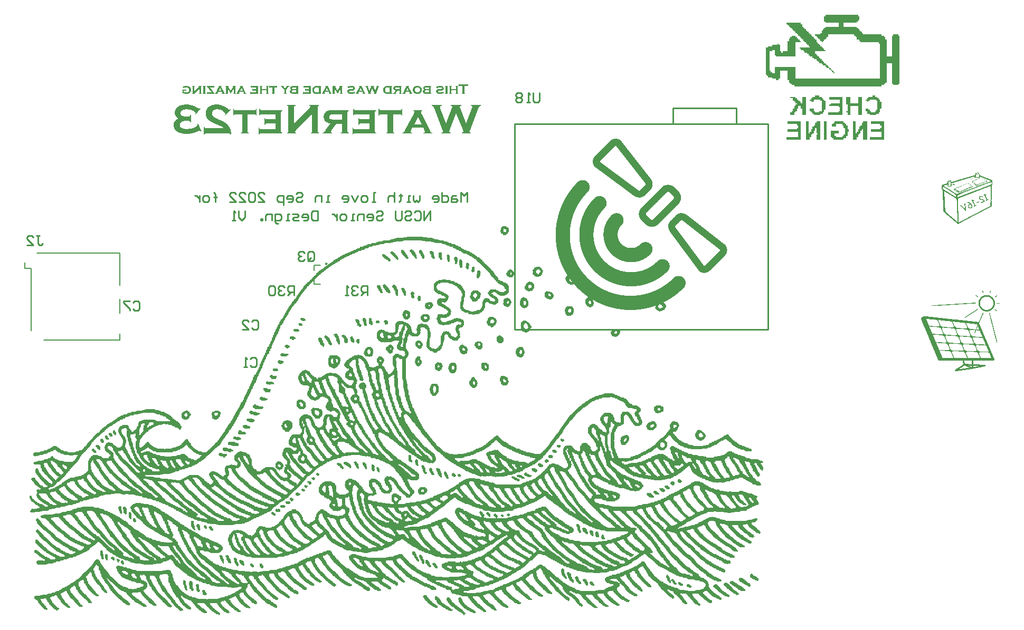
<source format=gbo>
G04*
G04 #@! TF.GenerationSoftware,Altium Limited,Altium Designer,22.8.2 (66)*
G04*
G04 Layer_Color=32896*
%FSLAX25Y25*%
%MOIN*%
G70*
G04*
G04 #@! TF.SameCoordinates,96B98669-0A76-488E-AF90-C307CBE701B7*
G04*
G04*
G04 #@! TF.FilePolarity,Positive*
G04*
G01*
G75*
%ADD10C,0.00787*%
%ADD12C,0.00984*%
%ADD14C,0.01000*%
G36*
X628015Y482345D02*
X628836D01*
Y480702D01*
Y479881D01*
X628015D01*
Y479060D01*
X627193D01*
Y478238D01*
X618978D01*
Y475773D01*
X627193D01*
Y474952D01*
X628015D01*
Y474130D01*
X628836D01*
Y473309D01*
X629658D01*
Y472487D01*
X630479D01*
Y471666D01*
X631301D01*
Y470844D01*
X642802D01*
Y470023D01*
X644445D01*
Y469201D01*
X645266D01*
Y467558D01*
X646088D01*
Y456879D01*
X649374D01*
Y470023D01*
X650195D01*
Y470844D01*
X653481D01*
Y470023D01*
X654303D01*
Y439627D01*
X653481D01*
Y438806D01*
X650195D01*
Y439627D01*
X649374D01*
Y452771D01*
X646088D01*
Y440449D01*
X645266D01*
Y439627D01*
X644445D01*
Y438806D01*
X642802D01*
Y437984D01*
X587761D01*
Y438806D01*
X586118D01*
Y439627D01*
X585297D01*
Y440449D01*
X584475D01*
Y442092D01*
X583654D01*
Y447842D01*
X578725D01*
Y442913D01*
X577903D01*
Y442092D01*
X576260D01*
Y442913D01*
X573796D01*
Y443735D01*
X571331D01*
Y444556D01*
X570510D01*
Y445378D01*
X569688D01*
Y462629D01*
X571331D01*
Y463451D01*
X573796D01*
Y464272D01*
X577082D01*
Y465094D01*
X577903D01*
Y464272D01*
X578725D01*
Y460165D01*
X579546D01*
Y459343D01*
X580368D01*
Y460165D01*
X583654D01*
Y466737D01*
X584475D01*
Y468380D01*
X585297D01*
Y469201D01*
X586118D01*
Y470023D01*
X588583D01*
Y469201D01*
X589404D01*
Y468380D01*
X590226D01*
Y467558D01*
X591047D01*
Y466737D01*
X591869D01*
Y465915D01*
X588583D01*
Y456879D01*
X576260D01*
Y457700D01*
X575439D01*
Y460986D01*
X573796D01*
Y460165D01*
X572153D01*
Y447842D01*
X572974D01*
Y447021D01*
X573796D01*
Y446199D01*
X575439D01*
Y450307D01*
X588583D01*
Y442913D01*
X641980D01*
Y465094D01*
X641159D01*
Y465915D01*
X629658D01*
Y466737D01*
X628836D01*
Y467558D01*
X627193D01*
Y469201D01*
X626372D01*
Y470023D01*
X625550D01*
Y470844D01*
X609120D01*
Y469201D01*
X608299D01*
Y468380D01*
X607477D01*
Y467558D01*
X606656D01*
Y466737D01*
X605834D01*
Y465915D01*
X605013D01*
Y466737D01*
X604191D01*
Y467558D01*
X603370D01*
Y468380D01*
X602548D01*
Y469201D01*
X601727D01*
Y470023D01*
X600905D01*
Y470844D01*
X604191D01*
Y471666D01*
X605013D01*
Y473309D01*
X605834D01*
Y474130D01*
X606656D01*
Y474952D01*
X607477D01*
Y475773D01*
X615692D01*
Y478238D01*
X607477D01*
Y479060D01*
X606656D01*
Y482345D01*
X607477D01*
Y483167D01*
X628015D01*
Y482345D01*
D02*
G37*
G36*
X591869Y477417D02*
X592690D01*
Y475773D01*
X593512D01*
Y474952D01*
X594333D01*
Y474130D01*
X595155D01*
Y473309D01*
X595976D01*
Y472487D01*
X596798D01*
Y471666D01*
X597619D01*
Y470844D01*
X598441D01*
Y470023D01*
X599262D01*
Y469201D01*
X600084D01*
Y468380D01*
X600905D01*
Y467558D01*
X601727D01*
Y465915D01*
X602548D01*
Y465094D01*
X603370D01*
Y464272D01*
X604191D01*
Y463451D01*
X605013D01*
Y462629D01*
X605834D01*
Y461808D01*
X606656D01*
Y460986D01*
X607477D01*
Y460165D01*
X600905D01*
Y458522D01*
X601727D01*
Y457700D01*
X602548D01*
Y456879D01*
X603370D01*
Y456057D01*
X604191D01*
Y455236D01*
X605013D01*
Y454414D01*
X605834D01*
Y453593D01*
X606656D01*
Y452771D01*
X607477D01*
Y451950D01*
X608299D01*
Y451128D01*
X609120D01*
Y450307D01*
X609942D01*
Y449485D01*
X610763D01*
Y448664D01*
X611585D01*
Y447842D01*
X612406D01*
Y447021D01*
X613228D01*
Y446199D01*
X612406D01*
Y447021D01*
X611585D01*
Y447842D01*
X610763D01*
Y448664D01*
X609942D01*
Y449485D01*
X608299D01*
Y450307D01*
X607477D01*
Y451128D01*
X605834D01*
Y451950D01*
X605013D01*
Y452771D01*
X603370D01*
Y453593D01*
X602548D01*
Y454414D01*
X601727D01*
Y455236D01*
X600084D01*
Y456057D01*
X599262D01*
Y456879D01*
X597619D01*
Y457700D01*
X596798D01*
Y458522D01*
X595976D01*
Y459343D01*
X594333D01*
Y460165D01*
X593512D01*
Y460986D01*
X591869D01*
Y461808D01*
X591047D01*
Y462629D01*
X597619D01*
Y463451D01*
X596798D01*
Y464272D01*
X595976D01*
Y465094D01*
X595155D01*
Y465915D01*
X594333D01*
Y466737D01*
X593512D01*
Y467558D01*
X592690D01*
Y468380D01*
X591869D01*
Y469201D01*
X591047D01*
Y470023D01*
X590226D01*
Y470844D01*
X589404D01*
Y471666D01*
X588583D01*
Y472487D01*
X587761D01*
Y473309D01*
X586940D01*
Y474130D01*
X586118D01*
Y474952D01*
X585297D01*
Y475773D01*
X584475D01*
Y476595D01*
X583654D01*
Y477417D01*
X582832D01*
Y478238D01*
X591869D01*
Y477417D01*
D02*
G37*
G36*
X630479Y419911D02*
X628015D01*
Y425662D01*
X623086D01*
Y419911D01*
X621443D01*
Y421554D01*
X620621D01*
Y422376D01*
X621443D01*
Y426483D01*
X620621D01*
Y431412D01*
X623086D01*
Y427305D01*
X628015D01*
Y431412D01*
X630479D01*
Y419911D01*
D02*
G37*
G36*
X595155Y428948D02*
Y428126D01*
Y419911D01*
X592690D01*
Y424019D01*
X591869D01*
Y425662D01*
X590226D01*
Y424019D01*
X589404D01*
Y422376D01*
X588583D01*
Y421554D01*
X587761D01*
Y419911D01*
X585297D01*
Y421554D01*
X586118D01*
Y422376D01*
X586940D01*
Y424019D01*
X587761D01*
Y425662D01*
X588583D01*
Y426483D01*
X589404D01*
Y427305D01*
X588583D01*
Y428126D01*
X587761D01*
Y428948D01*
X586940D01*
Y430591D01*
X585297D01*
Y431412D01*
X588583D01*
Y430591D01*
X589404D01*
Y429769D01*
X590226D01*
Y428948D01*
X591047D01*
Y428126D01*
X591869D01*
Y427305D01*
X592690D01*
Y431412D01*
X595155D01*
Y428948D01*
D02*
G37*
G36*
X638694Y431412D02*
X640337D01*
Y430591D01*
X641159D01*
Y429769D01*
X641980D01*
Y428126D01*
X642802D01*
Y424019D01*
X641980D01*
Y421554D01*
X641159D01*
Y420733D01*
X639516D01*
Y419911D01*
X635408D01*
Y420733D01*
X633765D01*
Y422376D01*
X632944D01*
Y424019D01*
X634587D01*
Y423197D01*
X635408D01*
Y422376D01*
X636230D01*
Y421554D01*
X638694D01*
Y422376D01*
X639516D01*
Y423197D01*
X640337D01*
Y428948D01*
X639516D01*
Y429769D01*
X635408D01*
Y428948D01*
X634587D01*
Y428126D01*
X633765D01*
Y428948D01*
X632944D01*
Y429769D01*
X633765D01*
Y430591D01*
X634587D01*
Y431412D01*
X637051D01*
Y432234D01*
X638694D01*
Y431412D01*
D02*
G37*
G36*
X603370D02*
X605013D01*
Y430591D01*
X605834D01*
Y429769D01*
X606656D01*
Y428948D01*
X607477D01*
Y423197D01*
X606656D01*
Y421554D01*
X605834D01*
Y420733D01*
X604191D01*
Y419911D01*
X600084D01*
Y420733D01*
X599262D01*
Y421554D01*
X598441D01*
Y422376D01*
X597619D01*
Y424019D01*
X600084D01*
Y422376D01*
X600905D01*
Y421554D01*
X603370D01*
Y422376D01*
X605013D01*
Y428948D01*
X604191D01*
Y429769D01*
X600084D01*
Y428126D01*
X598441D01*
Y428948D01*
X597619D01*
Y429769D01*
X598441D01*
Y430591D01*
X599262D01*
Y431412D01*
X600905D01*
Y432234D01*
X603370D01*
Y431412D01*
D02*
G37*
G36*
X618157Y420733D02*
Y419911D01*
X609120D01*
Y421554D01*
X615692D01*
Y422376D01*
X616514D01*
Y424840D01*
X615692D01*
Y425662D01*
X609942D01*
Y426483D01*
X610763D01*
Y427305D01*
X616514D01*
Y429769D01*
X609942D01*
Y431412D01*
X618157D01*
Y420733D01*
D02*
G37*
G36*
X633765Y404303D02*
X631301D01*
Y410875D01*
X630479D01*
Y410053D01*
X629658D01*
Y408410D01*
X628836D01*
Y407589D01*
X628015D01*
Y405946D01*
X627193D01*
Y404303D01*
X624729D01*
Y405124D01*
Y415804D01*
X626372D01*
Y408410D01*
X627193D01*
Y409232D01*
X628015D01*
Y410875D01*
X628836D01*
Y412518D01*
X629658D01*
Y413339D01*
X630479D01*
Y414982D01*
X631301D01*
Y415804D01*
X633765D01*
Y404303D01*
D02*
G37*
G36*
X604191D02*
X601727D01*
Y407589D01*
X602548D01*
Y408410D01*
X601727D01*
Y411696D01*
X600905D01*
Y410053D01*
X600084D01*
Y408410D01*
X599262D01*
Y407589D01*
X598441D01*
Y405946D01*
X597619D01*
Y404303D01*
X595155D01*
Y415804D01*
X596798D01*
Y411696D01*
Y410875D01*
Y408410D01*
X597619D01*
Y409232D01*
X598441D01*
Y410875D01*
X599262D01*
Y412518D01*
X600084D01*
Y413339D01*
X600905D01*
Y414982D01*
X601727D01*
Y415804D01*
X604191D01*
Y404303D01*
D02*
G37*
G36*
X618978Y414982D02*
X619800D01*
Y414161D01*
X620621D01*
Y413339D01*
X621443D01*
Y410875D01*
X622264D01*
Y409232D01*
X621443D01*
Y406767D01*
X620621D01*
Y405124D01*
X618978D01*
Y404303D01*
X612406D01*
Y405124D01*
X611585D01*
Y405946D01*
X610763D01*
Y406767D01*
Y407589D01*
Y410053D01*
X615692D01*
Y408410D01*
X613228D01*
Y406767D01*
X614049D01*
Y405946D01*
X618157D01*
Y406767D01*
X618978D01*
Y407589D01*
X619800D01*
Y411696D01*
X618978D01*
Y413339D01*
X618157D01*
Y414161D01*
X614049D01*
Y412518D01*
X611585D01*
Y414161D01*
X612406D01*
Y414982D01*
X613228D01*
Y415804D01*
X618978D01*
Y414982D01*
D02*
G37*
G36*
X644445Y404303D02*
X635408D01*
Y405946D01*
X642802D01*
Y409232D01*
X636230D01*
Y410875D01*
X641980D01*
Y411696D01*
X642802D01*
Y413339D01*
X641980D01*
Y414161D01*
X636230D01*
Y415804D01*
X644445D01*
Y404303D01*
D02*
G37*
G36*
X608299D02*
X606656D01*
Y411696D01*
Y412518D01*
Y415804D01*
X608299D01*
Y404303D01*
D02*
G37*
G36*
X591869Y406767D02*
Y405946D01*
Y404303D01*
X582832D01*
Y405946D01*
X590226D01*
Y409232D01*
X583654D01*
Y410875D01*
X589404D01*
Y411696D01*
X590226D01*
Y413339D01*
X589404D01*
Y414161D01*
X583654D01*
Y415804D01*
X591869D01*
Y406767D01*
D02*
G37*
G36*
X704777Y383575D02*
X704765Y383555D01*
X704726Y383540D01*
X704600Y383532D01*
X704522Y383524D01*
X704364Y383532D01*
X704309Y383500D01*
X704305Y383481D01*
X704325Y383461D01*
X704380Y383445D01*
X704419Y383430D01*
X704470Y383379D01*
X704486Y383339D01*
X704494Y383308D01*
X704506Y383241D01*
X704537Y383194D01*
X704557Y383151D01*
X704565Y383119D01*
X704592Y383044D01*
X704636Y383001D01*
X704651Y382962D01*
X704659Y382930D01*
X704667Y382828D01*
X704675Y382805D01*
X704687Y382746D01*
X704695Y382714D01*
X704702Y382675D01*
X704710Y382596D01*
X704718Y382392D01*
X704726Y382109D01*
X704734Y382023D01*
X704742Y381975D01*
X704749Y381944D01*
X704765Y381905D01*
X704812Y381857D01*
X704852Y381842D01*
X704922Y381810D01*
X704966Y381799D01*
X705013Y381791D01*
X705052Y381783D01*
X705091Y381767D01*
X705103Y381755D01*
X705119Y381747D01*
X705135Y381732D01*
X705174Y381716D01*
X705225Y381704D01*
X705257Y381696D01*
X705319Y381657D01*
X705363Y381637D01*
X705418Y381629D01*
X705461Y381618D01*
X705481Y381598D01*
X705496Y381590D01*
X705512Y381575D01*
X705555Y381563D01*
X705634Y381547D01*
X705697Y381508D01*
X705740Y381488D01*
X705795Y381480D01*
X705846Y381460D01*
X705866Y381441D01*
X705881Y381433D01*
X705921Y381417D01*
X705984Y381402D01*
X706027Y381390D01*
X706074Y381358D01*
X706117Y381339D01*
X706149Y381331D01*
X706196Y381323D01*
X706274Y381268D01*
X706365Y381248D01*
X706404Y381233D01*
X706416Y381221D01*
X706432Y381213D01*
X706502Y381182D01*
X706561Y381170D01*
X706589Y381158D01*
X706612Y381134D01*
X706628Y381126D01*
X706668Y381111D01*
X706750Y381091D01*
X706797Y381060D01*
X706840Y381040D01*
X706903Y381024D01*
X706947Y381013D01*
X706974Y380993D01*
X706990Y380977D01*
X707029Y380961D01*
X707119Y380942D01*
X707131Y380930D01*
X707147Y380922D01*
X707163Y380906D01*
X707202Y380891D01*
X707265Y380875D01*
X707308Y380863D01*
X707355Y380832D01*
X707391Y380812D01*
X707422Y380804D01*
X707489Y380792D01*
X707516Y380773D01*
X707563Y380741D01*
X707615Y380730D01*
X707654Y380722D01*
X707685Y380714D01*
X707748Y380675D01*
X707792Y380655D01*
X707866Y380643D01*
X707894Y380631D01*
X707941Y380600D01*
X707980Y380584D01*
X708012Y380576D01*
X708071Y380564D01*
X708098Y380553D01*
X708114Y380537D01*
X708130Y380529D01*
X708184Y380505D01*
X708251Y380494D01*
X708291Y380478D01*
X708302Y380466D01*
X708318Y380458D01*
X708389Y380427D01*
X708464Y380415D01*
X708511Y380384D01*
X708523Y380372D01*
X708577Y380356D01*
X708609Y380348D01*
X708656Y380340D01*
X708743Y380285D01*
X708798Y380277D01*
X708860Y380262D01*
X708916Y380223D01*
X708955Y380207D01*
X709065Y380183D01*
X709081Y380168D01*
X709096Y380160D01*
X709112Y380144D01*
X709167Y380128D01*
X709250Y380108D01*
X709297Y380077D01*
X709340Y380058D01*
X709371Y380050D01*
X709438Y380038D01*
X709481Y380010D01*
X709497Y379995D01*
X709552Y379979D01*
X709635Y379959D01*
X709713Y379912D01*
X709757Y379900D01*
X709823Y379889D01*
X709867Y379861D01*
X709906Y379837D01*
X709969Y379822D01*
X710020Y379810D01*
X710083Y379771D01*
X710126Y379751D01*
X710193Y379739D01*
X710232Y379723D01*
X710252Y379704D01*
X710307Y379680D01*
X710338Y379672D01*
X710409Y379657D01*
X710495Y379602D01*
X710570Y379590D01*
X710609Y379574D01*
X710621Y379562D01*
X710637Y379554D01*
X710708Y379523D01*
X710763Y379515D01*
X710833Y379476D01*
X710888Y379452D01*
X710920Y379444D01*
X710967Y379436D01*
X711022Y379397D01*
X711061Y379381D01*
X711124Y379366D01*
X711171Y379358D01*
X711187Y379342D01*
X711203Y379334D01*
X711219Y379319D01*
X711258Y379303D01*
X711289Y379295D01*
X711348Y379283D01*
X711391Y379256D01*
X711462Y379224D01*
X711494Y379216D01*
X711553Y379205D01*
X711580Y379185D01*
X711596Y379169D01*
X711635Y379153D01*
X711667Y379146D01*
X711726Y379134D01*
X711804Y379087D01*
X711871Y379067D01*
X711930Y379055D01*
X711958Y379036D01*
X711973Y379020D01*
X712012Y379004D01*
X712044Y378996D01*
X712095Y378984D01*
X712122Y378965D01*
X712138Y378949D01*
X712154Y378941D01*
X712193Y378926D01*
X712225Y378918D01*
X712276Y378898D01*
X712295Y378878D01*
X712311Y378871D01*
X712366Y378847D01*
X712398Y378839D01*
X712468Y378800D01*
X712539Y378768D01*
X712602Y378745D01*
X712657Y378706D01*
X712696Y378690D01*
X712744Y378682D01*
X712799Y378643D01*
X712822Y378619D01*
X712838Y378611D01*
X712857Y378591D01*
X712873Y378537D01*
X712881Y378442D01*
X712889Y378419D01*
X712901Y378344D01*
X712913Y378301D01*
X712928Y378246D01*
X712936Y378167D01*
X712948Y377267D01*
X712956Y376638D01*
X712964Y376222D01*
X712967Y376131D01*
X712960Y376108D01*
X712948Y375797D01*
X712928Y375770D01*
X712916Y375758D01*
X712901Y375750D01*
X712857Y375715D01*
X712830Y375695D01*
X712787Y375660D01*
X712759Y375640D01*
X712740Y375620D01*
X712732Y375605D01*
X712692Y375565D01*
X712685Y375550D01*
X712669Y375534D01*
X712653Y375495D01*
X712645Y375416D01*
X712626Y375333D01*
X712598Y375282D01*
X712590Y375251D01*
X712582Y375196D01*
X712574Y374811D01*
X712567Y374779D01*
X712559Y371839D01*
X712527Y371784D01*
X712433Y371690D01*
X712425Y371674D01*
X712374Y371600D01*
X712362Y371588D01*
X712347Y371533D01*
X712354Y371407D01*
X712394Y371344D01*
X712409Y371305D01*
X712429Y371167D01*
X712437Y371136D01*
X712453Y371097D01*
X712488Y371014D01*
X712480Y370865D01*
X712465Y370826D01*
X712472Y370778D01*
X712488Y370739D01*
X712496Y370708D01*
X712504Y370660D01*
X712543Y370605D01*
X712559Y370566D01*
X712567Y370252D01*
X712559Y369599D01*
X712535Y369544D01*
X712516Y369493D01*
X712508Y369462D01*
X712500Y369422D01*
X712496Y369151D01*
X712504Y369128D01*
X712512Y369002D01*
X712520Y368978D01*
X712539Y368888D01*
X712547Y368857D01*
X712555Y368794D01*
X712563Y368660D01*
X712567Y368169D01*
X712559Y368145D01*
X712551Y367469D01*
X712543Y367445D01*
X712531Y367206D01*
X712516Y367104D01*
X712504Y366998D01*
X712496Y366943D01*
X712484Y366687D01*
X712476Y366593D01*
X712468Y366561D01*
X712425Y366463D01*
X712413Y366373D01*
X712402Y366345D01*
X712362Y366306D01*
X712315Y366219D01*
X712284Y366188D01*
X712276Y366172D01*
X712260Y366156D01*
X712252Y366141D01*
X712221Y366109D01*
X712213Y366094D01*
X712197Y366054D01*
X712189Y366023D01*
X712197Y365834D01*
X712229Y365779D01*
X712252Y365756D01*
X712268Y365693D01*
X712288Y365642D01*
X712323Y365606D01*
X712358Y365508D01*
X712378Y365480D01*
X712394Y365465D01*
X712409Y365425D01*
X712417Y365394D01*
X712429Y365264D01*
X712437Y365225D01*
X712480Y365087D01*
X712488Y364584D01*
X712492Y362482D01*
X712488Y362439D01*
X712496Y362415D01*
X712488Y362384D01*
X712465Y362344D01*
X712441Y362321D01*
X712433Y362305D01*
X712417Y362266D01*
X712398Y362214D01*
X712370Y362187D01*
X712362Y362171D01*
X712331Y362116D01*
X712303Y362089D01*
X712288Y362081D01*
X712268Y362053D01*
X712225Y362010D01*
X712213Y362006D01*
X712205Y361990D01*
X712170Y361955D01*
X712099Y361916D01*
X712083Y361900D01*
X712028Y361884D01*
X711958Y361845D01*
X711942Y361829D01*
X711903Y361814D01*
X711871Y361806D01*
X711816Y361774D01*
X711792Y361751D01*
X711753Y361735D01*
X711702Y361723D01*
X711655Y361684D01*
X711643Y361672D01*
X711604Y361656D01*
X711557Y361649D01*
X711513Y361613D01*
X711502Y361601D01*
X711486Y361594D01*
X711462Y361586D01*
X711431Y361578D01*
X711391Y361562D01*
X711348Y361527D01*
X711337Y361515D01*
X711281Y361499D01*
X711230Y361479D01*
X711187Y361436D01*
X711144Y361424D01*
X711112Y361417D01*
X711069Y361389D01*
X711046Y361366D01*
X710947Y361330D01*
X710920Y361311D01*
X710896Y361287D01*
X710865Y361279D01*
X710790Y361252D01*
X710755Y361216D01*
X710657Y361181D01*
X710645Y361169D01*
X710629Y361161D01*
X710613Y361145D01*
X710535Y361114D01*
X710480Y361083D01*
X710464Y361067D01*
X710389Y361039D01*
X710326Y361000D01*
X710283Y360980D01*
X710244Y360965D01*
X710228Y360957D01*
X710173Y360917D01*
X710099Y360890D01*
X710055Y360862D01*
X710008Y360831D01*
X709961Y360823D01*
X709867Y360760D01*
X709835Y360752D01*
X709764Y360713D01*
X709749Y360697D01*
X709709Y360682D01*
X709678Y360674D01*
X709623Y360642D01*
X709607Y360627D01*
X709591Y360619D01*
X709552Y360603D01*
X709521Y360595D01*
X709481Y360572D01*
X709426Y360532D01*
X709375Y360521D01*
X709348Y360509D01*
X709305Y360473D01*
X709293Y360462D01*
X709230Y360446D01*
X709175Y360414D01*
X709151Y360391D01*
X709112Y360375D01*
X709061Y360363D01*
X709033Y360344D01*
X709010Y360320D01*
X708994Y360312D01*
X708955Y360297D01*
X708908Y360289D01*
X708892Y360273D01*
X708876Y360265D01*
X708845Y360234D01*
X708790Y360218D01*
X708758Y360210D01*
X708715Y360175D01*
X708695Y360155D01*
X708644Y360143D01*
X708613Y360135D01*
X708585Y360116D01*
X708562Y360092D01*
X708546Y360084D01*
X708507Y360069D01*
X708464Y360057D01*
X708420Y360029D01*
X708397Y360006D01*
X708342Y359990D01*
X708291Y359970D01*
X708255Y359935D01*
X708216Y359919D01*
X708173Y359908D01*
X708145Y359896D01*
X708106Y359856D01*
X708051Y359841D01*
X708000Y359821D01*
X707980Y359801D01*
X707964Y359793D01*
X707949Y359778D01*
X707894Y359762D01*
X707823Y359723D01*
X707807Y359707D01*
X707768Y359691D01*
X707736Y359683D01*
X707681Y359652D01*
X707666Y359636D01*
X707650Y359628D01*
X707611Y359613D01*
X707560Y359593D01*
X707532Y359573D01*
X707516Y359558D01*
X707477Y359542D01*
X707402Y359514D01*
X707375Y359487D01*
X707320Y359463D01*
X707288Y359455D01*
X707214Y359404D01*
X707151Y359381D01*
X707123Y359369D01*
X707068Y359330D01*
X706994Y359302D01*
X706950Y359275D01*
X706864Y359235D01*
X706809Y359204D01*
X706793Y359188D01*
X706754Y359173D01*
X706703Y359153D01*
X706675Y359133D01*
X706660Y359118D01*
X706605Y359094D01*
X706554Y359074D01*
X706526Y359055D01*
X706510Y359039D01*
X706455Y359015D01*
X706412Y359003D01*
X706385Y358984D01*
X706353Y358952D01*
X706290Y358937D01*
X706235Y358905D01*
X706204Y358874D01*
X706160Y358862D01*
X706129Y358854D01*
X706086Y358827D01*
X706062Y358803D01*
X706023Y358787D01*
X705980Y358776D01*
X705952Y358764D01*
X705913Y358724D01*
X705815Y358689D01*
X705767Y358650D01*
X705716Y358630D01*
X705685Y358622D01*
X705630Y358583D01*
X705559Y358552D01*
X705504Y358520D01*
X705457Y358489D01*
X705414Y358477D01*
X705351Y358438D01*
X705339Y358426D01*
X705264Y358398D01*
X705217Y358367D01*
X705205Y358355D01*
X705119Y358324D01*
X705040Y358269D01*
X704989Y358257D01*
X704946Y358229D01*
X704930Y358213D01*
X704915Y358206D01*
X704875Y358190D01*
X704824Y358170D01*
X704797Y358151D01*
X704773Y358127D01*
X704695Y358103D01*
X704655Y358080D01*
X704624Y358049D01*
X704569Y358033D01*
X704518Y358013D01*
X704474Y357970D01*
X704419Y357954D01*
X704368Y357934D01*
X704333Y357899D01*
X704294Y357883D01*
X704262Y357876D01*
X704207Y357844D01*
X704184Y357821D01*
X704144Y357805D01*
X704101Y357793D01*
X704058Y357766D01*
X704034Y357742D01*
X703936Y357707D01*
X703916Y357687D01*
X703901Y357679D01*
X703814Y357640D01*
X703798Y357632D01*
X703743Y357593D01*
X703669Y357565D01*
X703657Y357553D01*
X703641Y357545D01*
X703594Y357514D01*
X703563Y357506D01*
X703492Y357467D01*
X703476Y357451D01*
X703437Y357435D01*
X703386Y357416D01*
X703358Y357396D01*
X703311Y357365D01*
X703280Y357357D01*
X703229Y357337D01*
X703193Y357302D01*
X703154Y357286D01*
X703122Y357278D01*
X703067Y357247D01*
X703044Y357223D01*
X703005Y357207D01*
X702973Y357200D01*
X702934Y357184D01*
X702894Y357144D01*
X702855Y357129D01*
X702804Y357117D01*
X702777Y357097D01*
X702745Y357066D01*
X702706Y357050D01*
X702655Y357038D01*
X702627Y357019D01*
X702604Y356995D01*
X702588Y356987D01*
X702549Y356972D01*
X702505Y356960D01*
X702478Y356940D01*
X702454Y356917D01*
X702415Y356901D01*
X702364Y356881D01*
X702317Y356850D01*
X702305Y356838D01*
X702230Y356810D01*
X702183Y356779D01*
X702148Y356759D01*
X702097Y356740D01*
X702053Y356712D01*
X702014Y356689D01*
X701963Y356669D01*
X701935Y356657D01*
X701892Y356622D01*
X701790Y356582D01*
X701763Y356555D01*
X701747Y356547D01*
X701692Y356524D01*
X701660Y356516D01*
X701617Y356480D01*
X701605Y356469D01*
X701566Y356453D01*
X701515Y356441D01*
X701487Y356421D01*
X701456Y356390D01*
X701417Y356374D01*
X701370Y356366D01*
X701326Y356331D01*
X701307Y356311D01*
X701252Y356296D01*
X701201Y356276D01*
X701165Y356241D01*
X701150Y356233D01*
X701110Y356217D01*
X701067Y356205D01*
X701020Y356166D01*
X700977Y356146D01*
X700953Y356138D01*
X700945D01*
X700890Y356107D01*
X700867Y356083D01*
X700792Y356056D01*
X700764Y356044D01*
X700749Y356028D01*
X700733Y356020D01*
X700717Y356005D01*
X700686Y355997D01*
X700599Y355950D01*
X700466Y355879D01*
X700379Y355840D01*
X700340Y355816D01*
X700293Y355785D01*
X700218Y355757D01*
X700190Y355737D01*
X700143Y355706D01*
X700088Y355690D01*
X700049Y355667D01*
X700018Y355635D01*
X699963Y355620D01*
X699911Y355600D01*
X699868Y355557D01*
X699813Y355541D01*
X699782Y355533D01*
X699739Y355498D01*
X699719Y355478D01*
X699676Y355466D01*
X699644Y355458D01*
X699601Y355431D01*
X699577Y355407D01*
X699538Y355392D01*
X699495Y355380D01*
X699452Y355352D01*
X699428Y355329D01*
X699330Y355293D01*
X699302Y355274D01*
X699287Y355258D01*
X699271Y355250D01*
X699247Y355242D01*
X699208Y355227D01*
X699169Y355203D01*
X699122Y355172D01*
X699047Y355144D01*
X699035Y355132D01*
X699019Y355124D01*
X699004Y355109D01*
X698964Y355093D01*
X698913Y355073D01*
X698901Y355062D01*
X698886Y355054D01*
X698870Y355038D01*
X698831Y355022D01*
X698780Y355003D01*
X698732Y354971D01*
X698721Y354959D01*
X698681Y354944D01*
X698638Y354932D01*
X698571Y354881D01*
X698473Y354845D01*
X698438Y354810D01*
X698398Y354794D01*
X698367Y354786D01*
X698328Y354771D01*
X698288Y354731D01*
X698249Y354716D01*
X698198Y354704D01*
X698170Y354684D01*
X698139Y354653D01*
X698100Y354637D01*
X698049Y354625D01*
X698001Y354586D01*
X697990Y354574D01*
X697935Y354558D01*
X697884Y354539D01*
X697840Y354496D01*
X697797Y354484D01*
X697758Y354468D01*
X697715Y354441D01*
X697699Y354425D01*
X697659Y354409D01*
X697608Y354390D01*
X697581Y354370D01*
X697534Y354338D01*
X697491Y354327D01*
X697428Y354287D01*
X697416Y354275D01*
X697341Y354248D01*
X697298Y354221D01*
X697259Y354197D01*
X697196Y354173D01*
X697117Y354118D01*
X697066Y354106D01*
X697023Y354079D01*
X696999Y354055D01*
X696960Y354040D01*
X696917Y354028D01*
X696874Y354000D01*
X696850Y353977D01*
X696811Y353961D01*
X696760Y353949D01*
X696732Y353930D01*
X696700Y353898D01*
X696645Y353883D01*
X696594Y353863D01*
X696551Y353820D01*
X696496Y353804D01*
X696445Y353784D01*
X696402Y353741D01*
X696339Y353725D01*
X696284Y353694D01*
X696260Y353670D01*
X696221Y353655D01*
X696178Y353643D01*
X696131Y353611D01*
X696111Y353592D01*
X696036Y353564D01*
X695993Y353537D01*
X695954Y353513D01*
X695903Y353493D01*
X695840Y353454D01*
X695797Y353434D01*
X695757Y353419D01*
X695742Y353411D01*
X695687Y353372D01*
X695647Y353356D01*
X695596Y353336D01*
X695569Y353309D01*
X695553Y353301D01*
X695514Y353285D01*
X695463Y353266D01*
X695435Y353246D01*
X695419Y353230D01*
X695404Y353222D01*
X695364Y353206D01*
X695321Y353195D01*
X695294Y353175D01*
X695262Y353144D01*
X695207Y353128D01*
X695156Y353108D01*
X695113Y353065D01*
X695050Y353049D01*
X694995Y353018D01*
X694963Y352986D01*
X694920Y352975D01*
X694889Y352967D01*
X694845Y352939D01*
X694822Y352916D01*
X694783Y352900D01*
X694739Y352888D01*
X694696Y352861D01*
X694673Y352837D01*
X694633Y352821D01*
X694582Y352802D01*
X694562Y352782D01*
X694547Y352774D01*
X694445Y352719D01*
X694397Y352688D01*
X694323Y352660D01*
X694287Y352625D01*
X694272Y352617D01*
X694232Y352601D01*
X694189Y352590D01*
X694177Y352578D01*
X694162Y352570D01*
X694122Y352531D01*
X694071Y352519D01*
X694032Y352503D01*
X693989Y352460D01*
X693890Y352424D01*
X693855Y352389D01*
X693816Y352373D01*
X693729Y352326D01*
X693611Y352263D01*
X693596Y352248D01*
X693541Y352224D01*
X693509Y352216D01*
X693466Y352181D01*
X693446Y352161D01*
X693415Y352153D01*
X693352Y352130D01*
X693313Y352090D01*
X693273Y352075D01*
X693242Y352067D01*
X693187Y352035D01*
X693155Y352004D01*
X693069Y351972D01*
X693026Y351937D01*
X692939Y351898D01*
X692912Y351878D01*
X692794Y351815D01*
X692739Y351776D01*
X692692Y351768D01*
X692621Y351713D01*
X692582Y351697D01*
X692550Y351690D01*
X692511Y351666D01*
X692480Y351634D01*
X692440Y351619D01*
X692389Y351599D01*
X692362Y351579D01*
X692338Y351556D01*
X692299Y351540D01*
X692244Y351509D01*
X692228Y351493D01*
X692212Y351485D01*
X692173Y351469D01*
X692114Y351434D01*
X692110Y351422D01*
X692094Y351414D01*
X692079Y351399D01*
X692028Y351387D01*
X691984Y351359D01*
X691953Y351328D01*
X691914Y351312D01*
X691843Y351273D01*
X691827Y351257D01*
X691788Y351241D01*
X691749Y351218D01*
X691705Y351183D01*
X691670Y351171D01*
X691599Y351131D01*
X691568Y351100D01*
X691497Y351061D01*
X691481Y351045D01*
X691466Y351037D01*
X691395Y351006D01*
X691352Y350994D01*
X691320Y350986D01*
X691269Y350982D01*
X691246Y350990D01*
X691190Y351006D01*
X691108Y351017D01*
X691065Y351045D01*
X691053Y351057D01*
X691049Y351068D01*
X691033Y351076D01*
X690990Y351112D01*
X690963Y351139D01*
X690947Y351147D01*
X690931Y351163D01*
X690915Y351171D01*
X690900Y351186D01*
X690884Y351194D01*
X690837Y351241D01*
X690821Y351249D01*
X690786Y351277D01*
X690778Y351292D01*
X690766Y351304D01*
X690750Y351312D01*
X690734Y351328D01*
X690719Y351336D01*
X690699Y351355D01*
X690691Y351371D01*
X690664Y351391D01*
X690621Y351426D01*
X690613Y351442D01*
X690601Y351454D01*
X690585Y351462D01*
X690569Y351477D01*
X690554Y351485D01*
X690542Y351497D01*
X690534Y351513D01*
X690522Y351524D01*
X690507Y351532D01*
X690463Y351568D01*
X690428Y351603D01*
X690412Y351611D01*
X690396Y351627D01*
X690381Y351634D01*
X690342Y351674D01*
X690326Y351682D01*
X690310Y351697D01*
X690294Y351705D01*
X690247Y351752D01*
X690232Y351760D01*
X690216Y351776D01*
X690200Y351784D01*
X690137Y351847D01*
X690121Y351854D01*
X690086Y351890D01*
X690082Y351902D01*
X690066Y351909D01*
X690051Y351925D01*
X690035Y351933D01*
X690007Y351961D01*
X690000Y351976D01*
X689952Y352008D01*
X689893Y352067D01*
X689878Y352075D01*
X689834Y352110D01*
X689807Y352137D01*
X689791Y352145D01*
X689748Y352181D01*
X689713Y352216D01*
X689697Y352224D01*
X689654Y352259D01*
X689610Y352303D01*
X689595Y352310D01*
X689532Y352373D01*
X689516Y352381D01*
X689453Y352444D01*
X689438Y352452D01*
X689383Y352507D01*
X689367Y352515D01*
X689296Y352570D01*
X689280Y352586D01*
X689265Y352593D01*
X689249Y352609D01*
X689233Y352617D01*
X689186Y352664D01*
X689170Y352672D01*
X689127Y352707D01*
X689084Y352751D01*
X689068Y352759D01*
X689005Y352821D01*
X688989Y352829D01*
X688927Y352892D01*
X688911Y352900D01*
X688868Y352935D01*
X688840Y352963D01*
X688825Y352971D01*
X688781Y353006D01*
X688754Y353026D01*
X688738Y353041D01*
X688722Y353049D01*
X688679Y353085D01*
X688636Y353128D01*
X688620Y353136D01*
X688557Y353199D01*
X688542Y353206D01*
X688522Y353218D01*
X688514Y353234D01*
X688479Y353269D01*
X688463Y353277D01*
X688420Y353313D01*
X688408Y353332D01*
X688392Y353340D01*
X688321Y353395D01*
X688298Y353419D01*
X688282Y353427D01*
X688239Y353462D01*
X688219Y353482D01*
X688203Y353489D01*
X688188Y353505D01*
X688172Y353513D01*
X688109Y353576D01*
X688094Y353584D01*
X688066Y353604D01*
X688058Y353619D01*
X688031Y353647D01*
X688015Y353655D01*
X687999Y353670D01*
X687983Y353678D01*
X687964Y353706D01*
X687952Y353717D01*
X687936Y353725D01*
X687893Y353761D01*
X687865Y353788D01*
X687850Y353796D01*
X687779Y353851D01*
X687755Y353875D01*
X687740Y353883D01*
X687697Y353918D01*
X687661Y353953D01*
X687645Y353961D01*
X687618Y353981D01*
X687610Y353996D01*
X687582Y354024D01*
X687567Y354032D01*
X687532Y354059D01*
X687524Y354075D01*
X687504Y354095D01*
X687488Y354103D01*
X687445Y354138D01*
X687410Y354173D01*
X687394Y354181D01*
X687351Y354217D01*
X687323Y354244D01*
X687307Y354252D01*
X687237Y354307D01*
X687213Y354330D01*
X687197Y354338D01*
X687162Y354366D01*
X687154Y354382D01*
X687135Y354401D01*
X687119Y354409D01*
X687076Y354445D01*
X687068Y354460D01*
X687056Y354472D01*
X687040Y354480D01*
X686997Y354515D01*
X686977Y354543D01*
X686962Y354551D01*
X686918Y354586D01*
X686891Y354613D01*
X686875Y354621D01*
X686804Y354676D01*
X686781Y354700D01*
X686765Y354708D01*
X686722Y354743D01*
X686687Y354779D01*
X686671Y354786D01*
X686627Y354822D01*
X686620Y354837D01*
X686592Y354857D01*
X686549Y354892D01*
X686529Y354920D01*
X686514Y354928D01*
X686470Y354963D01*
X686427Y355007D01*
X686411Y355014D01*
X686368Y355050D01*
X686348Y355069D01*
X686333Y355077D01*
X686262Y355132D01*
X686238Y355156D01*
X686223Y355164D01*
X686179Y355199D01*
X686168Y355219D01*
X686152Y355227D01*
X686136Y355242D01*
X686121Y355250D01*
X686058Y355313D01*
X686042Y355321D01*
X685979Y355384D01*
X685963Y355392D01*
X685948Y355407D01*
X685932Y355415D01*
X685924Y355431D01*
X685908Y355439D01*
X685893Y355455D01*
X685877Y355462D01*
X685861Y355478D01*
X685845Y355486D01*
X685814Y355518D01*
X685798Y355525D01*
X685782Y355541D01*
X685767Y355549D01*
X685731Y355576D01*
X685724Y355592D01*
X685696Y355612D01*
X685653Y355647D01*
X685610Y355690D01*
X685594Y355698D01*
X685523Y355769D01*
X685507Y355777D01*
X685452Y355832D01*
X685437Y355840D01*
X685393Y355875D01*
X685382Y355887D01*
X685366Y355895D01*
X685350Y355910D01*
X685334Y355918D01*
X685291Y355954D01*
X685256Y355989D01*
X685217Y356013D01*
X685161Y356068D01*
X685146Y356076D01*
X685075Y356146D01*
X685059Y356154D01*
X684997Y356217D01*
X684981Y356225D01*
X684945Y356252D01*
X684941Y356264D01*
X684926Y356272D01*
X684910Y356288D01*
X684894Y356296D01*
X684851Y356331D01*
X684824Y356359D01*
X684808Y356366D01*
X684765Y356402D01*
X684729Y356437D01*
X684714Y356445D01*
X684670Y356480D01*
X684627Y356524D01*
X684611Y356531D01*
X684548Y356594D01*
X684533Y356602D01*
X684470Y356665D01*
X684454Y356673D01*
X684438Y356689D01*
X684423Y356697D01*
X684375Y356744D01*
X684336Y356767D01*
X684297Y356807D01*
X684281Y356814D01*
X684238Y356850D01*
X684203Y356885D01*
X684187Y356893D01*
X684171Y356909D01*
X684155Y356917D01*
X684128Y356944D01*
X684124Y356956D01*
X684108Y356964D01*
X684093Y356979D01*
X684077Y356987D01*
X684049Y357015D01*
X684041Y357031D01*
X683994Y357062D01*
X683935Y357121D01*
X683920Y357129D01*
X683876Y357164D01*
X683849Y357192D01*
X683833Y357200D01*
X683790Y357235D01*
X683770Y357255D01*
X683755Y357262D01*
X683739Y357278D01*
X683723Y357286D01*
X683668Y357341D01*
X683652Y357349D01*
X683637Y357365D01*
X683621Y357372D01*
X683609Y357384D01*
X683601Y357400D01*
X683590Y357412D01*
X683574Y357420D01*
X683558Y357435D01*
X683542Y357443D01*
X683531Y357455D01*
X683523Y357471D01*
X683503Y357490D01*
X683487Y357498D01*
X683444Y357534D01*
X683409Y357569D01*
X683393Y357577D01*
X683350Y357612D01*
X683322Y357640D01*
X683307Y357648D01*
X683263Y357683D01*
X683236Y357703D01*
X683204Y357734D01*
X683189Y357742D01*
X683134Y357797D01*
X683118Y357805D01*
X683047Y357876D01*
X683031Y357883D01*
X683004Y357903D01*
X682996Y357919D01*
X682969Y357946D01*
X682953Y357954D01*
X682910Y357990D01*
X682874Y358025D01*
X682859Y358033D01*
X682815Y358068D01*
X682796Y358088D01*
X682780Y358096D01*
X682721Y358139D01*
X682713Y358155D01*
X682686Y358174D01*
X682670Y358190D01*
X682654Y358198D01*
X682634Y358218D01*
X682627Y358233D01*
X682607Y358253D01*
X682591Y358261D01*
X682505Y358347D01*
X682489Y358355D01*
X682469Y358383D01*
X682442Y358410D01*
X682426Y358418D01*
X682399Y358445D01*
X682391Y358461D01*
X682371Y358481D01*
X682355Y358489D01*
X682206Y358638D01*
X682190Y358646D01*
X682171Y358665D01*
X682163Y358681D01*
X682128Y358717D01*
X682116Y358720D01*
X682108Y358736D01*
X682053Y358807D01*
X682029Y358831D01*
X682014Y358870D01*
X681974Y358925D01*
X681958Y358941D01*
X681951Y358972D01*
X681943Y359011D01*
X681951Y359035D01*
X681943Y360497D01*
X681935Y360521D01*
X681927Y360921D01*
X681919Y360945D01*
X681907Y361185D01*
X681899Y361295D01*
X681892Y361397D01*
X681884Y361617D01*
X681868Y362340D01*
X681860Y362537D01*
X681852Y362663D01*
X681845Y362757D01*
X681837Y362843D01*
X681821Y362985D01*
X681809Y363217D01*
X681801Y363767D01*
X681793Y363893D01*
X681785Y364223D01*
X681778Y364246D01*
X681770Y364435D01*
X681762Y364459D01*
X681750Y364588D01*
X681742Y364667D01*
X681734Y364848D01*
X681727Y365170D01*
X681719Y365594D01*
X681711Y365783D01*
X681703Y365932D01*
X681695Y366035D01*
X681687Y366113D01*
X681679Y366184D01*
X681672Y366263D01*
X681664Y366349D01*
X681656Y366616D01*
X681648Y367001D01*
X681640Y367324D01*
X681632Y367489D01*
X681624Y367622D01*
X681609Y367795D01*
X681601Y367858D01*
X681593Y367937D01*
X681585Y368086D01*
X681577Y368385D01*
X681569Y368770D01*
X681562Y368959D01*
X681554Y369108D01*
X681546Y369210D01*
X681522Y369422D01*
X681514Y369509D01*
X681506Y369713D01*
X681491Y370374D01*
X681483Y370546D01*
X681475Y370672D01*
X681467Y370759D01*
X681459Y370829D01*
X681452Y370908D01*
X681444Y370971D01*
X681436Y371073D01*
X681428Y371356D01*
X681420Y371655D01*
X681412Y371804D01*
X681404Y371898D01*
X681396Y371969D01*
X681389Y372016D01*
X681373Y372095D01*
X681365Y372142D01*
X681357Y372221D01*
X681349Y372425D01*
X681341Y372535D01*
X681334Y372582D01*
X681326Y372614D01*
X681302Y372677D01*
X681263Y372740D01*
X681231Y372771D01*
X681216Y372779D01*
X681200Y372795D01*
X681129Y372834D01*
X681117Y372846D01*
X681110Y372861D01*
X681047Y372924D01*
X681011Y372983D01*
X681000Y372987D01*
X680992Y373003D01*
X680968Y373058D01*
X680960Y373105D01*
X680905Y373223D01*
X680897Y373435D01*
X680905Y373459D01*
X680952Y373561D01*
X680968Y373624D01*
X680976Y373773D01*
X680984Y374088D01*
X680976Y374473D01*
X680984Y375164D01*
X680992Y375188D01*
X681011Y375380D01*
X681019Y375467D01*
X681027Y375569D01*
X681035Y375608D01*
X681043Y375671D01*
X681051Y375766D01*
X681066Y375805D01*
X681110Y375848D01*
X681117Y375864D01*
X681137Y375891D01*
X681169Y375899D01*
X681310Y375907D01*
X681334Y375915D01*
X681392Y375927D01*
X681424Y375935D01*
X681491Y375954D01*
X681546Y375962D01*
X681695Y375970D01*
X681774Y375978D01*
X681825Y375990D01*
X681864Y376005D01*
X681931Y376033D01*
X681962Y376041D01*
X682065Y376049D01*
X682096Y376057D01*
X682147Y376068D01*
X682186Y376084D01*
X682230Y376104D01*
X682293Y376119D01*
X682407Y376131D01*
X682438Y376139D01*
X682520Y376182D01*
X682583Y376198D01*
X682662Y376206D01*
X682796Y376269D01*
X682894Y376280D01*
X682925Y376288D01*
X683055Y376347D01*
X683149Y376355D01*
X683189Y376371D01*
X683228Y376395D01*
X683283Y376418D01*
X683361Y376426D01*
X683424Y376442D01*
X683479Y376481D01*
X683534Y376497D01*
X683601Y376508D01*
X683633Y376516D01*
X683696Y376556D01*
X683731Y376568D01*
X683762Y376575D01*
X683825Y376583D01*
X683912Y376630D01*
X683951Y376646D01*
X684014Y376662D01*
X684053Y376685D01*
X684085Y376717D01*
X684148Y376732D01*
X684191Y376744D01*
X684234Y376788D01*
X684289Y376803D01*
X684328Y376819D01*
X684391Y376882D01*
X684431Y376905D01*
X684486Y376960D01*
X684501Y376968D01*
X684513Y376980D01*
X684521Y376996D01*
X684537Y377012D01*
X684545Y377027D01*
X684568Y377051D01*
X684584Y377090D01*
X684599Y377200D01*
X684607Y377397D01*
X684615Y377420D01*
X684627Y377495D01*
X684639Y377601D01*
X684647Y377632D01*
X684655Y377735D01*
X684662Y377758D01*
X684674Y377849D01*
X684690Y377888D01*
X684741Y377986D01*
X684761Y378037D01*
X684788Y378065D01*
X684835Y378151D01*
X684898Y378214D01*
X684902Y378226D01*
X684918Y378234D01*
X684934Y378250D01*
X684949Y378257D01*
X684961Y378269D01*
X684969Y378285D01*
X684997Y378312D01*
X685012Y378320D01*
X685067Y378375D01*
X685122Y378391D01*
X685166Y378403D01*
X685224Y378446D01*
X685287Y378462D01*
X685338Y378474D01*
X685417Y378521D01*
X685460Y378533D01*
X685539Y378540D01*
X685606Y378552D01*
X685645Y378568D01*
X685657Y378580D01*
X685696Y378595D01*
X685728Y378603D01*
X685782Y378611D01*
X685908Y378619D01*
X686235Y378623D01*
X686376Y378615D01*
X686557Y378607D01*
X686588Y378599D01*
X686616Y378580D01*
X686663Y378548D01*
X686694Y378540D01*
X686710Y378525D01*
X686726Y378517D01*
X686753Y378489D01*
X686761Y378474D01*
X686785Y378419D01*
X686797Y378367D01*
X686804Y378336D01*
X686824Y378269D01*
X686832Y378191D01*
X686840Y378065D01*
X686848Y378033D01*
X686859Y377975D01*
X686875Y377935D01*
X686887Y377892D01*
X686895Y377860D01*
X686903Y377617D01*
X686910Y377593D01*
X686922Y377550D01*
X686938Y377526D01*
X686969Y377519D01*
X687001Y377526D01*
X687056Y377550D01*
X687087Y377558D01*
X687174Y377566D01*
X687245Y377605D01*
X687284Y377621D01*
X687315Y377629D01*
X687406Y377640D01*
X687437Y377648D01*
X687504Y377684D01*
X687543Y377699D01*
X687665Y377719D01*
X687728Y377743D01*
X687779Y377770D01*
X687811Y377778D01*
X687889Y377786D01*
X687921Y377794D01*
X687960Y377809D01*
X688015Y377841D01*
X688070Y377857D01*
X688164Y377864D01*
X688298Y377927D01*
X688376Y377935D01*
X688439Y377951D01*
X688557Y378006D01*
X688656Y378018D01*
X688687Y378026D01*
X688769Y378069D01*
X688832Y378084D01*
X688919Y378092D01*
X689052Y378155D01*
X689143Y378167D01*
X689182Y378175D01*
X689296Y378226D01*
X689327Y378234D01*
X689410Y378246D01*
X689441Y378254D01*
X689524Y378297D01*
X689556Y378305D01*
X689610Y378312D01*
X689677Y378324D01*
X689717Y378340D01*
X689728Y378352D01*
X689744Y378360D01*
X689783Y378375D01*
X689815Y378383D01*
X689905Y378395D01*
X689937Y378403D01*
X690003Y378438D01*
X690043Y378454D01*
X690098Y378462D01*
X690161Y378470D01*
X690200Y378485D01*
X690302Y378533D01*
X690381Y378540D01*
X690432Y378552D01*
X690459Y378564D01*
X690507Y378595D01*
X690569Y378611D01*
X690664Y378619D01*
X690797Y378682D01*
X690876Y378690D01*
X690907Y378698D01*
X690970Y378721D01*
X691057Y378761D01*
X691155Y378772D01*
X691187Y378780D01*
X691285Y378831D01*
X691363Y378839D01*
X691395Y378847D01*
X691438Y378859D01*
X691466Y378871D01*
X691552Y378910D01*
X691650Y378922D01*
X691682Y378929D01*
X691749Y378965D01*
X691788Y378981D01*
X691819Y378988D01*
X691910Y379000D01*
X691972Y379024D01*
X691984Y379036D01*
X692000Y379044D01*
X692039Y379059D01*
X692118Y379067D01*
X692189Y379083D01*
X692244Y379114D01*
X692283Y379130D01*
X692314Y379138D01*
X692405Y379150D01*
X692436Y379157D01*
X692476Y379173D01*
X692535Y379208D01*
X692637Y379216D01*
X692700Y379232D01*
X692817Y379287D01*
X692924Y379299D01*
X692955Y379307D01*
X692994Y379323D01*
X693061Y379358D01*
X693199Y379378D01*
X693230Y379385D01*
X693313Y379429D01*
X693344Y379436D01*
X693399Y379444D01*
X693474Y379456D01*
X693513Y379472D01*
X693580Y379507D01*
X693611Y379515D01*
X693717Y379527D01*
X693780Y379551D01*
X693831Y379578D01*
X693894Y379594D01*
X693989Y379602D01*
X694122Y379664D01*
X694229Y379676D01*
X694260Y379684D01*
X694299Y379700D01*
X694358Y379735D01*
X694437Y379743D01*
X694492Y379751D01*
X694523Y379759D01*
X694625Y379806D01*
X694657Y379814D01*
X694712Y379822D01*
X694775Y379830D01*
X694893Y379885D01*
X694924Y379892D01*
X695022Y379904D01*
X695054Y379912D01*
X695121Y379947D01*
X695160Y379963D01*
X695238Y379971D01*
X695321Y379991D01*
X695411Y380034D01*
X695443Y380042D01*
X695521Y380050D01*
X695584Y380065D01*
X695687Y380113D01*
X695718Y380120D01*
X695812Y380128D01*
X695946Y380191D01*
X696080Y380207D01*
X696198Y380262D01*
X696229Y380270D01*
X696323Y380277D01*
X696347Y380285D01*
X696386Y380301D01*
X696402Y380309D01*
X696473Y380340D01*
X696528Y380348D01*
X696602Y380360D01*
X696653Y380380D01*
X696693Y380403D01*
X696748Y380419D01*
X696846Y380431D01*
X696877Y380439D01*
X696921Y380458D01*
X696936Y380466D01*
X696991Y380490D01*
X697023Y380498D01*
X697117Y380505D01*
X697156Y380521D01*
X697259Y380568D01*
X697337Y380576D01*
X697408Y380592D01*
X697510Y380639D01*
X697542Y380647D01*
X697632Y380659D01*
X697663Y380667D01*
X697703Y380682D01*
X697715Y380694D01*
X697769Y380718D01*
X697848Y380726D01*
X697938Y380745D01*
X697998Y380781D01*
X698053Y380796D01*
X698151Y380808D01*
X698182Y380816D01*
X698221Y380832D01*
X698280Y380867D01*
X698359Y380875D01*
X698426Y380887D01*
X698457Y380895D01*
X698540Y380938D01*
X698571Y380946D01*
X698650Y380954D01*
X698701Y380965D01*
X698740Y380981D01*
X698807Y381016D01*
X698862Y381024D01*
X698937Y381036D01*
X698968Y381044D01*
X698996Y381056D01*
X699082Y381095D01*
X699137Y381103D01*
X699212Y381115D01*
X699251Y381130D01*
X699342Y381174D01*
X699448Y381185D01*
X699479Y381193D01*
X699518Y381209D01*
X699577Y381244D01*
X699656Y381252D01*
X699711Y381260D01*
X699762Y381280D01*
X699860Y381323D01*
X699939Y381331D01*
X699990Y381343D01*
X700029Y381358D01*
X700096Y381394D01*
X700151Y381402D01*
X700226Y381413D01*
X700257Y381421D01*
X700297Y381437D01*
X700308Y381449D01*
X700348Y381464D01*
X700379Y381472D01*
X700434Y381480D01*
X700501Y381492D01*
X700540Y381508D01*
X700639Y381551D01*
X700737Y381563D01*
X700768Y381571D01*
X700808Y381586D01*
X700867Y381622D01*
X700965Y381633D01*
X701004Y381641D01*
X701043Y381657D01*
X701055Y381669D01*
X701071Y381677D01*
X701126Y381700D01*
X701181Y381708D01*
X701232Y381720D01*
X701295Y381759D01*
X701330Y381771D01*
X701362Y381779D01*
X701429Y381791D01*
X701468Y381806D01*
X701495Y381826D01*
X701511Y381842D01*
X701550Y381857D01*
X701594Y381869D01*
X701637Y381897D01*
X701668Y381928D01*
X701712Y381940D01*
X701751Y381956D01*
X701763Y381967D01*
X701778Y381975D01*
X701802Y381999D01*
X701873Y382038D01*
X701928Y382093D01*
X701943Y382101D01*
X701963Y382129D01*
X701998Y382164D01*
X702014Y382172D01*
X702034Y382199D01*
X702097Y382262D01*
X702105Y382294D01*
X702144Y382365D01*
X702167Y382419D01*
X702183Y382529D01*
X702191Y382695D01*
X702199Y382718D01*
X702211Y382793D01*
X702218Y382840D01*
X702226Y382911D01*
X702234Y382997D01*
X702242Y383060D01*
X702250Y383099D01*
X702270Y383127D01*
X702289Y383147D01*
X702305Y383154D01*
X702340Y383190D01*
X702344Y383202D01*
X702360Y383209D01*
X702447Y383257D01*
X702462Y383272D01*
X702501Y383288D01*
X702533Y383296D01*
X702576Y383308D01*
X702619Y383335D01*
X702635Y383351D01*
X702690Y383367D01*
X702749Y383379D01*
X702777Y383390D01*
X702832Y383430D01*
X702863Y383437D01*
X703005Y383445D01*
X703048Y383473D01*
X703052Y383492D01*
X703044Y383508D01*
X703005Y383524D01*
X702973Y383532D01*
X702883Y383543D01*
X702855Y383563D01*
X702843Y383598D01*
X704773Y383602D01*
X704777Y383575D01*
D02*
G37*
G36*
X475566Y404864D02*
X475882D01*
Y404819D01*
X476152D01*
Y404774D01*
X476333D01*
Y404729D01*
X476468D01*
Y404683D01*
X476604D01*
Y404638D01*
X476739D01*
Y404593D01*
X476874D01*
Y404548D01*
X476964D01*
Y404503D01*
X477055D01*
Y404458D01*
X477145D01*
Y404413D01*
X477235D01*
Y404368D01*
X477325D01*
Y404322D01*
X477416D01*
Y404277D01*
X477461D01*
Y404232D01*
X477551D01*
Y404187D01*
X477641D01*
Y404142D01*
X477686D01*
Y404097D01*
X477731D01*
Y404052D01*
X477821D01*
Y404007D01*
X477867D01*
Y403962D01*
X477912D01*
Y403917D01*
X477957D01*
Y403871D01*
X478002D01*
Y403826D01*
X478092D01*
Y403781D01*
X478137D01*
Y403736D01*
X478182D01*
Y403691D01*
X478228D01*
Y403646D01*
X478273D01*
Y403601D01*
X478318D01*
Y403511D01*
X478363D01*
Y403465D01*
X478408D01*
Y403420D01*
X478453D01*
Y403375D01*
X478498D01*
Y403330D01*
X478543D01*
Y403240D01*
X478588D01*
Y403195D01*
X478633D01*
Y403150D01*
X478679D01*
Y403104D01*
X478724D01*
Y403014D01*
X478769D01*
Y402969D01*
X478814D01*
Y402924D01*
X478859D01*
Y402834D01*
X478904D01*
Y402789D01*
X478949D01*
Y402744D01*
X478994D01*
Y402699D01*
X479039D01*
Y402608D01*
X479085D01*
Y402563D01*
X479130D01*
Y402518D01*
X479175D01*
Y402428D01*
X479220D01*
Y402383D01*
X479265D01*
Y402338D01*
X479310D01*
Y402292D01*
X479355D01*
Y402202D01*
X479400D01*
Y402157D01*
X479446D01*
Y402112D01*
X479491D01*
Y402067D01*
X479536D01*
Y401977D01*
X479581D01*
Y401932D01*
X479626D01*
Y401887D01*
X479671D01*
Y401796D01*
X479716D01*
Y401751D01*
X479761D01*
Y401706D01*
X479806D01*
Y401661D01*
X479851D01*
Y401571D01*
X479897D01*
Y401526D01*
X479942D01*
Y401480D01*
X479987D01*
Y401435D01*
X480032D01*
Y401345D01*
X480077D01*
Y401300D01*
X480122D01*
Y401255D01*
X480167D01*
Y401165D01*
X480212D01*
Y401120D01*
X480258D01*
Y401075D01*
X480303D01*
Y401029D01*
X480348D01*
Y400939D01*
X480393D01*
Y400894D01*
X480438D01*
Y400849D01*
X480483D01*
Y400759D01*
X480528D01*
Y400714D01*
X480573D01*
Y400668D01*
X480618D01*
Y400623D01*
X480663D01*
Y400533D01*
X480709D01*
Y400488D01*
X480754D01*
Y400443D01*
X480799D01*
Y400398D01*
X480844D01*
Y400308D01*
X480889D01*
Y400262D01*
X480934D01*
Y400217D01*
X480979D01*
Y400127D01*
X481024D01*
Y400082D01*
X481070D01*
Y400037D01*
X481115D01*
Y399992D01*
X481160D01*
Y399902D01*
X481205D01*
Y399856D01*
X481250D01*
Y399811D01*
X481295D01*
Y399766D01*
X481340D01*
Y399676D01*
X481385D01*
Y399631D01*
X481430D01*
Y399586D01*
X481476D01*
Y399496D01*
X481521D01*
Y399450D01*
X481566D01*
Y399405D01*
X481611D01*
Y399360D01*
X481656D01*
Y399270D01*
X481701D01*
Y399225D01*
X481746D01*
Y399180D01*
X481791D01*
Y399090D01*
X481836D01*
Y399044D01*
X481882D01*
Y398999D01*
X481927D01*
Y398954D01*
X481972D01*
Y398864D01*
X482017D01*
Y398819D01*
X482062D01*
Y398774D01*
X482107D01*
Y398729D01*
X482152D01*
Y398639D01*
X482197D01*
Y398593D01*
X482242D01*
Y398548D01*
X482288D01*
Y398458D01*
X482333D01*
Y398413D01*
X482378D01*
Y398368D01*
X482423D01*
Y398323D01*
X482468D01*
Y398233D01*
X482513D01*
Y398187D01*
X482558D01*
Y398142D01*
X482603D01*
Y398097D01*
X482648D01*
Y398007D01*
X482694D01*
Y397962D01*
X482739D01*
Y397917D01*
X482784D01*
Y397827D01*
X482829D01*
Y397781D01*
X482874D01*
Y397736D01*
X482919D01*
Y397691D01*
X482964D01*
Y397601D01*
X483009D01*
Y397556D01*
X483054D01*
Y397511D01*
X483100D01*
Y397420D01*
X483145D01*
Y397375D01*
X483190D01*
Y397330D01*
X483235D01*
Y397285D01*
X483280D01*
Y397195D01*
X483325D01*
Y397150D01*
X483370D01*
Y397105D01*
X483415D01*
Y397059D01*
X483461D01*
Y396969D01*
X483506D01*
Y396924D01*
X483551D01*
Y396879D01*
X483596D01*
Y396789D01*
X483641D01*
Y396744D01*
X483686D01*
Y396699D01*
X483731D01*
Y396654D01*
X483776D01*
Y396563D01*
X483821D01*
Y396518D01*
X483867D01*
Y396473D01*
X483912D01*
Y396428D01*
X483957D01*
Y396338D01*
X484002D01*
Y396293D01*
X484047D01*
Y396248D01*
X484092D01*
Y396157D01*
X484137D01*
Y396112D01*
X484182D01*
Y396067D01*
X484227D01*
Y396022D01*
X484272D01*
Y395932D01*
X484318D01*
Y395887D01*
X484363D01*
Y395842D01*
X484408D01*
Y395751D01*
X484453D01*
Y395706D01*
X484498D01*
Y395661D01*
X484543D01*
Y395616D01*
X484588D01*
Y395526D01*
X484633D01*
Y395481D01*
X484679D01*
Y395436D01*
X484724D01*
Y395390D01*
X484769D01*
Y395300D01*
X484814D01*
Y395255D01*
X484859D01*
Y395210D01*
X484904D01*
Y395120D01*
X484949D01*
Y395075D01*
X484994D01*
Y395029D01*
X485039D01*
Y394984D01*
X485084D01*
Y394894D01*
X485130D01*
Y394849D01*
X485175D01*
Y394804D01*
X485220D01*
Y394759D01*
X485265D01*
Y394669D01*
X485310D01*
Y394623D01*
X485355D01*
Y394578D01*
X485400D01*
Y394488D01*
X485445D01*
Y394443D01*
X485491D01*
Y394398D01*
X485536D01*
Y394353D01*
X485581D01*
Y394263D01*
X485626D01*
Y394217D01*
X485671D01*
Y394172D01*
X485716D01*
Y394082D01*
X485761D01*
Y394037D01*
X485806D01*
Y393992D01*
X485851D01*
Y393947D01*
X485896D01*
Y393857D01*
X485942D01*
Y393811D01*
X485987D01*
Y393766D01*
X486032D01*
Y393721D01*
X486077D01*
Y393631D01*
X486122D01*
Y393586D01*
X486167D01*
Y393541D01*
X486212D01*
Y393451D01*
X486257D01*
Y393406D01*
X486303D01*
Y393360D01*
X486348D01*
Y393315D01*
X486393D01*
Y393225D01*
X486438D01*
Y393180D01*
X486483D01*
Y393135D01*
X486528D01*
Y393090D01*
X486573D01*
Y393000D01*
X486618D01*
Y392954D01*
X486663D01*
Y392909D01*
X486708D01*
Y392819D01*
X486754D01*
Y392774D01*
X486799D01*
Y392729D01*
X486844D01*
Y392684D01*
X486889D01*
Y392594D01*
X486934D01*
Y392548D01*
X486979D01*
Y392503D01*
X487024D01*
Y392413D01*
X487069D01*
Y392368D01*
X487114D01*
Y392323D01*
X487160D01*
Y392278D01*
X487205D01*
Y392188D01*
X487250D01*
Y392142D01*
X487295D01*
Y392097D01*
X487340D01*
Y392052D01*
X487385D01*
Y391962D01*
X487430D01*
Y391917D01*
X487475D01*
Y391872D01*
X487521D01*
Y391781D01*
X487566D01*
Y391736D01*
X487611D01*
Y391691D01*
X487656D01*
Y391646D01*
X487701D01*
Y391556D01*
X487746D01*
Y391511D01*
X487791D01*
Y391466D01*
X487836D01*
Y391421D01*
X487881D01*
Y391330D01*
X487926D01*
Y391285D01*
X487972D01*
Y391240D01*
X488017D01*
Y391150D01*
X488062D01*
Y391105D01*
X488107D01*
Y391060D01*
X488152D01*
Y391015D01*
X488197D01*
Y390924D01*
X488242D01*
Y390879D01*
X488287D01*
Y390834D01*
X488333D01*
Y390744D01*
X488378D01*
Y390699D01*
X488423D01*
Y390654D01*
X488468D01*
Y390609D01*
X488513D01*
Y390518D01*
X488558D01*
Y390473D01*
X488603D01*
Y390428D01*
X488648D01*
Y390383D01*
X488693D01*
Y390293D01*
X488738D01*
Y390248D01*
X488784D01*
Y390203D01*
X488829D01*
Y390112D01*
X488874D01*
Y390067D01*
X488919D01*
Y390022D01*
X488964D01*
Y389977D01*
X489009D01*
Y389887D01*
X489054D01*
Y389842D01*
X489099D01*
Y389797D01*
X489145D01*
Y389752D01*
X489190D01*
Y389661D01*
X489235D01*
Y389616D01*
X489280D01*
Y389571D01*
X489325D01*
Y389481D01*
X489370D01*
Y389436D01*
X489415D01*
Y389391D01*
X489460D01*
Y389346D01*
X489505D01*
Y389255D01*
X489550D01*
Y389210D01*
X489596D01*
Y389165D01*
X489641D01*
Y389075D01*
X489686D01*
Y389030D01*
X489731D01*
Y388985D01*
X489776D01*
Y388939D01*
X489821D01*
Y388849D01*
X489866D01*
Y388804D01*
X489911D01*
Y388759D01*
X489957D01*
Y388714D01*
X490002D01*
Y388624D01*
X490047D01*
Y388579D01*
X490092D01*
Y388533D01*
X490137D01*
Y388443D01*
X490182D01*
Y388398D01*
X490227D01*
Y388353D01*
X490272D01*
Y388308D01*
X490317D01*
Y388218D01*
X490363D01*
Y388173D01*
X490408D01*
Y388127D01*
X490453D01*
Y388082D01*
X490498D01*
Y387992D01*
X490543D01*
Y387947D01*
X490588D01*
Y387902D01*
X490633D01*
Y387812D01*
X490678D01*
Y387767D01*
X490723D01*
Y387721D01*
X490768D01*
Y387676D01*
X490814D01*
Y387586D01*
X490859D01*
Y387541D01*
X490904D01*
Y387496D01*
X490949D01*
Y387406D01*
X490994D01*
Y387361D01*
X491039D01*
Y387316D01*
X491084D01*
Y387270D01*
X491129D01*
Y387180D01*
X491175D01*
Y387135D01*
X491220D01*
Y387090D01*
X491265D01*
Y387045D01*
X491310D01*
Y386955D01*
X491355D01*
Y386910D01*
X491400D01*
Y386864D01*
X491445D01*
Y386774D01*
X491490D01*
Y386729D01*
X491535D01*
Y386684D01*
X491580D01*
Y386639D01*
X491626D01*
Y386549D01*
X491671D01*
Y386504D01*
X491716D01*
Y386458D01*
X491761D01*
Y386413D01*
X491806D01*
Y386323D01*
X491851D01*
Y386278D01*
X491896D01*
Y386233D01*
X491941D01*
Y386143D01*
X491987D01*
Y386097D01*
X492032D01*
Y386052D01*
X492077D01*
Y386007D01*
X492122D01*
Y385917D01*
X492167D01*
Y385872D01*
X492212D01*
Y385827D01*
X492257D01*
Y385736D01*
X492302D01*
Y385691D01*
X492347D01*
Y385646D01*
X492393D01*
Y385601D01*
X492438D01*
Y385511D01*
X492483D01*
Y385466D01*
X492528D01*
Y385421D01*
X492573D01*
Y385376D01*
X492618D01*
Y385285D01*
X492663D01*
Y385240D01*
X492708D01*
Y385195D01*
X492753D01*
Y385105D01*
X492799D01*
Y385060D01*
X492844D01*
Y385015D01*
X492889D01*
Y384970D01*
X492934D01*
Y384879D01*
X492979D01*
Y384834D01*
X493024D01*
Y384789D01*
X493069D01*
Y384744D01*
X493114D01*
Y384654D01*
X493159D01*
Y384609D01*
X493205D01*
Y384564D01*
X493250D01*
Y384473D01*
X493295D01*
Y384428D01*
X493340D01*
Y384383D01*
X493385D01*
Y384338D01*
X493430D01*
Y384248D01*
X493475D01*
Y384203D01*
X493520D01*
Y384158D01*
X493565D01*
Y384067D01*
X493611D01*
Y384022D01*
X493656D01*
Y383977D01*
X493701D01*
Y383932D01*
X493746D01*
Y383842D01*
X493791D01*
Y383797D01*
X493836D01*
Y383752D01*
X493881D01*
Y383706D01*
X493926D01*
Y383616D01*
X493971D01*
Y383571D01*
X494017D01*
Y383526D01*
X494062D01*
Y383436D01*
X494107D01*
Y383391D01*
X494152D01*
Y383346D01*
X494197D01*
Y383300D01*
X494242D01*
Y383210D01*
X494287D01*
Y383165D01*
X494332D01*
Y383120D01*
X494378D01*
Y383075D01*
X494423D01*
Y382985D01*
X494468D01*
Y382940D01*
X494513D01*
Y382894D01*
X494558D01*
Y382804D01*
X494603D01*
Y382759D01*
X494648D01*
Y382714D01*
X494693D01*
Y382669D01*
X494738D01*
Y382579D01*
X494783D01*
Y382534D01*
X494829D01*
Y382488D01*
X494874D01*
Y382398D01*
X494919D01*
Y382353D01*
X494964D01*
Y382308D01*
X495009D01*
Y382263D01*
X495054D01*
Y382173D01*
X495099D01*
Y382128D01*
X495144D01*
Y382083D01*
X495190D01*
Y382037D01*
X495235D01*
Y381947D01*
X495280D01*
Y381902D01*
X495325D01*
Y381857D01*
X495370D01*
Y381767D01*
X495415D01*
Y381722D01*
X495460D01*
Y381677D01*
X495505D01*
Y381631D01*
X495550D01*
Y381541D01*
X495596D01*
Y381496D01*
X495641D01*
Y381451D01*
X495686D01*
Y381406D01*
X495731D01*
Y381316D01*
X495776D01*
Y381271D01*
X495821D01*
Y381225D01*
X495866D01*
Y381135D01*
X495911D01*
Y381090D01*
X495956D01*
Y381045D01*
X496001D01*
Y381000D01*
X496047D01*
Y380910D01*
X496092D01*
Y380865D01*
X496137D01*
Y380819D01*
X496182D01*
Y380729D01*
X496227D01*
Y380684D01*
X496272D01*
Y380639D01*
X496317D01*
Y380594D01*
X496362D01*
Y380504D01*
X496408D01*
Y380458D01*
X496453D01*
Y380413D01*
X496498D01*
Y380368D01*
X496543D01*
Y380278D01*
X496588D01*
Y380233D01*
X496633D01*
Y380188D01*
X496678D01*
Y380098D01*
X496723D01*
Y380052D01*
X496768D01*
Y380007D01*
X496813D01*
Y379962D01*
X496859D01*
Y379872D01*
X496904D01*
Y379827D01*
X496949D01*
Y379782D01*
X496994D01*
Y379692D01*
X497039D01*
Y379646D01*
X497084D01*
Y379601D01*
X497129D01*
Y379511D01*
X497174D01*
Y379466D01*
X497220D01*
Y379376D01*
X497265D01*
Y379331D01*
X497310D01*
Y379240D01*
X497355D01*
Y379195D01*
X497400D01*
Y379105D01*
X497445D01*
Y379015D01*
X497490D01*
Y378925D01*
X497535D01*
Y378880D01*
X497580D01*
Y378789D01*
X497625D01*
Y378699D01*
X497671D01*
Y378609D01*
X497716D01*
Y378519D01*
X497761D01*
Y378383D01*
X497806D01*
Y378293D01*
X497851D01*
Y378203D01*
X497896D01*
Y378068D01*
X497941D01*
Y377932D01*
X497986D01*
Y377797D01*
X498032D01*
Y377662D01*
X498077D01*
Y377526D01*
X498122D01*
Y377346D01*
X498167D01*
Y377120D01*
X498212D01*
Y376895D01*
X498257D01*
Y376534D01*
X498302D01*
Y375496D01*
X498257D01*
Y375135D01*
X498212D01*
Y374910D01*
X498167D01*
Y374729D01*
X498122D01*
Y374594D01*
X498077D01*
Y374414D01*
X498032D01*
Y374278D01*
X497986D01*
Y374188D01*
X497941D01*
Y374053D01*
X497896D01*
Y373962D01*
X497851D01*
Y373872D01*
X497806D01*
Y373782D01*
X497761D01*
Y373692D01*
X497716D01*
Y373602D01*
X497671D01*
Y373556D01*
X497625D01*
Y373466D01*
X497580D01*
Y373376D01*
X497535D01*
Y373331D01*
X497490D01*
Y373241D01*
X497445D01*
Y373196D01*
X497400D01*
Y373150D01*
X497355D01*
Y373060D01*
X497310D01*
Y373015D01*
X497265D01*
Y372970D01*
X497220D01*
Y372925D01*
X497174D01*
Y372880D01*
X497129D01*
Y372790D01*
X497084D01*
Y372744D01*
X497039D01*
Y372699D01*
X496994D01*
Y372654D01*
X496949D01*
Y372609D01*
X496904D01*
Y372564D01*
X496859D01*
Y372519D01*
X496813D01*
Y372474D01*
X496768D01*
Y372429D01*
X496723D01*
Y372383D01*
X496678D01*
Y372338D01*
X496633D01*
Y372293D01*
X496588D01*
Y372248D01*
X496543D01*
Y372203D01*
X496498D01*
Y372158D01*
X496453D01*
Y372113D01*
X496408D01*
Y372068D01*
X496362D01*
Y372023D01*
X496317D01*
Y371977D01*
X496272D01*
Y371932D01*
X496227D01*
Y371887D01*
X496182D01*
Y371842D01*
X496137D01*
Y371797D01*
X496092D01*
Y371752D01*
X496047D01*
Y371707D01*
X496001D01*
Y371662D01*
X495956D01*
Y371617D01*
X495911D01*
Y371571D01*
X495866D01*
Y371526D01*
X495821D01*
Y371481D01*
X495776D01*
Y371436D01*
X495731D01*
Y371391D01*
X495686D01*
Y371346D01*
X495641D01*
Y371301D01*
X495596D01*
Y371256D01*
X495550D01*
Y371211D01*
X495505D01*
Y371165D01*
X495460D01*
Y371120D01*
X495415D01*
Y371075D01*
X495370D01*
Y371030D01*
X495325D01*
Y370985D01*
X495280D01*
Y370940D01*
X495235D01*
Y370895D01*
X495190D01*
Y370850D01*
X495144D01*
Y370805D01*
X495099D01*
Y370760D01*
X495054D01*
Y370714D01*
X495009D01*
Y370669D01*
X494964D01*
Y370624D01*
X494919D01*
Y370579D01*
X494874D01*
Y370534D01*
X494829D01*
Y370489D01*
X494783D01*
Y370444D01*
X494738D01*
Y370399D01*
X494693D01*
Y370354D01*
X494648D01*
Y370308D01*
X494603D01*
Y370263D01*
X494558D01*
Y370218D01*
X494513D01*
Y370173D01*
X494468D01*
Y370128D01*
X494423D01*
Y370083D01*
X494378D01*
Y370038D01*
X494332D01*
Y369993D01*
X494287D01*
Y369948D01*
X494242D01*
Y369902D01*
X494197D01*
Y369857D01*
X494152D01*
Y369812D01*
X494107D01*
Y369767D01*
X494062D01*
Y369722D01*
X494017D01*
Y369677D01*
X493971D01*
Y369632D01*
X493926D01*
Y369587D01*
X493881D01*
Y369542D01*
X493836D01*
Y369496D01*
X493791D01*
Y369451D01*
X493746D01*
Y369406D01*
X493701D01*
Y369361D01*
X493656D01*
Y369316D01*
X493611D01*
Y369271D01*
X493565D01*
Y369226D01*
X493520D01*
Y369181D01*
X493475D01*
Y369135D01*
X493430D01*
Y369090D01*
X493385D01*
Y369045D01*
X493340D01*
Y369000D01*
X493295D01*
Y368955D01*
X493250D01*
Y368910D01*
X493205D01*
Y368865D01*
X493114D01*
Y368820D01*
X493069D01*
Y368775D01*
X493024D01*
Y368729D01*
X492979D01*
Y368684D01*
X492889D01*
Y368639D01*
X492844D01*
Y368594D01*
X492799D01*
Y368549D01*
X492708D01*
Y368504D01*
X492663D01*
Y368459D01*
X492573D01*
Y368414D01*
X492528D01*
Y368369D01*
X492438D01*
Y368323D01*
X492347D01*
Y368278D01*
X492257D01*
Y368233D01*
X492167D01*
Y368188D01*
X492077D01*
Y368143D01*
X491987D01*
Y368098D01*
X491896D01*
Y368053D01*
X491761D01*
Y368008D01*
X491671D01*
Y367963D01*
X491490D01*
Y367917D01*
X491355D01*
Y367872D01*
X491175D01*
Y367827D01*
X490949D01*
Y367782D01*
X490633D01*
Y367737D01*
X489460D01*
Y367782D01*
X489145D01*
Y367827D01*
X488874D01*
Y367872D01*
X488693D01*
Y367917D01*
X488513D01*
Y367963D01*
X488378D01*
Y368008D01*
X488197D01*
Y368053D01*
X488107D01*
Y368098D01*
X487972D01*
Y368143D01*
X487836D01*
Y368188D01*
X487746D01*
Y368233D01*
X487611D01*
Y368278D01*
X487521D01*
Y368323D01*
X487430D01*
Y368369D01*
X487340D01*
Y368414D01*
X487250D01*
Y368459D01*
X487160D01*
Y368504D01*
X487069D01*
Y368549D01*
X486979D01*
Y368594D01*
X486889D01*
Y368639D01*
X486844D01*
Y368684D01*
X486754D01*
Y368729D01*
X486663D01*
Y368775D01*
X486618D01*
Y368820D01*
X486528D01*
Y368865D01*
X486483D01*
Y368910D01*
X486393D01*
Y368955D01*
X486348D01*
Y369000D01*
X486257D01*
Y369045D01*
X486212D01*
Y369090D01*
X486167D01*
Y369135D01*
X486077D01*
Y369181D01*
X486032D01*
Y369226D01*
X485942D01*
Y369271D01*
X485896D01*
Y369316D01*
X485851D01*
Y369361D01*
X485761D01*
Y369406D01*
X485716D01*
Y369451D01*
X485671D01*
Y369496D01*
X485581D01*
Y369542D01*
X485536D01*
Y369587D01*
X485491D01*
Y369632D01*
X485400D01*
Y369677D01*
X485355D01*
Y369722D01*
X485310D01*
Y369767D01*
X485220D01*
Y369812D01*
X485175D01*
Y369857D01*
X485130D01*
Y369902D01*
X485039D01*
Y369948D01*
X484994D01*
Y369993D01*
X484949D01*
Y370038D01*
X484859D01*
Y370083D01*
X484814D01*
Y370128D01*
X484769D01*
Y370173D01*
X484679D01*
Y370218D01*
X484633D01*
Y370263D01*
X484543D01*
Y370308D01*
X484498D01*
Y370354D01*
X484453D01*
Y370399D01*
X484363D01*
Y370444D01*
X484318D01*
Y370489D01*
X484272D01*
Y370534D01*
X484182D01*
Y370579D01*
X484137D01*
Y370624D01*
X484092D01*
Y370669D01*
X484002D01*
Y370714D01*
X483957D01*
Y370760D01*
X483912D01*
Y370805D01*
X483821D01*
Y370850D01*
X483776D01*
Y370895D01*
X483731D01*
Y370940D01*
X483641D01*
Y370985D01*
X483596D01*
Y371030D01*
X483551D01*
Y371075D01*
X483461D01*
Y371120D01*
X483415D01*
Y371165D01*
X483370D01*
Y371211D01*
X483280D01*
Y371256D01*
X483235D01*
Y371301D01*
X483145D01*
Y371346D01*
X483100D01*
Y371391D01*
X483054D01*
Y371436D01*
X482964D01*
Y371481D01*
X482919D01*
Y371526D01*
X482874D01*
Y371571D01*
X482784D01*
Y371617D01*
X482739D01*
Y371662D01*
X482694D01*
Y371707D01*
X482603D01*
Y371752D01*
X482558D01*
Y371797D01*
X482513D01*
Y371842D01*
X482423D01*
Y371887D01*
X482378D01*
Y371932D01*
X482333D01*
Y371977D01*
X482242D01*
Y372023D01*
X482197D01*
Y372068D01*
X482152D01*
Y372113D01*
X482062D01*
Y372158D01*
X482017D01*
Y372203D01*
X481972D01*
Y372248D01*
X481882D01*
Y372293D01*
X481836D01*
Y372338D01*
X481746D01*
Y372383D01*
X481701D01*
Y372429D01*
X481656D01*
Y372474D01*
X481566D01*
Y372519D01*
X481521D01*
Y372564D01*
X481476D01*
Y372609D01*
X481385D01*
Y372654D01*
X481340D01*
Y372699D01*
X481295D01*
Y372744D01*
X481205D01*
Y372790D01*
X481160D01*
Y372835D01*
X481115D01*
Y372880D01*
X481024D01*
Y372925D01*
X480979D01*
Y372970D01*
X480934D01*
Y373015D01*
X480844D01*
Y373060D01*
X480799D01*
Y373105D01*
X480754D01*
Y373150D01*
X480663D01*
Y373196D01*
X480618D01*
Y373241D01*
X480573D01*
Y373286D01*
X480483D01*
Y373331D01*
X480438D01*
Y373376D01*
X480348D01*
Y373421D01*
X480303D01*
Y373466D01*
X480258D01*
Y373511D01*
X480167D01*
Y373556D01*
X480122D01*
Y373602D01*
X480077D01*
Y373647D01*
X479987D01*
Y373692D01*
X479942D01*
Y373737D01*
X479897D01*
Y373782D01*
X479806D01*
Y373827D01*
X479761D01*
Y373872D01*
X479716D01*
Y373917D01*
X479626D01*
Y373962D01*
X479581D01*
Y374008D01*
X479536D01*
Y374053D01*
X479446D01*
Y374098D01*
X479400D01*
Y374143D01*
X479355D01*
Y374188D01*
X479265D01*
Y374233D01*
X479220D01*
Y374278D01*
X479175D01*
Y374323D01*
X479085D01*
Y374368D01*
X479039D01*
Y374414D01*
X478949D01*
Y374459D01*
X478904D01*
Y374504D01*
X478859D01*
Y374549D01*
X478769D01*
Y374594D01*
X478724D01*
Y374639D01*
X478679D01*
Y374684D01*
X478588D01*
Y374729D01*
X478543D01*
Y374774D01*
X478498D01*
Y374820D01*
X478408D01*
Y374865D01*
X478363D01*
Y374910D01*
X478318D01*
Y374955D01*
X478228D01*
Y375000D01*
X478182D01*
Y375045D01*
X478137D01*
Y375090D01*
X478047D01*
Y375135D01*
X478002D01*
Y375181D01*
X477957D01*
Y375226D01*
X477867D01*
Y375271D01*
X477821D01*
Y375316D01*
X477776D01*
Y375361D01*
X477686D01*
Y375406D01*
X477641D01*
Y375451D01*
X477551D01*
Y375496D01*
X477506D01*
Y375541D01*
X477461D01*
Y375587D01*
X477370D01*
Y375632D01*
X477325D01*
Y375677D01*
X477280D01*
Y375722D01*
X477190D01*
Y375767D01*
X477145D01*
Y375812D01*
X477100D01*
Y375857D01*
X477009D01*
Y375902D01*
X476964D01*
Y375947D01*
X476919D01*
Y375992D01*
X476829D01*
Y376038D01*
X476784D01*
Y376083D01*
X476739D01*
Y376128D01*
X476649D01*
Y376173D01*
X476604D01*
Y376218D01*
X476558D01*
Y376263D01*
X476468D01*
Y376308D01*
X476423D01*
Y376353D01*
X476333D01*
Y376398D01*
X476288D01*
Y376444D01*
X476243D01*
Y376489D01*
X476152D01*
Y376534D01*
X476107D01*
Y376579D01*
X476062D01*
Y376624D01*
X475972D01*
Y376669D01*
X475927D01*
Y376714D01*
X475882D01*
Y376759D01*
X475792D01*
Y376804D01*
X475746D01*
Y376850D01*
X475701D01*
Y376895D01*
X475611D01*
Y376940D01*
X475566D01*
Y376985D01*
X475521D01*
Y377030D01*
X475431D01*
Y377075D01*
X475386D01*
Y377120D01*
X475340D01*
Y377165D01*
X475250D01*
Y377210D01*
X475205D01*
Y377256D01*
X475160D01*
Y377301D01*
X475070D01*
Y377346D01*
X475025D01*
Y377391D01*
X474934D01*
Y377436D01*
X474889D01*
Y377481D01*
X474844D01*
Y377526D01*
X474754D01*
Y377571D01*
X474709D01*
Y377617D01*
X474664D01*
Y377662D01*
X474574D01*
Y377707D01*
X474528D01*
Y377752D01*
X474483D01*
Y377797D01*
X474393D01*
Y377842D01*
X474348D01*
Y377887D01*
X474303D01*
Y377932D01*
X474213D01*
Y377977D01*
X474167D01*
Y378023D01*
X474122D01*
Y378068D01*
X474032D01*
Y378113D01*
X473987D01*
Y378158D01*
X473942D01*
Y378203D01*
X473852D01*
Y378248D01*
X473807D01*
Y378293D01*
X473762D01*
Y378338D01*
X473671D01*
Y378383D01*
X473626D01*
Y378429D01*
X473536D01*
Y378474D01*
X473491D01*
Y378519D01*
X473446D01*
Y378564D01*
X473355D01*
Y378609D01*
X473310D01*
Y378654D01*
X473265D01*
Y378699D01*
X473175D01*
Y378744D01*
X473130D01*
Y378789D01*
X473085D01*
Y378835D01*
X472995D01*
Y378880D01*
X472950D01*
Y378925D01*
X472904D01*
Y378970D01*
X472814D01*
Y379015D01*
X472769D01*
Y379060D01*
X472724D01*
Y379105D01*
X472634D01*
Y379150D01*
X472589D01*
Y379195D01*
X472543D01*
Y379240D01*
X472453D01*
Y379286D01*
X472408D01*
Y379331D01*
X472363D01*
Y379376D01*
X472273D01*
Y379421D01*
X472228D01*
Y379466D01*
X472137D01*
Y379511D01*
X472092D01*
Y379556D01*
X472047D01*
Y379601D01*
X471957D01*
Y379646D01*
X471912D01*
Y379692D01*
X471867D01*
Y379737D01*
X471777D01*
Y379782D01*
X471732D01*
Y379827D01*
X471686D01*
Y379872D01*
X471596D01*
Y379917D01*
X471551D01*
Y379962D01*
X471506D01*
Y380007D01*
X471416D01*
Y380052D01*
X471371D01*
Y380098D01*
X471325D01*
Y380143D01*
X471235D01*
Y380188D01*
X471190D01*
Y380233D01*
X471145D01*
Y380278D01*
X471055D01*
Y380323D01*
X471010D01*
Y380368D01*
X470965D01*
Y380413D01*
X470874D01*
Y380458D01*
X470829D01*
Y380504D01*
X470739D01*
Y380549D01*
X470694D01*
Y380594D01*
X470649D01*
Y380639D01*
X470559D01*
Y380684D01*
X470513D01*
Y380729D01*
X470468D01*
Y380774D01*
X470378D01*
Y380819D01*
X470333D01*
Y380865D01*
X470288D01*
Y380910D01*
X470198D01*
Y380955D01*
X470153D01*
Y381000D01*
X470107D01*
Y381045D01*
X470017D01*
Y381090D01*
X469972D01*
Y381135D01*
X469927D01*
Y381180D01*
X469837D01*
Y381225D01*
X469792D01*
Y381271D01*
X469747D01*
Y381316D01*
X469656D01*
Y381361D01*
X469611D01*
Y381406D01*
X469566D01*
Y381451D01*
X469476D01*
Y381496D01*
X469431D01*
Y381541D01*
X469341D01*
Y381586D01*
X469295D01*
Y381631D01*
X469250D01*
Y381677D01*
X469160D01*
Y381722D01*
X469115D01*
Y381767D01*
X469070D01*
Y381812D01*
X468980D01*
Y381857D01*
X468934D01*
Y381902D01*
X468889D01*
Y381947D01*
X468799D01*
Y381992D01*
X468754D01*
Y382037D01*
X468709D01*
Y382083D01*
X468619D01*
Y382128D01*
X468574D01*
Y382173D01*
X468529D01*
Y382218D01*
X468438D01*
Y382263D01*
X468393D01*
Y382308D01*
X468348D01*
Y382353D01*
X468258D01*
Y382398D01*
X468213D01*
Y382443D01*
X468168D01*
Y382488D01*
X468077D01*
Y382534D01*
X468032D01*
Y382579D01*
X467942D01*
Y382624D01*
X467897D01*
Y382669D01*
X467852D01*
Y382714D01*
X467762D01*
Y382759D01*
X467717D01*
Y382804D01*
X467671D01*
Y382849D01*
X467581D01*
Y382894D01*
X467536D01*
Y382940D01*
X467491D01*
Y382985D01*
X467401D01*
Y383030D01*
X467356D01*
Y383075D01*
X467310D01*
Y383120D01*
X467220D01*
Y383165D01*
X467175D01*
Y383210D01*
X467130D01*
Y383255D01*
X467040D01*
Y383300D01*
X466995D01*
Y383346D01*
X466950D01*
Y383391D01*
X466859D01*
Y383436D01*
X466814D01*
Y383481D01*
X466769D01*
Y383526D01*
X466679D01*
Y383571D01*
X466634D01*
Y383616D01*
X466544D01*
Y383661D01*
X466499D01*
Y383706D01*
X466453D01*
Y383752D01*
X466363D01*
Y383797D01*
X466318D01*
Y383842D01*
X466273D01*
Y383887D01*
X466183D01*
Y383932D01*
X466138D01*
Y383977D01*
X466092D01*
Y384022D01*
X466002D01*
Y384067D01*
X465957D01*
Y384113D01*
X465912D01*
Y384158D01*
X465822D01*
Y384203D01*
X465777D01*
Y384248D01*
X465732D01*
Y384293D01*
X465641D01*
Y384338D01*
X465596D01*
Y384383D01*
X465551D01*
Y384428D01*
X465461D01*
Y384473D01*
X465416D01*
Y384519D01*
X465371D01*
Y384564D01*
X465280D01*
Y384609D01*
X465235D01*
Y384654D01*
X465145D01*
Y384699D01*
X465100D01*
Y384744D01*
X465055D01*
Y384789D01*
X464965D01*
Y384834D01*
X464920D01*
Y384879D01*
X464875D01*
Y384925D01*
X464784D01*
Y384970D01*
X464739D01*
Y385015D01*
X464694D01*
Y385060D01*
X464604D01*
Y385105D01*
X464559D01*
Y385150D01*
X464514D01*
Y385195D01*
X464423D01*
Y385240D01*
X464378D01*
Y385285D01*
X464333D01*
Y385331D01*
X464243D01*
Y385376D01*
X464198D01*
Y385421D01*
X464153D01*
Y385466D01*
X464062D01*
Y385511D01*
X464017D01*
Y385556D01*
X463972D01*
Y385601D01*
X463882D01*
Y385646D01*
X463837D01*
Y385691D01*
X463747D01*
Y385736D01*
X463702D01*
Y385782D01*
X463657D01*
Y385827D01*
X463566D01*
Y385872D01*
X463521D01*
Y385917D01*
X463476D01*
Y385962D01*
X463386D01*
Y386007D01*
X463341D01*
Y386052D01*
X463296D01*
Y386097D01*
X463205D01*
Y386143D01*
X463160D01*
Y386188D01*
X463115D01*
Y386233D01*
X463025D01*
Y386278D01*
X462980D01*
Y386323D01*
X462935D01*
Y386368D01*
X462845D01*
Y386413D01*
X462799D01*
Y386458D01*
X462754D01*
Y386504D01*
X462664D01*
Y386549D01*
X462619D01*
Y386594D01*
X462574D01*
Y386639D01*
X462484D01*
Y386684D01*
X462438D01*
Y386729D01*
X462348D01*
Y386774D01*
X462303D01*
Y386819D01*
X462258D01*
Y386864D01*
X462168D01*
Y386910D01*
X462123D01*
Y386955D01*
X462078D01*
Y387000D01*
X462033D01*
Y387045D01*
X461942D01*
Y387090D01*
X461897D01*
Y387135D01*
X461852D01*
Y387180D01*
X461807D01*
Y387225D01*
X461762D01*
Y387270D01*
X461717D01*
Y387316D01*
X461672D01*
Y387361D01*
X461626D01*
Y387406D01*
X461581D01*
Y387451D01*
X461536D01*
Y387496D01*
X461491D01*
Y387541D01*
X461446D01*
Y387586D01*
X461401D01*
Y387676D01*
X461356D01*
Y387721D01*
X461311D01*
Y387767D01*
X461266D01*
Y387857D01*
X461221D01*
Y387902D01*
X461175D01*
Y387992D01*
X461130D01*
Y388037D01*
X461085D01*
Y388127D01*
X461040D01*
Y388218D01*
X460995D01*
Y388308D01*
X460950D01*
Y388398D01*
X460905D01*
Y388488D01*
X460860D01*
Y388624D01*
X460815D01*
Y388714D01*
X460769D01*
Y388849D01*
X460724D01*
Y388985D01*
X460679D01*
Y389165D01*
X460634D01*
Y389391D01*
X460589D01*
Y389616D01*
X460544D01*
Y390158D01*
X460499D01*
Y390473D01*
X460544D01*
Y391015D01*
X460589D01*
Y391285D01*
X460634D01*
Y391511D01*
X460679D01*
Y391691D01*
X460724D01*
Y391872D01*
X460769D01*
Y392007D01*
X460815D01*
Y392142D01*
X460860D01*
Y392278D01*
X460905D01*
Y392368D01*
X460950D01*
Y392503D01*
X460995D01*
Y392594D01*
X461040D01*
Y392684D01*
X461085D01*
Y392774D01*
X461130D01*
Y392864D01*
X461175D01*
Y392954D01*
X461221D01*
Y393045D01*
X461266D01*
Y393135D01*
X461311D01*
Y393180D01*
X461356D01*
Y393270D01*
X461401D01*
Y393315D01*
X461446D01*
Y393406D01*
X461491D01*
Y393451D01*
X461536D01*
Y393541D01*
X461581D01*
Y393586D01*
X461626D01*
Y393676D01*
X461672D01*
Y393721D01*
X461717D01*
Y393766D01*
X461762D01*
Y393811D01*
X461807D01*
Y393857D01*
X461852D01*
Y393947D01*
X461897D01*
Y393992D01*
X461942D01*
Y394037D01*
X461987D01*
Y394082D01*
X462033D01*
Y394127D01*
X462078D01*
Y394172D01*
X462123D01*
Y394217D01*
X462168D01*
Y394263D01*
X462213D01*
Y394308D01*
X462258D01*
Y394353D01*
X462303D01*
Y394398D01*
X462348D01*
Y394443D01*
X462393D01*
Y394488D01*
X462438D01*
Y394533D01*
X462484D01*
Y394578D01*
X462529D01*
Y394623D01*
X462574D01*
Y394669D01*
X462619D01*
Y394714D01*
X462664D01*
Y394759D01*
X462709D01*
Y394804D01*
X462754D01*
Y394849D01*
X462799D01*
Y394894D01*
X462845D01*
Y394939D01*
X462890D01*
Y394984D01*
X462935D01*
Y395029D01*
X462980D01*
Y395075D01*
X463025D01*
Y395120D01*
X463070D01*
Y395165D01*
X463115D01*
Y395210D01*
X463160D01*
Y395255D01*
X463205D01*
Y395300D01*
X463250D01*
Y395345D01*
X463296D01*
Y395390D01*
X463341D01*
Y395436D01*
X463386D01*
Y395481D01*
X463431D01*
Y395526D01*
X463476D01*
Y395571D01*
X463521D01*
Y395616D01*
X463566D01*
Y395661D01*
X463611D01*
Y395706D01*
X463657D01*
Y395751D01*
X463702D01*
Y395796D01*
X463747D01*
Y395842D01*
X463792D01*
Y395887D01*
X463837D01*
Y395932D01*
X463882D01*
Y395977D01*
X463927D01*
Y396022D01*
X463972D01*
Y396067D01*
X464017D01*
Y396112D01*
X464062D01*
Y396157D01*
X464108D01*
Y396202D01*
X464153D01*
Y396248D01*
X464198D01*
Y396293D01*
X464243D01*
Y396338D01*
X464288D01*
Y396383D01*
X464333D01*
Y396428D01*
X464378D01*
Y396473D01*
X464423D01*
Y396518D01*
X464468D01*
Y396563D01*
X464514D01*
Y396608D01*
X464559D01*
Y396654D01*
X464604D01*
Y396699D01*
X464649D01*
Y396744D01*
X464694D01*
Y396789D01*
X464739D01*
Y396834D01*
X464784D01*
Y396879D01*
X464829D01*
Y396924D01*
X464875D01*
Y396969D01*
X464920D01*
Y397014D01*
X464965D01*
Y397059D01*
X465010D01*
Y397105D01*
X465055D01*
Y397150D01*
X465100D01*
Y397195D01*
X465145D01*
Y397240D01*
X465190D01*
Y397285D01*
X465235D01*
Y397330D01*
X465280D01*
Y397375D01*
X465326D01*
Y397420D01*
X465371D01*
Y397465D01*
X465416D01*
Y397511D01*
X465461D01*
Y397556D01*
X465506D01*
Y397601D01*
X465551D01*
Y397646D01*
X465596D01*
Y397691D01*
X465641D01*
Y397736D01*
X465687D01*
Y397781D01*
X465732D01*
Y397827D01*
X465777D01*
Y397872D01*
X465822D01*
Y397917D01*
X465867D01*
Y397962D01*
X465912D01*
Y398007D01*
X465957D01*
Y398052D01*
X466002D01*
Y398097D01*
X466047D01*
Y398142D01*
X466092D01*
Y398187D01*
X466138D01*
Y398233D01*
X466183D01*
Y398278D01*
X466228D01*
Y398323D01*
X466273D01*
Y398368D01*
X466318D01*
Y398413D01*
X466363D01*
Y398458D01*
X466408D01*
Y398503D01*
X466453D01*
Y398548D01*
X466499D01*
Y398593D01*
X466544D01*
Y398639D01*
X466589D01*
Y398684D01*
X466634D01*
Y398729D01*
X466679D01*
Y398774D01*
X466724D01*
Y398819D01*
X466769D01*
Y398864D01*
X466814D01*
Y398909D01*
X466859D01*
Y398954D01*
X466904D01*
Y398999D01*
X466950D01*
Y399044D01*
X466995D01*
Y399090D01*
X467040D01*
Y399135D01*
X467085D01*
Y399180D01*
X467130D01*
Y399225D01*
X467175D01*
Y399270D01*
X467220D01*
Y399315D01*
X467265D01*
Y399360D01*
X467310D01*
Y399405D01*
X467356D01*
Y399450D01*
X467401D01*
Y399496D01*
X467446D01*
Y399541D01*
X467491D01*
Y399586D01*
X467536D01*
Y399631D01*
X467581D01*
Y399676D01*
X467626D01*
Y399721D01*
X467671D01*
Y399766D01*
X467717D01*
Y399811D01*
X467762D01*
Y399856D01*
X467807D01*
Y399902D01*
X467852D01*
Y399947D01*
X467897D01*
Y399992D01*
X467942D01*
Y400037D01*
X467987D01*
Y400082D01*
X468032D01*
Y400127D01*
X468077D01*
Y400172D01*
X468122D01*
Y400217D01*
X468168D01*
Y400262D01*
X468213D01*
Y400308D01*
X468258D01*
Y400353D01*
X468303D01*
Y400398D01*
X468348D01*
Y400443D01*
X468393D01*
Y400488D01*
X468438D01*
Y400533D01*
X468483D01*
Y400578D01*
X468529D01*
Y400623D01*
X468574D01*
Y400668D01*
X468619D01*
Y400714D01*
X468664D01*
Y400759D01*
X468709D01*
Y400804D01*
X468754D01*
Y400849D01*
X468799D01*
Y400894D01*
X468844D01*
Y400939D01*
X468889D01*
Y400984D01*
X468934D01*
Y401029D01*
X468980D01*
Y401075D01*
X469025D01*
Y401120D01*
X469070D01*
Y401165D01*
X469115D01*
Y401210D01*
X469160D01*
Y401255D01*
X469205D01*
Y401300D01*
X469250D01*
Y401345D01*
X469295D01*
Y401390D01*
X469341D01*
Y401435D01*
X469386D01*
Y401480D01*
X469431D01*
Y401526D01*
X469476D01*
Y401571D01*
X469521D01*
Y401616D01*
X469566D01*
Y401661D01*
X469611D01*
Y401706D01*
X469656D01*
Y401751D01*
X469701D01*
Y401796D01*
X469747D01*
Y401841D01*
X469792D01*
Y401887D01*
X469837D01*
Y401932D01*
X469882D01*
Y401977D01*
X469927D01*
Y402022D01*
X469972D01*
Y402067D01*
X470017D01*
Y402112D01*
X470062D01*
Y402157D01*
X470107D01*
Y402202D01*
X470153D01*
Y402247D01*
X470198D01*
Y402292D01*
X470243D01*
Y402338D01*
X470288D01*
Y402383D01*
X470333D01*
Y402428D01*
X470378D01*
Y402473D01*
X470423D01*
Y402518D01*
X470468D01*
Y402563D01*
X470513D01*
Y402608D01*
X470559D01*
Y402653D01*
X470604D01*
Y402699D01*
X470649D01*
Y402744D01*
X470694D01*
Y402789D01*
X470739D01*
Y402834D01*
X470784D01*
Y402879D01*
X470829D01*
Y402924D01*
X470874D01*
Y402969D01*
X470919D01*
Y403014D01*
X470965D01*
Y403059D01*
X471010D01*
Y403104D01*
X471055D01*
Y403150D01*
X471100D01*
Y403195D01*
X471145D01*
Y403240D01*
X471190D01*
Y403285D01*
X471235D01*
Y403330D01*
X471280D01*
Y403375D01*
X471325D01*
Y403420D01*
X471371D01*
Y403465D01*
X471416D01*
Y403511D01*
X471461D01*
Y403556D01*
X471506D01*
Y403601D01*
X471596D01*
Y403646D01*
X471641D01*
Y403691D01*
X471686D01*
Y403736D01*
X471732D01*
Y403781D01*
X471822D01*
Y403826D01*
X471867D01*
Y403871D01*
X471912D01*
Y403917D01*
X472002D01*
Y403962D01*
X472047D01*
Y404007D01*
X472137D01*
Y404052D01*
X472183D01*
Y404097D01*
X472273D01*
Y404142D01*
X472363D01*
Y404187D01*
X472408D01*
Y404232D01*
X472498D01*
Y404277D01*
X472589D01*
Y404322D01*
X472679D01*
Y404368D01*
X472769D01*
Y404413D01*
X472859D01*
Y404458D01*
X472995D01*
Y404503D01*
X473085D01*
Y404548D01*
X473220D01*
Y404593D01*
X473355D01*
Y404638D01*
X473491D01*
Y404683D01*
X473626D01*
Y404729D01*
X473807D01*
Y404774D01*
X473987D01*
Y404819D01*
X474258D01*
Y404864D01*
X474619D01*
Y404909D01*
X475566D01*
Y404864D01*
D02*
G37*
G36*
X508452Y375767D02*
X508903D01*
Y375722D01*
X509174D01*
Y375677D01*
X509354D01*
Y375632D01*
X509535D01*
Y375587D01*
X509715D01*
Y375541D01*
X509851D01*
Y375496D01*
X509986D01*
Y375451D01*
X510121D01*
Y375406D01*
X510212D01*
Y375361D01*
X510347D01*
Y375316D01*
X510437D01*
Y375271D01*
X510527D01*
Y375226D01*
X510618D01*
Y375181D01*
X510708D01*
Y375135D01*
X510798D01*
Y375090D01*
X510888D01*
Y375045D01*
X510979D01*
Y375000D01*
X511024D01*
Y374955D01*
X511114D01*
Y374910D01*
X511159D01*
Y374865D01*
X511249D01*
Y374820D01*
X511294D01*
Y374774D01*
X511384D01*
Y374729D01*
X511430D01*
Y374684D01*
X511520D01*
Y374639D01*
X511565D01*
Y374594D01*
X511610D01*
Y374549D01*
X511655D01*
Y374504D01*
X511745D01*
Y374459D01*
X511791D01*
Y374414D01*
X511836D01*
Y374368D01*
X511881D01*
Y374323D01*
X511926D01*
Y374278D01*
X511971D01*
Y374233D01*
X512016D01*
Y374188D01*
X512061D01*
Y374143D01*
X512106D01*
Y374098D01*
X512151D01*
Y374053D01*
X512196D01*
Y374008D01*
X512242D01*
Y373962D01*
X512287D01*
Y373917D01*
X512332D01*
Y373872D01*
X512377D01*
Y373827D01*
X512422D01*
Y373782D01*
X512467D01*
Y373737D01*
X512512D01*
Y373692D01*
X512557D01*
Y373647D01*
X512603D01*
Y373602D01*
X512648D01*
Y373556D01*
X512693D01*
Y373511D01*
X512738D01*
Y373466D01*
X512783D01*
Y373421D01*
X512828D01*
Y373376D01*
X512873D01*
Y373331D01*
X512918D01*
Y373286D01*
X512963D01*
Y373241D01*
X513008D01*
Y373196D01*
X513054D01*
Y373150D01*
X513099D01*
Y373105D01*
X513144D01*
Y373060D01*
X513189D01*
Y373015D01*
X513234D01*
Y372970D01*
X513279D01*
Y372925D01*
X513324D01*
Y372880D01*
X513369D01*
Y372835D01*
X513414D01*
Y372790D01*
X513460D01*
Y372744D01*
X513505D01*
Y372699D01*
X513550D01*
Y372654D01*
X513595D01*
Y372609D01*
X513640D01*
Y372564D01*
X513685D01*
Y372519D01*
X513730D01*
Y372474D01*
X513775D01*
Y372429D01*
X513821D01*
Y372383D01*
X513866D01*
Y372338D01*
X513911D01*
Y372293D01*
X513956D01*
Y372248D01*
X514001D01*
Y372203D01*
X514046D01*
Y372158D01*
X514091D01*
Y372113D01*
X514136D01*
Y372068D01*
X514181D01*
Y372023D01*
X514226D01*
Y371977D01*
X514272D01*
Y371932D01*
X514317D01*
Y371887D01*
X514362D01*
Y371842D01*
X514407D01*
Y371797D01*
X514452D01*
Y371752D01*
X514497D01*
Y371707D01*
X514542D01*
Y371662D01*
X514587D01*
Y371617D01*
X514633D01*
Y371571D01*
X514678D01*
Y371526D01*
X514723D01*
Y371481D01*
X514768D01*
Y371436D01*
X514813D01*
Y371391D01*
X514858D01*
Y371346D01*
X514903D01*
Y371301D01*
X514948D01*
Y371211D01*
X514993D01*
Y371165D01*
X515038D01*
Y371120D01*
X515084D01*
Y371075D01*
X515129D01*
Y370985D01*
X515174D01*
Y370940D01*
X515219D01*
Y370850D01*
X515264D01*
Y370805D01*
X515309D01*
Y370714D01*
X515354D01*
Y370669D01*
X515399D01*
Y370579D01*
X515445D01*
Y370489D01*
X515490D01*
Y370444D01*
X515535D01*
Y370354D01*
X515580D01*
Y370263D01*
X515625D01*
Y370173D01*
X515670D01*
Y370083D01*
X515715D01*
Y369993D01*
X515760D01*
Y369902D01*
X515805D01*
Y369767D01*
X515851D01*
Y369677D01*
X515896D01*
Y369542D01*
X515941D01*
Y369406D01*
X515986D01*
Y369271D01*
X516031D01*
Y369090D01*
X516076D01*
Y368910D01*
X516121D01*
Y368729D01*
X516166D01*
Y368459D01*
X516211D01*
Y368008D01*
X516257D01*
Y367241D01*
X516211D01*
Y366790D01*
X516166D01*
Y366519D01*
X516121D01*
Y366339D01*
X516076D01*
Y366158D01*
X516031D01*
Y365978D01*
X515986D01*
Y365842D01*
X515941D01*
Y365707D01*
X515896D01*
Y365572D01*
X515851D01*
Y365481D01*
X515805D01*
Y365391D01*
X515760D01*
Y365256D01*
X515715D01*
Y365166D01*
X515670D01*
Y365075D01*
X515625D01*
Y364985D01*
X515580D01*
Y364895D01*
X515535D01*
Y364805D01*
X515490D01*
Y364760D01*
X515445D01*
Y364669D01*
X515399D01*
Y364579D01*
X515354D01*
Y364534D01*
X515309D01*
Y364444D01*
X515264D01*
Y364399D01*
X515219D01*
Y364309D01*
X515174D01*
Y364264D01*
X515129D01*
Y364218D01*
X515084D01*
Y364128D01*
X515038D01*
Y364083D01*
X514993D01*
Y364038D01*
X514948D01*
Y363948D01*
X514903D01*
Y363903D01*
X514858D01*
Y363858D01*
X514813D01*
Y363812D01*
X514768D01*
Y363767D01*
X514723D01*
Y363722D01*
X514678D01*
Y363677D01*
X514633D01*
Y363632D01*
X514587D01*
Y363587D01*
X514542D01*
Y363542D01*
X514497D01*
Y363497D01*
X514452D01*
Y363452D01*
X514407D01*
Y363406D01*
X514362D01*
Y363361D01*
X514317D01*
Y363316D01*
X514272D01*
Y363271D01*
X514226D01*
Y363226D01*
X514181D01*
Y363181D01*
X514136D01*
Y363136D01*
X514091D01*
Y363091D01*
X514046D01*
Y363045D01*
X514001D01*
Y363000D01*
X513956D01*
Y362955D01*
X513911D01*
Y362910D01*
X513866D01*
Y362865D01*
X513821D01*
Y362820D01*
X513775D01*
Y362775D01*
X513730D01*
Y362730D01*
X513685D01*
Y362684D01*
X513640D01*
Y362639D01*
X513595D01*
Y362594D01*
X513550D01*
Y362549D01*
X513505D01*
Y362504D01*
X513460D01*
Y362459D01*
X513414D01*
Y362414D01*
X513369D01*
Y362369D01*
X513324D01*
Y362324D01*
X513279D01*
Y362279D01*
X513234D01*
Y362233D01*
X513189D01*
Y362188D01*
X513144D01*
Y362143D01*
X513099D01*
Y362098D01*
X513054D01*
Y362053D01*
X513008D01*
Y362008D01*
X512963D01*
Y361963D01*
X512918D01*
Y361918D01*
X512873D01*
Y361873D01*
X512828D01*
Y361827D01*
X512783D01*
Y361782D01*
X512738D01*
Y361737D01*
X512693D01*
Y361692D01*
X512648D01*
Y361647D01*
X512603D01*
Y361602D01*
X512557D01*
Y361557D01*
X512512D01*
Y361512D01*
X512467D01*
Y361467D01*
X512422D01*
Y361421D01*
X512377D01*
Y361376D01*
X512332D01*
Y361331D01*
X512287D01*
Y361286D01*
X512242D01*
Y361241D01*
X512196D01*
Y361196D01*
X512151D01*
Y361151D01*
X512106D01*
Y361106D01*
X512061D01*
Y361061D01*
X512016D01*
Y361015D01*
X511971D01*
Y360970D01*
X511926D01*
Y360925D01*
X511881D01*
Y360880D01*
X511836D01*
Y360835D01*
X511791D01*
Y360790D01*
X511745D01*
Y360745D01*
X511700D01*
Y360700D01*
X511655D01*
Y360654D01*
X511610D01*
Y360609D01*
X511565D01*
Y360564D01*
X511520D01*
Y360519D01*
X511475D01*
Y360474D01*
X511430D01*
Y360429D01*
X511384D01*
Y360384D01*
X511339D01*
Y360339D01*
X511294D01*
Y360294D01*
X511249D01*
Y360248D01*
X511204D01*
Y360203D01*
X511159D01*
Y360158D01*
X511114D01*
Y360113D01*
X511069D01*
Y360068D01*
X511024D01*
Y360023D01*
X510979D01*
Y359978D01*
X510933D01*
Y359933D01*
X510888D01*
Y359888D01*
X510843D01*
Y359842D01*
X510798D01*
Y359797D01*
X510753D01*
Y359752D01*
X510708D01*
Y359707D01*
X510663D01*
Y359662D01*
X510618D01*
Y359617D01*
X510572D01*
Y359572D01*
X510527D01*
Y359527D01*
X510482D01*
Y359482D01*
X510437D01*
Y359436D01*
X510392D01*
Y359391D01*
X510347D01*
Y359346D01*
X510302D01*
Y359301D01*
X510257D01*
Y359256D01*
X510212D01*
Y359211D01*
X510167D01*
Y359166D01*
X510121D01*
Y359121D01*
X510076D01*
Y359076D01*
X510031D01*
Y359031D01*
X509986D01*
Y358985D01*
X509941D01*
Y358940D01*
X509896D01*
Y358895D01*
X509851D01*
Y358850D01*
X509806D01*
Y358805D01*
X509761D01*
Y358760D01*
X509715D01*
Y358715D01*
X509670D01*
Y358670D01*
X509625D01*
Y358625D01*
X509580D01*
Y358579D01*
X509535D01*
Y358534D01*
X509490D01*
Y358489D01*
X509445D01*
Y358444D01*
X509400D01*
Y358399D01*
X509354D01*
Y358354D01*
X509309D01*
Y358309D01*
X509264D01*
Y358264D01*
X509219D01*
Y358219D01*
X509174D01*
Y358173D01*
X509129D01*
Y358128D01*
X509084D01*
Y358083D01*
X509039D01*
Y358038D01*
X508994D01*
Y357993D01*
X508949D01*
Y357948D01*
X508903D01*
Y357903D01*
X508858D01*
Y357858D01*
X508813D01*
Y357812D01*
X508768D01*
Y357767D01*
X508723D01*
Y357722D01*
X508678D01*
Y357677D01*
X508633D01*
Y357632D01*
X508588D01*
Y357587D01*
X508542D01*
Y357542D01*
X508497D01*
Y357497D01*
X508452D01*
Y357452D01*
X508407D01*
Y357406D01*
X508362D01*
Y357361D01*
X508317D01*
Y357316D01*
X508272D01*
Y357271D01*
X508227D01*
Y357226D01*
X508182D01*
Y357181D01*
X508137D01*
Y357136D01*
X508091D01*
Y357091D01*
X508046D01*
Y357046D01*
X508001D01*
Y357000D01*
X507956D01*
Y356955D01*
X507911D01*
Y356910D01*
X507866D01*
Y356865D01*
X507821D01*
Y356820D01*
X507776D01*
Y356775D01*
X507730D01*
Y356730D01*
X507685D01*
Y356685D01*
X507640D01*
Y356640D01*
X507595D01*
Y356594D01*
X507550D01*
Y356549D01*
X507505D01*
Y356504D01*
X507460D01*
Y356459D01*
X507415D01*
Y356414D01*
X507370D01*
Y356369D01*
X507325D01*
Y356324D01*
X507279D01*
Y356279D01*
X507234D01*
Y356234D01*
X507189D01*
Y356189D01*
X507144D01*
Y356143D01*
X507099D01*
Y356098D01*
X507054D01*
Y356053D01*
X507009D01*
Y356008D01*
X506964D01*
Y355963D01*
X506918D01*
Y355918D01*
X506873D01*
Y355873D01*
X506828D01*
Y355828D01*
X506783D01*
Y355783D01*
X506738D01*
Y355737D01*
X506693D01*
Y355692D01*
X506648D01*
Y355647D01*
X506603D01*
Y355602D01*
X506558D01*
Y355557D01*
X506512D01*
Y355512D01*
X506467D01*
Y355467D01*
X506422D01*
Y355422D01*
X506377D01*
Y355377D01*
X506332D01*
Y355331D01*
X506287D01*
Y355286D01*
X506242D01*
Y355241D01*
X506197D01*
Y355196D01*
X506152D01*
Y355151D01*
X506107D01*
Y355106D01*
X506061D01*
Y355061D01*
X506016D01*
Y355016D01*
X505971D01*
Y354971D01*
X505926D01*
Y354925D01*
X505881D01*
Y354880D01*
X505836D01*
Y354835D01*
X505791D01*
Y354790D01*
X505746D01*
Y354745D01*
X505700D01*
Y354700D01*
X505655D01*
Y354655D01*
X505610D01*
Y354610D01*
X505565D01*
Y354564D01*
X505520D01*
Y354519D01*
X505475D01*
Y354474D01*
X505430D01*
Y354429D01*
X505385D01*
Y354384D01*
X505340D01*
Y354339D01*
X505294D01*
Y354294D01*
X505249D01*
Y354249D01*
X505204D01*
Y354204D01*
X505159D01*
Y354158D01*
X505114D01*
Y354113D01*
X505069D01*
Y354068D01*
X505024D01*
Y354023D01*
X504979D01*
Y353978D01*
X504934D01*
Y353933D01*
X504888D01*
Y353888D01*
X504843D01*
Y353843D01*
X504798D01*
Y353798D01*
X504753D01*
Y353752D01*
X504708D01*
Y353707D01*
X504663D01*
Y353662D01*
X504618D01*
Y353617D01*
X504573D01*
Y353572D01*
X504528D01*
Y353527D01*
X504482D01*
Y353482D01*
X504437D01*
Y353437D01*
X504392D01*
Y353392D01*
X504347D01*
Y353346D01*
X504302D01*
Y353301D01*
X504257D01*
Y353256D01*
X504212D01*
Y353211D01*
X504167D01*
Y353166D01*
X504122D01*
Y353121D01*
X504076D01*
Y353076D01*
X504031D01*
Y353031D01*
X503986D01*
Y352986D01*
X503941D01*
Y352941D01*
X503896D01*
Y352895D01*
X503851D01*
Y352850D01*
X503806D01*
Y352805D01*
X503761D01*
Y352760D01*
X503716D01*
Y352715D01*
X503670D01*
Y352670D01*
X503625D01*
Y352625D01*
X503580D01*
Y352580D01*
X503535D01*
Y352535D01*
X503490D01*
Y352489D01*
X503445D01*
Y352444D01*
X503400D01*
Y352399D01*
X503355D01*
Y352354D01*
X503309D01*
Y352309D01*
X503264D01*
Y352264D01*
X503219D01*
Y352219D01*
X503174D01*
Y352174D01*
X503129D01*
Y352129D01*
X503084D01*
Y352083D01*
X503039D01*
Y352038D01*
X502994D01*
Y351993D01*
X502949D01*
Y351948D01*
X502904D01*
Y351903D01*
X502858D01*
Y351858D01*
X502813D01*
Y351813D01*
X502768D01*
Y351768D01*
X502723D01*
Y351722D01*
X502678D01*
Y351677D01*
X502633D01*
Y351632D01*
X502588D01*
Y351587D01*
X502543D01*
Y351542D01*
X502497D01*
Y351497D01*
X502452D01*
Y351452D01*
X502407D01*
Y351407D01*
X502362D01*
Y351362D01*
X502317D01*
Y351316D01*
X502272D01*
Y351271D01*
X502227D01*
Y351226D01*
X502182D01*
Y351181D01*
X502137D01*
Y351136D01*
X502092D01*
Y351091D01*
X502046D01*
Y351046D01*
X502001D01*
Y351001D01*
X501956D01*
Y350956D01*
X501911D01*
Y350910D01*
X501866D01*
Y350865D01*
X501821D01*
Y350820D01*
X501776D01*
Y350775D01*
X501731D01*
Y350730D01*
X501685D01*
Y350685D01*
X501640D01*
Y350640D01*
X501595D01*
Y350595D01*
X501550D01*
Y350550D01*
X501505D01*
Y350504D01*
X501415D01*
Y350459D01*
X501370D01*
Y350414D01*
X501325D01*
Y350369D01*
X501279D01*
Y350324D01*
X501189D01*
Y350279D01*
X501144D01*
Y350234D01*
X501054D01*
Y350189D01*
X501009D01*
Y350144D01*
X500919D01*
Y350098D01*
X500874D01*
Y350053D01*
X500783D01*
Y350008D01*
X500738D01*
Y349963D01*
X500648D01*
Y349918D01*
X500558D01*
Y349873D01*
X500467D01*
Y349828D01*
X500377D01*
Y349783D01*
X500287D01*
Y349738D01*
X500197D01*
Y349692D01*
X500107D01*
Y349647D01*
X500016D01*
Y349602D01*
X499881D01*
Y349557D01*
X499791D01*
Y349512D01*
X499655D01*
Y349467D01*
X499475D01*
Y349422D01*
X499340D01*
Y349377D01*
X499159D01*
Y349331D01*
X498979D01*
Y349286D01*
X498708D01*
Y349241D01*
X498392D01*
Y349196D01*
X497265D01*
Y349241D01*
X496904D01*
Y349286D01*
X496678D01*
Y349331D01*
X496453D01*
Y349377D01*
X496272D01*
Y349422D01*
X496137D01*
Y349467D01*
X496001D01*
Y349512D01*
X495866D01*
Y349557D01*
X495731D01*
Y349602D01*
X495641D01*
Y349647D01*
X495505D01*
Y349692D01*
X495415D01*
Y349738D01*
X495325D01*
Y349783D01*
X495235D01*
Y349828D01*
X495144D01*
Y349873D01*
X495054D01*
Y349918D01*
X494964D01*
Y349963D01*
X494919D01*
Y350008D01*
X494829D01*
Y350053D01*
X494738D01*
Y350098D01*
X494693D01*
Y350144D01*
X494603D01*
Y350189D01*
X494558D01*
Y350234D01*
X494468D01*
Y350279D01*
X494423D01*
Y350324D01*
X494378D01*
Y350369D01*
X494287D01*
Y350414D01*
X494242D01*
Y350459D01*
X494197D01*
Y350504D01*
X494152D01*
Y350550D01*
X494107D01*
Y350595D01*
X494017D01*
Y350640D01*
X493971D01*
Y350685D01*
X493926D01*
Y350730D01*
X493881D01*
Y350775D01*
X493836D01*
Y350820D01*
X493791D01*
Y350865D01*
X493746D01*
Y350910D01*
X493701D01*
Y350956D01*
X493656D01*
Y351001D01*
X493611D01*
Y351046D01*
X493565D01*
Y351091D01*
X493520D01*
Y351136D01*
X493475D01*
Y351181D01*
X493430D01*
Y351226D01*
X493385D01*
Y351271D01*
X493340D01*
Y351316D01*
X493295D01*
Y351362D01*
X493250D01*
Y351407D01*
X493205D01*
Y351452D01*
X493159D01*
Y351497D01*
X493114D01*
Y351542D01*
X493069D01*
Y351587D01*
X493024D01*
Y351632D01*
X492979D01*
Y351677D01*
X492934D01*
Y351722D01*
X492889D01*
Y351768D01*
X492844D01*
Y351813D01*
X492799D01*
Y351858D01*
X492753D01*
Y351903D01*
X492708D01*
Y351948D01*
X492663D01*
Y351993D01*
X492618D01*
Y352038D01*
X492573D01*
Y352083D01*
X492528D01*
Y352129D01*
X492483D01*
Y352174D01*
X492438D01*
Y352219D01*
X492393D01*
Y352264D01*
X492347D01*
Y352309D01*
X492302D01*
Y352354D01*
X492257D01*
Y352399D01*
X492212D01*
Y352444D01*
X492167D01*
Y352489D01*
X492122D01*
Y352535D01*
X492077D01*
Y352580D01*
X492032D01*
Y352625D01*
X491987D01*
Y352670D01*
X491941D01*
Y352715D01*
X491896D01*
Y352760D01*
X491851D01*
Y352805D01*
X491806D01*
Y352850D01*
X491761D01*
Y352895D01*
X491716D01*
Y352941D01*
X491671D01*
Y352986D01*
X491626D01*
Y353031D01*
X491580D01*
Y353076D01*
X491535D01*
Y353121D01*
X491490D01*
Y353166D01*
X491445D01*
Y353211D01*
X491400D01*
Y353256D01*
X491355D01*
Y353301D01*
X491310D01*
Y353346D01*
X491265D01*
Y353392D01*
X491220D01*
Y353437D01*
X491175D01*
Y353482D01*
X491129D01*
Y353527D01*
X491084D01*
Y353572D01*
X491039D01*
Y353662D01*
X490994D01*
Y353707D01*
X490949D01*
Y353752D01*
X490904D01*
Y353798D01*
X490859D01*
Y353843D01*
X490814D01*
Y353933D01*
X490768D01*
Y353978D01*
X490723D01*
Y354023D01*
X490678D01*
Y354113D01*
X490633D01*
Y354158D01*
X490588D01*
Y354249D01*
X490543D01*
Y354294D01*
X490498D01*
Y354384D01*
X490453D01*
Y354474D01*
X490408D01*
Y354519D01*
X490363D01*
Y354610D01*
X490317D01*
Y354700D01*
X490272D01*
Y354790D01*
X490227D01*
Y354880D01*
X490182D01*
Y354971D01*
X490137D01*
Y355061D01*
X490092D01*
Y355196D01*
X490047D01*
Y355286D01*
X490002D01*
Y355422D01*
X489957D01*
Y355557D01*
X489911D01*
Y355692D01*
X489866D01*
Y355828D01*
X489821D01*
Y356008D01*
X489776D01*
Y356189D01*
X489731D01*
Y356459D01*
X489686D01*
Y356775D01*
X489641D01*
Y357948D01*
X489686D01*
Y358309D01*
X489731D01*
Y358534D01*
X489776D01*
Y358715D01*
X489821D01*
Y358895D01*
X489866D01*
Y359076D01*
X489911D01*
Y359211D01*
X489957D01*
Y359346D01*
X490002D01*
Y359436D01*
X490047D01*
Y359572D01*
X490092D01*
Y359662D01*
X490137D01*
Y359752D01*
X490182D01*
Y359842D01*
X490227D01*
Y359933D01*
X490272D01*
Y360023D01*
X490317D01*
Y360113D01*
X490363D01*
Y360203D01*
X490408D01*
Y360294D01*
X490453D01*
Y360339D01*
X490498D01*
Y360429D01*
X490543D01*
Y360519D01*
X490588D01*
Y360564D01*
X490633D01*
Y360609D01*
X490678D01*
Y360700D01*
X490723D01*
Y360745D01*
X490768D01*
Y360835D01*
X490814D01*
Y360880D01*
X490859D01*
Y360925D01*
X490904D01*
Y360970D01*
X490949D01*
Y361061D01*
X490994D01*
Y361106D01*
X491039D01*
Y361151D01*
X491084D01*
Y361196D01*
X491129D01*
Y361241D01*
X491175D01*
Y361286D01*
X491220D01*
Y361331D01*
X491265D01*
Y361376D01*
X491310D01*
Y361421D01*
X491355D01*
Y361467D01*
X491400D01*
Y361512D01*
X491445D01*
Y361557D01*
X491490D01*
Y361602D01*
X491535D01*
Y361647D01*
X491580D01*
Y361692D01*
X491626D01*
Y361737D01*
X491671D01*
Y361782D01*
X491716D01*
Y361827D01*
X491761D01*
Y361873D01*
X491806D01*
Y361918D01*
X491851D01*
Y361963D01*
X491896D01*
Y362008D01*
X491941D01*
Y362053D01*
X491987D01*
Y362098D01*
X492032D01*
Y362143D01*
X492077D01*
Y362188D01*
X492122D01*
Y362233D01*
X492167D01*
Y362279D01*
X492212D01*
Y362324D01*
X492257D01*
Y362369D01*
X492302D01*
Y362414D01*
X492347D01*
Y362459D01*
X492393D01*
Y362504D01*
X492438D01*
Y362549D01*
X492483D01*
Y362594D01*
X492528D01*
Y362639D01*
X492573D01*
Y362684D01*
X492618D01*
Y362730D01*
X492663D01*
Y362775D01*
X492708D01*
Y362820D01*
X492753D01*
Y362865D01*
X492799D01*
Y362910D01*
X492844D01*
Y362955D01*
X492889D01*
Y363000D01*
X492934D01*
Y363045D01*
X492979D01*
Y363091D01*
X493024D01*
Y363136D01*
X493069D01*
Y363181D01*
X493114D01*
Y363226D01*
X493159D01*
Y363271D01*
X493205D01*
Y363316D01*
X493250D01*
Y363361D01*
X493295D01*
Y363406D01*
X493340D01*
Y363452D01*
X493385D01*
Y363497D01*
X493430D01*
Y363542D01*
X493475D01*
Y363587D01*
X493520D01*
Y363632D01*
X493565D01*
Y363677D01*
X493611D01*
Y363722D01*
X493656D01*
Y363767D01*
X493701D01*
Y363812D01*
X493746D01*
Y363858D01*
X493791D01*
Y363903D01*
X493836D01*
Y363948D01*
X493881D01*
Y363993D01*
X493926D01*
Y364038D01*
X493971D01*
Y364083D01*
X494017D01*
Y364128D01*
X494062D01*
Y364173D01*
X494107D01*
Y364218D01*
X494152D01*
Y364264D01*
X494197D01*
Y364309D01*
X494242D01*
Y364354D01*
X494287D01*
Y364399D01*
X494332D01*
Y364444D01*
X494378D01*
Y364489D01*
X494423D01*
Y364534D01*
X494468D01*
Y364579D01*
X494513D01*
Y364624D01*
X494558D01*
Y364669D01*
X494603D01*
Y364715D01*
X494648D01*
Y364760D01*
X494693D01*
Y364805D01*
X494738D01*
Y364850D01*
X494783D01*
Y364895D01*
X494829D01*
Y364940D01*
X494874D01*
Y364985D01*
X494919D01*
Y365030D01*
X494964D01*
Y365075D01*
X495009D01*
Y365121D01*
X495054D01*
Y365166D01*
X495099D01*
Y365211D01*
X495144D01*
Y365256D01*
X495190D01*
Y365301D01*
X495235D01*
Y365346D01*
X495280D01*
Y365391D01*
X495325D01*
Y365436D01*
X495370D01*
Y365481D01*
X495415D01*
Y365527D01*
X495460D01*
Y365572D01*
X495505D01*
Y365617D01*
X495550D01*
Y365662D01*
X495596D01*
Y365707D01*
X495641D01*
Y365752D01*
X495686D01*
Y365797D01*
X495731D01*
Y365842D01*
X495776D01*
Y365887D01*
X495821D01*
Y365933D01*
X495866D01*
Y365978D01*
X495911D01*
Y366023D01*
X495956D01*
Y366068D01*
X496001D01*
Y366113D01*
X496047D01*
Y366158D01*
X496092D01*
Y366203D01*
X496137D01*
Y366248D01*
X496182D01*
Y366294D01*
X496227D01*
Y366339D01*
X496272D01*
Y366384D01*
X496317D01*
Y366429D01*
X496362D01*
Y366474D01*
X496408D01*
Y366519D01*
X496453D01*
Y366564D01*
X496498D01*
Y366609D01*
X496543D01*
Y366654D01*
X496588D01*
Y366700D01*
X496633D01*
Y366745D01*
X496678D01*
Y366790D01*
X496723D01*
Y366835D01*
X496768D01*
Y366880D01*
X496813D01*
Y366925D01*
X496859D01*
Y366970D01*
X496904D01*
Y367015D01*
X496949D01*
Y367060D01*
X496994D01*
Y367106D01*
X497039D01*
Y367151D01*
X497084D01*
Y367196D01*
X497129D01*
Y367241D01*
X497174D01*
Y367286D01*
X497220D01*
Y367331D01*
X497265D01*
Y367376D01*
X497310D01*
Y367421D01*
X497355D01*
Y367466D01*
X497400D01*
Y367512D01*
X497445D01*
Y367557D01*
X497490D01*
Y367602D01*
X497535D01*
Y367647D01*
X497580D01*
Y367692D01*
X497625D01*
Y367737D01*
X497671D01*
Y367782D01*
X497716D01*
Y367827D01*
X497761D01*
Y367872D01*
X497806D01*
Y367917D01*
X497851D01*
Y367963D01*
X497896D01*
Y368008D01*
X497941D01*
Y368053D01*
X497986D01*
Y368098D01*
X498032D01*
Y368143D01*
X498077D01*
Y368188D01*
X498122D01*
Y368233D01*
X498167D01*
Y368278D01*
X498212D01*
Y368323D01*
X498257D01*
Y368369D01*
X498302D01*
Y368414D01*
X498347D01*
Y368459D01*
X498392D01*
Y368504D01*
X498438D01*
Y368549D01*
X498483D01*
Y368594D01*
X498528D01*
Y368639D01*
X498573D01*
Y368684D01*
X498618D01*
Y368729D01*
X498663D01*
Y368775D01*
X498708D01*
Y368820D01*
X498753D01*
Y368865D01*
X498798D01*
Y368910D01*
X498843D01*
Y368955D01*
X498889D01*
Y369000D01*
X498934D01*
Y369045D01*
X498979D01*
Y369090D01*
X499024D01*
Y369135D01*
X499069D01*
Y369181D01*
X499114D01*
Y369226D01*
X499159D01*
Y369271D01*
X499204D01*
Y369316D01*
X499250D01*
Y369361D01*
X499295D01*
Y369406D01*
X499340D01*
Y369451D01*
X499385D01*
Y369496D01*
X499430D01*
Y369542D01*
X499475D01*
Y369587D01*
X499520D01*
Y369632D01*
X499565D01*
Y369677D01*
X499610D01*
Y369722D01*
X499655D01*
Y369767D01*
X499701D01*
Y369812D01*
X499746D01*
Y369857D01*
X499791D01*
Y369902D01*
X499836D01*
Y369948D01*
X499881D01*
Y369993D01*
X499926D01*
Y370038D01*
X499971D01*
Y370083D01*
X500016D01*
Y370128D01*
X500062D01*
Y370173D01*
X500107D01*
Y370218D01*
X500152D01*
Y370263D01*
X500197D01*
Y370308D01*
X500242D01*
Y370354D01*
X500287D01*
Y370399D01*
X500332D01*
Y370444D01*
X500377D01*
Y370489D01*
X500422D01*
Y370534D01*
X500467D01*
Y370579D01*
X500513D01*
Y370624D01*
X500558D01*
Y370669D01*
X500603D01*
Y370714D01*
X500648D01*
Y370760D01*
X500693D01*
Y370805D01*
X500738D01*
Y370850D01*
X500783D01*
Y370895D01*
X500828D01*
Y370940D01*
X500874D01*
Y370985D01*
X500919D01*
Y371030D01*
X500964D01*
Y371075D01*
X501009D01*
Y371120D01*
X501054D01*
Y371165D01*
X501099D01*
Y371211D01*
X501144D01*
Y371256D01*
X501189D01*
Y371301D01*
X501234D01*
Y371346D01*
X501279D01*
Y371391D01*
X501325D01*
Y371436D01*
X501370D01*
Y371481D01*
X501415D01*
Y371526D01*
X501460D01*
Y371571D01*
X501505D01*
Y371617D01*
X501550D01*
Y371662D01*
X501595D01*
Y371707D01*
X501640D01*
Y371752D01*
X501685D01*
Y371797D01*
X501731D01*
Y371842D01*
X501776D01*
Y371887D01*
X501821D01*
Y371932D01*
X501866D01*
Y371977D01*
X501911D01*
Y372023D01*
X501956D01*
Y372068D01*
X502001D01*
Y372113D01*
X502046D01*
Y372158D01*
X502092D01*
Y372203D01*
X502137D01*
Y372248D01*
X502182D01*
Y372293D01*
X502227D01*
Y372338D01*
X502272D01*
Y372383D01*
X502317D01*
Y372429D01*
X502362D01*
Y372474D01*
X502407D01*
Y372519D01*
X502452D01*
Y372564D01*
X502497D01*
Y372609D01*
X502543D01*
Y372654D01*
X502588D01*
Y372699D01*
X502633D01*
Y372744D01*
X502678D01*
Y372790D01*
X502723D01*
Y372835D01*
X502768D01*
Y372880D01*
X502813D01*
Y372925D01*
X502858D01*
Y372970D01*
X502904D01*
Y373015D01*
X502949D01*
Y373060D01*
X502994D01*
Y373105D01*
X503039D01*
Y373150D01*
X503084D01*
Y373196D01*
X503129D01*
Y373241D01*
X503174D01*
Y373286D01*
X503219D01*
Y373331D01*
X503264D01*
Y373376D01*
X503309D01*
Y373421D01*
X503355D01*
Y373466D01*
X503400D01*
Y373511D01*
X503445D01*
Y373556D01*
X503490D01*
Y373602D01*
X503535D01*
Y373647D01*
X503580D01*
Y373692D01*
X503625D01*
Y373737D01*
X503670D01*
Y373782D01*
X503716D01*
Y373827D01*
X503761D01*
Y373872D01*
X503806D01*
Y373917D01*
X503851D01*
Y373962D01*
X503896D01*
Y374008D01*
X503941D01*
Y374053D01*
X503986D01*
Y374098D01*
X504031D01*
Y374143D01*
X504076D01*
Y374188D01*
X504122D01*
Y374233D01*
X504167D01*
Y374278D01*
X504212D01*
Y374323D01*
X504257D01*
Y374368D01*
X504302D01*
Y374414D01*
X504347D01*
Y374459D01*
X504392D01*
Y374504D01*
X504482D01*
Y374549D01*
X504528D01*
Y374594D01*
X504573D01*
Y374639D01*
X504618D01*
Y374684D01*
X504708D01*
Y374729D01*
X504753D01*
Y374774D01*
X504843D01*
Y374820D01*
X504888D01*
Y374865D01*
X504979D01*
Y374910D01*
X505024D01*
Y374955D01*
X505114D01*
Y375000D01*
X505204D01*
Y375045D01*
X505249D01*
Y375090D01*
X505340D01*
Y375135D01*
X505430D01*
Y375181D01*
X505520D01*
Y375226D01*
X505610D01*
Y375271D01*
X505700D01*
Y375316D01*
X505791D01*
Y375361D01*
X505926D01*
Y375406D01*
X506016D01*
Y375451D01*
X506152D01*
Y375496D01*
X506287D01*
Y375541D01*
X506422D01*
Y375587D01*
X506603D01*
Y375632D01*
X506783D01*
Y375677D01*
X506964D01*
Y375722D01*
X507234D01*
Y375767D01*
X507685D01*
Y375812D01*
X508452D01*
Y375767D01*
D02*
G37*
G36*
X405702Y349321D02*
X406049D01*
Y348974D01*
X406744D01*
Y348626D01*
X407091D01*
Y348279D01*
X407439D01*
Y345848D01*
X407091D01*
Y345501D01*
X406744D01*
Y344806D01*
X406397D01*
Y344459D01*
X405702D01*
Y344111D01*
X403966D01*
Y344459D01*
X403618D01*
Y344806D01*
X402576D01*
Y345848D01*
X402229D01*
Y347237D01*
X402576D01*
Y348626D01*
X402924D01*
Y348974D01*
X403271D01*
Y349321D01*
X403618D01*
Y349668D01*
X405702D01*
Y349321D01*
D02*
G37*
G36*
X475972Y357812D02*
X476288D01*
Y357767D01*
X476513D01*
Y357722D01*
X476694D01*
Y357677D01*
X476874D01*
Y357632D01*
X477009D01*
Y357587D01*
X477145D01*
Y357542D01*
X477235D01*
Y357497D01*
X477370D01*
Y357452D01*
X477461D01*
Y357406D01*
X477551D01*
Y357361D01*
X477641D01*
Y357316D01*
X477731D01*
Y357271D01*
X477776D01*
Y357226D01*
X477867D01*
Y357181D01*
X477957D01*
Y357136D01*
X478002D01*
Y357091D01*
X478092D01*
Y357046D01*
X478137D01*
Y357000D01*
X478182D01*
Y356955D01*
X478273D01*
Y356910D01*
X478318D01*
Y356865D01*
X478363D01*
Y356820D01*
X478408D01*
Y356775D01*
X478498D01*
Y356730D01*
X478543D01*
Y356685D01*
X478588D01*
Y356640D01*
X478633D01*
Y356594D01*
X478679D01*
Y356549D01*
X478724D01*
Y356504D01*
X478769D01*
Y356459D01*
X478814D01*
Y356414D01*
X478859D01*
Y356369D01*
X478904D01*
Y356324D01*
X478949D01*
Y356234D01*
X478994D01*
Y356189D01*
X479039D01*
Y356143D01*
X479085D01*
Y356098D01*
X479130D01*
Y356008D01*
X479175D01*
Y355963D01*
X479220D01*
Y355873D01*
X479265D01*
Y355828D01*
X479310D01*
Y355737D01*
X479355D01*
Y355692D01*
X479400D01*
Y355602D01*
X479446D01*
Y355512D01*
X479491D01*
Y355422D01*
X479536D01*
Y355331D01*
X479581D01*
Y355241D01*
X479626D01*
Y355151D01*
X479671D01*
Y355016D01*
X479716D01*
Y354925D01*
X479761D01*
Y354790D01*
X479806D01*
Y354655D01*
X479851D01*
Y354474D01*
X479897D01*
Y354294D01*
X479942D01*
Y354023D01*
X479987D01*
Y353437D01*
X480032D01*
Y353346D01*
X479987D01*
Y352760D01*
X479942D01*
Y352489D01*
X479897D01*
Y352309D01*
X479851D01*
Y352129D01*
X479806D01*
Y351993D01*
X479761D01*
Y351858D01*
X479716D01*
Y351722D01*
X479671D01*
Y351632D01*
X479626D01*
Y351542D01*
X479581D01*
Y351407D01*
X479536D01*
Y351316D01*
X479491D01*
Y351271D01*
X479446D01*
Y351181D01*
X479400D01*
Y351091D01*
X479355D01*
Y351001D01*
X479310D01*
Y350956D01*
X479265D01*
Y350865D01*
X479220D01*
Y350820D01*
X479175D01*
Y350730D01*
X479130D01*
Y350685D01*
X479085D01*
Y350640D01*
X479039D01*
Y350595D01*
X478994D01*
Y350504D01*
X478949D01*
Y350459D01*
X478904D01*
Y350414D01*
X478859D01*
Y350369D01*
X478814D01*
Y350324D01*
X478769D01*
Y350279D01*
X478724D01*
Y350234D01*
X478679D01*
Y350189D01*
X478633D01*
Y350144D01*
X478588D01*
Y350098D01*
X478543D01*
Y350053D01*
X478498D01*
Y350008D01*
X478453D01*
Y349963D01*
X478408D01*
Y349873D01*
X478363D01*
Y349828D01*
X478318D01*
Y349783D01*
X478273D01*
Y349738D01*
X478228D01*
Y349692D01*
X478182D01*
Y349647D01*
X478137D01*
Y349557D01*
X478092D01*
Y349512D01*
X478047D01*
Y349467D01*
X478002D01*
Y349422D01*
X477957D01*
Y349331D01*
X477912D01*
Y349286D01*
X477867D01*
Y349241D01*
X477821D01*
Y349151D01*
X477776D01*
Y349106D01*
X477731D01*
Y349016D01*
X477686D01*
Y348971D01*
X477641D01*
Y348880D01*
X477596D01*
Y348835D01*
X477551D01*
Y348745D01*
X477506D01*
Y348700D01*
X477461D01*
Y348610D01*
X477416D01*
Y348519D01*
X477370D01*
Y348474D01*
X477325D01*
Y348384D01*
X477280D01*
Y348294D01*
X477235D01*
Y348204D01*
X477190D01*
Y348113D01*
X477145D01*
Y348023D01*
X477100D01*
Y347933D01*
X477055D01*
Y347843D01*
X477009D01*
Y347753D01*
X476964D01*
Y347662D01*
X476919D01*
Y347572D01*
X476874D01*
Y347437D01*
X476829D01*
Y347347D01*
X476784D01*
Y347211D01*
X476739D01*
Y347076D01*
X476694D01*
Y346986D01*
X476649D01*
Y346805D01*
X476604D01*
Y346670D01*
X476558D01*
Y346535D01*
X476513D01*
Y346354D01*
X476468D01*
Y346174D01*
X476423D01*
Y345948D01*
X476378D01*
Y345723D01*
X476333D01*
Y345452D01*
X476288D01*
Y345046D01*
X476243D01*
Y343467D01*
X476288D01*
Y343061D01*
X476333D01*
Y342790D01*
X476378D01*
Y342520D01*
X476423D01*
Y342339D01*
X476468D01*
Y342159D01*
X476513D01*
Y341978D01*
X476558D01*
Y341798D01*
X476604D01*
Y341663D01*
X476649D01*
Y341527D01*
X476694D01*
Y341392D01*
X476739D01*
Y341302D01*
X476784D01*
Y341166D01*
X476829D01*
Y341031D01*
X476874D01*
Y340941D01*
X476919D01*
Y340851D01*
X476964D01*
Y340715D01*
X477009D01*
Y340625D01*
X477055D01*
Y340535D01*
X477100D01*
Y340445D01*
X477145D01*
Y340354D01*
X477190D01*
Y340264D01*
X477235D01*
Y340174D01*
X477280D01*
Y340129D01*
X477325D01*
Y340039D01*
X477370D01*
Y339948D01*
X477416D01*
Y339903D01*
X477461D01*
Y339813D01*
X477506D01*
Y339723D01*
X477551D01*
Y339678D01*
X477596D01*
Y339587D01*
X477641D01*
Y339542D01*
X477686D01*
Y339452D01*
X477731D01*
Y339407D01*
X477776D01*
Y339317D01*
X477821D01*
Y339272D01*
X477867D01*
Y339227D01*
X477912D01*
Y339136D01*
X477957D01*
Y339091D01*
X478002D01*
Y339046D01*
X478047D01*
Y338956D01*
X478092D01*
Y338911D01*
X478137D01*
Y338866D01*
X478182D01*
Y338821D01*
X478228D01*
Y338775D01*
X478273D01*
Y338685D01*
X478318D01*
Y338640D01*
X478363D01*
Y338595D01*
X478408D01*
Y338550D01*
X478453D01*
Y338505D01*
X478498D01*
Y338460D01*
X478543D01*
Y338415D01*
X478588D01*
Y338369D01*
X478633D01*
Y338324D01*
X478679D01*
Y338279D01*
X478724D01*
Y338234D01*
X478769D01*
Y338189D01*
X478814D01*
Y338144D01*
X478859D01*
Y338099D01*
X478904D01*
Y338054D01*
X478949D01*
Y338008D01*
X478994D01*
Y337963D01*
X479039D01*
Y337918D01*
X479085D01*
Y337873D01*
X479130D01*
Y337828D01*
X479220D01*
Y337783D01*
X479265D01*
Y337738D01*
X479310D01*
Y337693D01*
X479355D01*
Y337648D01*
X479400D01*
Y337602D01*
X479491D01*
Y337557D01*
X479536D01*
Y337512D01*
X479581D01*
Y337467D01*
X479671D01*
Y337422D01*
X479716D01*
Y337377D01*
X479761D01*
Y337332D01*
X479851D01*
Y337287D01*
X479897D01*
Y337242D01*
X479987D01*
Y337196D01*
X480032D01*
Y337151D01*
X480122D01*
Y337106D01*
X480167D01*
Y337061D01*
X480258D01*
Y337016D01*
X480348D01*
Y336971D01*
X480393D01*
Y336926D01*
X480483D01*
Y336881D01*
X480573D01*
Y336836D01*
X480618D01*
Y336790D01*
X480709D01*
Y336745D01*
X480799D01*
Y336700D01*
X480889D01*
Y336655D01*
X480979D01*
Y336610D01*
X481070D01*
Y336565D01*
X481160D01*
Y336520D01*
X481295D01*
Y336475D01*
X481385D01*
Y336430D01*
X481476D01*
Y336385D01*
X481611D01*
Y336339D01*
X481701D01*
Y336294D01*
X481836D01*
Y336249D01*
X481972D01*
Y336204D01*
X482107D01*
Y336159D01*
X482242D01*
Y336114D01*
X482423D01*
Y336069D01*
X482603D01*
Y336024D01*
X482784D01*
Y335979D01*
X482964D01*
Y335933D01*
X483235D01*
Y335888D01*
X483506D01*
Y335843D01*
X483867D01*
Y335798D01*
X485491D01*
Y335843D01*
X485896D01*
Y335888D01*
X486167D01*
Y335933D01*
X486393D01*
Y335979D01*
X486618D01*
Y336024D01*
X486799D01*
Y336069D01*
X486979D01*
Y336114D01*
X487114D01*
Y336159D01*
X487250D01*
Y336204D01*
X487385D01*
Y336249D01*
X487521D01*
Y336294D01*
X487656D01*
Y336339D01*
X487791D01*
Y336385D01*
X487881D01*
Y336430D01*
X488017D01*
Y336475D01*
X488107D01*
Y336520D01*
X488197D01*
Y336565D01*
X488287D01*
Y336610D01*
X488378D01*
Y336655D01*
X488468D01*
Y336700D01*
X488558D01*
Y336745D01*
X488648D01*
Y336790D01*
X488738D01*
Y336836D01*
X488829D01*
Y336881D01*
X488919D01*
Y336926D01*
X488964D01*
Y336971D01*
X489054D01*
Y337016D01*
X489145D01*
Y337061D01*
X489190D01*
Y337106D01*
X489280D01*
Y337151D01*
X489325D01*
Y337196D01*
X489415D01*
Y337242D01*
X489460D01*
Y337287D01*
X489550D01*
Y337332D01*
X489596D01*
Y337377D01*
X489641D01*
Y337422D01*
X489731D01*
Y337467D01*
X489776D01*
Y337512D01*
X489821D01*
Y337557D01*
X489911D01*
Y337602D01*
X489957D01*
Y337648D01*
X490002D01*
Y337693D01*
X490047D01*
Y337738D01*
X490137D01*
Y337783D01*
X490182D01*
Y337828D01*
X490227D01*
Y337873D01*
X490272D01*
Y337918D01*
X490317D01*
Y337963D01*
X490363D01*
Y338008D01*
X490408D01*
Y338054D01*
X490453D01*
Y338099D01*
X490543D01*
Y338144D01*
X490588D01*
Y338189D01*
X490633D01*
Y338234D01*
X490678D01*
Y338279D01*
X490723D01*
Y338324D01*
X490768D01*
Y338369D01*
X490814D01*
Y338415D01*
X490859D01*
Y338460D01*
X490904D01*
Y338505D01*
X490949D01*
Y338550D01*
X490994D01*
Y338595D01*
X491084D01*
Y338640D01*
X491129D01*
Y338685D01*
X491175D01*
Y338730D01*
X491265D01*
Y338775D01*
X491310D01*
Y338821D01*
X491400D01*
Y338866D01*
X491445D01*
Y338911D01*
X491535D01*
Y338956D01*
X491626D01*
Y339001D01*
X491671D01*
Y339046D01*
X491761D01*
Y339091D01*
X491851D01*
Y339136D01*
X491941D01*
Y339181D01*
X492077D01*
Y339227D01*
X492167D01*
Y339272D01*
X492302D01*
Y339317D01*
X492393D01*
Y339362D01*
X492573D01*
Y339407D01*
X492708D01*
Y339452D01*
X492934D01*
Y339497D01*
X493159D01*
Y339542D01*
X493656D01*
Y339587D01*
X494017D01*
Y339542D01*
X494468D01*
Y339497D01*
X494738D01*
Y339452D01*
X494919D01*
Y339407D01*
X495099D01*
Y339362D01*
X495235D01*
Y339317D01*
X495370D01*
Y339272D01*
X495505D01*
Y339227D01*
X495596D01*
Y339181D01*
X495686D01*
Y339136D01*
X495776D01*
Y339091D01*
X495866D01*
Y339046D01*
X495956D01*
Y339001D01*
X496047D01*
Y338956D01*
X496137D01*
Y338911D01*
X496182D01*
Y338866D01*
X496272D01*
Y338821D01*
X496317D01*
Y338775D01*
X496408D01*
Y338730D01*
X496453D01*
Y338685D01*
X496543D01*
Y338640D01*
X496588D01*
Y338595D01*
X496633D01*
Y338550D01*
X496678D01*
Y338505D01*
X496768D01*
Y338460D01*
X496813D01*
Y338415D01*
X496859D01*
Y338369D01*
X496904D01*
Y338324D01*
X496949D01*
Y338279D01*
X496994D01*
Y338234D01*
X497039D01*
Y338189D01*
X497084D01*
Y338144D01*
X497129D01*
Y338099D01*
X497174D01*
Y338054D01*
X497220D01*
Y337963D01*
X497265D01*
Y337918D01*
X497310D01*
Y337873D01*
X497355D01*
Y337828D01*
X497400D01*
Y337738D01*
X497445D01*
Y337693D01*
X497490D01*
Y337648D01*
X497535D01*
Y337557D01*
X497580D01*
Y337512D01*
X497625D01*
Y337422D01*
X497671D01*
Y337332D01*
X497716D01*
Y337242D01*
X497761D01*
Y337196D01*
X497806D01*
Y337106D01*
X497851D01*
Y337016D01*
X497896D01*
Y336881D01*
X497941D01*
Y336790D01*
X497986D01*
Y336700D01*
X498032D01*
Y336565D01*
X498077D01*
Y336430D01*
X498122D01*
Y336249D01*
X498167D01*
Y336069D01*
X498212D01*
Y335843D01*
X498257D01*
Y335527D01*
X498302D01*
Y334670D01*
X498257D01*
Y334354D01*
X498212D01*
Y334129D01*
X498167D01*
Y333948D01*
X498122D01*
Y333768D01*
X498077D01*
Y333633D01*
X498032D01*
Y333497D01*
X497986D01*
Y333407D01*
X497941D01*
Y333317D01*
X497896D01*
Y333182D01*
X497851D01*
Y333091D01*
X497806D01*
Y333001D01*
X497761D01*
Y332911D01*
X497716D01*
Y332866D01*
X497671D01*
Y332776D01*
X497625D01*
Y332685D01*
X497580D01*
Y332640D01*
X497535D01*
Y332550D01*
X497490D01*
Y332505D01*
X497445D01*
Y332460D01*
X497400D01*
Y332370D01*
X497355D01*
Y332325D01*
X497310D01*
Y332279D01*
X497265D01*
Y332234D01*
X497220D01*
Y332144D01*
X497174D01*
Y332099D01*
X497129D01*
Y332054D01*
X497084D01*
Y332009D01*
X497039D01*
Y331964D01*
X496994D01*
Y331919D01*
X496949D01*
Y331873D01*
X496904D01*
Y331828D01*
X496859D01*
Y331783D01*
X496813D01*
Y331738D01*
X496768D01*
Y331693D01*
X496723D01*
Y331648D01*
X496678D01*
Y331603D01*
X496633D01*
Y331558D01*
X496588D01*
Y331512D01*
X496543D01*
Y331467D01*
X496498D01*
Y331422D01*
X496408D01*
Y331377D01*
X496362D01*
Y331332D01*
X496317D01*
Y331287D01*
X496272D01*
Y331242D01*
X496227D01*
Y331197D01*
X496182D01*
Y331152D01*
X496137D01*
Y331106D01*
X496092D01*
Y331061D01*
X496001D01*
Y331016D01*
X495956D01*
Y330971D01*
X495911D01*
Y330926D01*
X495866D01*
Y330881D01*
X495821D01*
Y330836D01*
X495776D01*
Y330791D01*
X495686D01*
Y330746D01*
X495641D01*
Y330700D01*
X495596D01*
Y330655D01*
X495550D01*
Y330610D01*
X495460D01*
Y330565D01*
X495415D01*
Y330520D01*
X495370D01*
Y330475D01*
X495280D01*
Y330430D01*
X495235D01*
Y330385D01*
X495190D01*
Y330340D01*
X495144D01*
Y330294D01*
X495054D01*
Y330249D01*
X495009D01*
Y330204D01*
X494964D01*
Y330159D01*
X494874D01*
Y330114D01*
X494829D01*
Y330069D01*
X494738D01*
Y330024D01*
X494693D01*
Y329979D01*
X494648D01*
Y329934D01*
X494558D01*
Y329889D01*
X494513D01*
Y329843D01*
X494423D01*
Y329798D01*
X494378D01*
Y329753D01*
X494287D01*
Y329708D01*
X494242D01*
Y329663D01*
X494152D01*
Y329618D01*
X494107D01*
Y329573D01*
X494017D01*
Y329528D01*
X493926D01*
Y329483D01*
X493881D01*
Y329437D01*
X493791D01*
Y329392D01*
X493746D01*
Y329347D01*
X493656D01*
Y329302D01*
X493565D01*
Y329257D01*
X493520D01*
Y329212D01*
X493430D01*
Y329167D01*
X493340D01*
Y329122D01*
X493250D01*
Y329077D01*
X493205D01*
Y329031D01*
X493114D01*
Y328986D01*
X493024D01*
Y328941D01*
X492934D01*
Y328896D01*
X492844D01*
Y328851D01*
X492753D01*
Y328806D01*
X492708D01*
Y328761D01*
X492618D01*
Y328716D01*
X492528D01*
Y328670D01*
X492438D01*
Y328625D01*
X492347D01*
Y328580D01*
X492257D01*
Y328535D01*
X492122D01*
Y328490D01*
X492032D01*
Y328445D01*
X491941D01*
Y328400D01*
X491851D01*
Y328355D01*
X491761D01*
Y328310D01*
X491626D01*
Y328264D01*
X491535D01*
Y328219D01*
X491445D01*
Y328174D01*
X491310D01*
Y328129D01*
X491220D01*
Y328084D01*
X491084D01*
Y328039D01*
X490994D01*
Y327994D01*
X490859D01*
Y327949D01*
X490768D01*
Y327904D01*
X490633D01*
Y327858D01*
X490498D01*
Y327813D01*
X490363D01*
Y327768D01*
X490227D01*
Y327723D01*
X490092D01*
Y327678D01*
X489957D01*
Y327633D01*
X489821D01*
Y327588D01*
X489686D01*
Y327543D01*
X489505D01*
Y327498D01*
X489370D01*
Y327452D01*
X489190D01*
Y327407D01*
X489009D01*
Y327362D01*
X488829D01*
Y327317D01*
X488648D01*
Y327272D01*
X488468D01*
Y327227D01*
X488242D01*
Y327182D01*
X488017D01*
Y327137D01*
X487791D01*
Y327092D01*
X487521D01*
Y327046D01*
X487205D01*
Y327001D01*
X486889D01*
Y326956D01*
X486483D01*
Y326911D01*
X485987D01*
Y326866D01*
X485084D01*
Y326821D01*
X484318D01*
Y326866D01*
X483370D01*
Y326911D01*
X482874D01*
Y326956D01*
X482468D01*
Y327001D01*
X482152D01*
Y327046D01*
X481882D01*
Y327092D01*
X481611D01*
Y327137D01*
X481340D01*
Y327182D01*
X481160D01*
Y327227D01*
X480934D01*
Y327272D01*
X480754D01*
Y327317D01*
X480528D01*
Y327362D01*
X480348D01*
Y327407D01*
X480167D01*
Y327452D01*
X480032D01*
Y327498D01*
X479851D01*
Y327543D01*
X479716D01*
Y327588D01*
X479581D01*
Y327633D01*
X479400D01*
Y327678D01*
X479265D01*
Y327723D01*
X479130D01*
Y327768D01*
X478994D01*
Y327813D01*
X478859D01*
Y327858D01*
X478769D01*
Y327904D01*
X478633D01*
Y327949D01*
X478498D01*
Y327994D01*
X478408D01*
Y328039D01*
X478273D01*
Y328084D01*
X478182D01*
Y328129D01*
X478047D01*
Y328174D01*
X477957D01*
Y328219D01*
X477821D01*
Y328264D01*
X477731D01*
Y328310D01*
X477641D01*
Y328355D01*
X477551D01*
Y328400D01*
X477416D01*
Y328445D01*
X477325D01*
Y328490D01*
X477235D01*
Y328535D01*
X477145D01*
Y328580D01*
X477055D01*
Y328625D01*
X476964D01*
Y328670D01*
X476874D01*
Y328716D01*
X476784D01*
Y328761D01*
X476694D01*
Y328806D01*
X476604D01*
Y328851D01*
X476513D01*
Y328896D01*
X476423D01*
Y328941D01*
X476333D01*
Y328986D01*
X476288D01*
Y329031D01*
X476197D01*
Y329077D01*
X476107D01*
Y329122D01*
X476017D01*
Y329167D01*
X475972D01*
Y329212D01*
X475882D01*
Y329257D01*
X475792D01*
Y329302D01*
X475746D01*
Y329347D01*
X475656D01*
Y329392D01*
X475566D01*
Y329437D01*
X475521D01*
Y329483D01*
X475431D01*
Y329528D01*
X475340D01*
Y329573D01*
X475295D01*
Y329618D01*
X475205D01*
Y329663D01*
X475160D01*
Y329708D01*
X475070D01*
Y329753D01*
X475025D01*
Y329798D01*
X474934D01*
Y329843D01*
X474889D01*
Y329889D01*
X474799D01*
Y329934D01*
X474754D01*
Y329979D01*
X474664D01*
Y330024D01*
X474619D01*
Y330069D01*
X474574D01*
Y330114D01*
X474483D01*
Y330159D01*
X474438D01*
Y330204D01*
X474393D01*
Y330249D01*
X474303D01*
Y330294D01*
X474258D01*
Y330340D01*
X474213D01*
Y330385D01*
X474122D01*
Y330430D01*
X474077D01*
Y330475D01*
X474032D01*
Y330520D01*
X473942D01*
Y330565D01*
X473897D01*
Y330610D01*
X473852D01*
Y330655D01*
X473807D01*
Y330700D01*
X473716D01*
Y330746D01*
X473671D01*
Y330791D01*
X473626D01*
Y330836D01*
X473581D01*
Y330881D01*
X473536D01*
Y330926D01*
X473446D01*
Y330971D01*
X473401D01*
Y331016D01*
X473355D01*
Y331061D01*
X473310D01*
Y331106D01*
X473265D01*
Y331152D01*
X473220D01*
Y331197D01*
X473130D01*
Y331242D01*
X473085D01*
Y331287D01*
X473040D01*
Y331332D01*
X472995D01*
Y331377D01*
X472950D01*
Y331422D01*
X472904D01*
Y331467D01*
X472859D01*
Y331512D01*
X472814D01*
Y331558D01*
X472769D01*
Y331603D01*
X472724D01*
Y331648D01*
X472679D01*
Y331693D01*
X472634D01*
Y331738D01*
X472543D01*
Y331783D01*
X472498D01*
Y331828D01*
X472453D01*
Y331873D01*
X472408D01*
Y331919D01*
X472363D01*
Y331964D01*
X472318D01*
Y332009D01*
X472273D01*
Y332054D01*
X472228D01*
Y332099D01*
X472183D01*
Y332144D01*
X472137D01*
Y332234D01*
X472092D01*
Y332279D01*
X472047D01*
Y332325D01*
X472002D01*
Y332370D01*
X471957D01*
Y332415D01*
X471912D01*
Y332460D01*
X471867D01*
Y332505D01*
X471822D01*
Y332550D01*
X471777D01*
Y332595D01*
X471732D01*
Y332640D01*
X471686D01*
Y332685D01*
X471641D01*
Y332776D01*
X471596D01*
Y332821D01*
X471551D01*
Y332866D01*
X471506D01*
Y332911D01*
X471461D01*
Y332956D01*
X471416D01*
Y333001D01*
X471371D01*
Y333091D01*
X471325D01*
Y333137D01*
X471280D01*
Y333182D01*
X471235D01*
Y333227D01*
X471190D01*
Y333272D01*
X471145D01*
Y333362D01*
X471100D01*
Y333407D01*
X471055D01*
Y333452D01*
X471010D01*
Y333497D01*
X470965D01*
Y333588D01*
X470919D01*
Y333633D01*
X470874D01*
Y333678D01*
X470829D01*
Y333768D01*
X470784D01*
Y333813D01*
X470739D01*
Y333858D01*
X470694D01*
Y333948D01*
X470649D01*
Y333994D01*
X470604D01*
Y334039D01*
X470559D01*
Y334129D01*
X470513D01*
Y334174D01*
X470468D01*
Y334219D01*
X470423D01*
Y334309D01*
X470378D01*
Y334354D01*
X470333D01*
Y334445D01*
X470288D01*
Y334490D01*
X470243D01*
Y334580D01*
X470198D01*
Y334625D01*
X470153D01*
Y334715D01*
X470107D01*
Y334760D01*
X470062D01*
Y334851D01*
X470017D01*
Y334896D01*
X469972D01*
Y334986D01*
X469927D01*
Y335076D01*
X469882D01*
Y335121D01*
X469837D01*
Y335212D01*
X469792D01*
Y335302D01*
X469747D01*
Y335347D01*
X469701D01*
Y335437D01*
X469656D01*
Y335527D01*
X469611D01*
Y335573D01*
X469566D01*
Y335663D01*
X469521D01*
Y335753D01*
X469476D01*
Y335843D01*
X469431D01*
Y335888D01*
X469386D01*
Y335979D01*
X469341D01*
Y336069D01*
X469295D01*
Y336159D01*
X469250D01*
Y336249D01*
X469205D01*
Y336339D01*
X469160D01*
Y336430D01*
X469115D01*
Y336520D01*
X469070D01*
Y336610D01*
X469025D01*
Y336700D01*
X468980D01*
Y336790D01*
X468934D01*
Y336881D01*
X468889D01*
Y336971D01*
X468844D01*
Y337106D01*
X468799D01*
Y337196D01*
X468754D01*
Y337287D01*
X468709D01*
Y337377D01*
X468664D01*
Y337512D01*
X468619D01*
Y337602D01*
X468574D01*
Y337738D01*
X468529D01*
Y337828D01*
X468483D01*
Y337963D01*
X468438D01*
Y338054D01*
X468393D01*
Y338189D01*
X468348D01*
Y338324D01*
X468303D01*
Y338415D01*
X468258D01*
Y338550D01*
X468213D01*
Y338685D01*
X468168D01*
Y338821D01*
X468122D01*
Y338956D01*
X468077D01*
Y339136D01*
X468032D01*
Y339272D01*
X467987D01*
Y339407D01*
X467942D01*
Y339587D01*
X467897D01*
Y339768D01*
X467852D01*
Y339903D01*
X467807D01*
Y340084D01*
X467762D01*
Y340309D01*
X467717D01*
Y340490D01*
X467671D01*
Y340715D01*
X467626D01*
Y340941D01*
X467581D01*
Y341166D01*
X467536D01*
Y341437D01*
X467491D01*
Y341708D01*
X467446D01*
Y342069D01*
X467401D01*
Y342429D01*
X467356D01*
Y342926D01*
X467310D01*
Y343873D01*
X467265D01*
Y344640D01*
X467310D01*
Y345542D01*
X467356D01*
Y346038D01*
X467401D01*
Y346444D01*
X467446D01*
Y346805D01*
X467491D01*
Y347076D01*
X467536D01*
Y347347D01*
X467581D01*
Y347572D01*
X467626D01*
Y347798D01*
X467671D01*
Y348023D01*
X467717D01*
Y348204D01*
X467762D01*
Y348384D01*
X467807D01*
Y348565D01*
X467852D01*
Y348745D01*
X467897D01*
Y348925D01*
X467942D01*
Y349061D01*
X467987D01*
Y349241D01*
X468032D01*
Y349377D01*
X468077D01*
Y349512D01*
X468122D01*
Y349647D01*
X468168D01*
Y349783D01*
X468213D01*
Y349918D01*
X468258D01*
Y350053D01*
X468303D01*
Y350189D01*
X468348D01*
Y350324D01*
X468393D01*
Y350414D01*
X468438D01*
Y350550D01*
X468483D01*
Y350685D01*
X468529D01*
Y350775D01*
X468574D01*
Y350865D01*
X468619D01*
Y351001D01*
X468664D01*
Y351091D01*
X468709D01*
Y351226D01*
X468754D01*
Y351316D01*
X468799D01*
Y351407D01*
X468844D01*
Y351497D01*
X468889D01*
Y351587D01*
X468934D01*
Y351722D01*
X468980D01*
Y351813D01*
X469025D01*
Y351903D01*
X469070D01*
Y351993D01*
X469115D01*
Y352083D01*
X469160D01*
Y352174D01*
X469205D01*
Y352264D01*
X469250D01*
Y352354D01*
X469295D01*
Y352399D01*
X469341D01*
Y352489D01*
X469386D01*
Y352580D01*
X469431D01*
Y352670D01*
X469476D01*
Y352760D01*
X469521D01*
Y352850D01*
X469566D01*
Y352895D01*
X469611D01*
Y352986D01*
X469656D01*
Y353076D01*
X469701D01*
Y353121D01*
X469747D01*
Y353211D01*
X469792D01*
Y353301D01*
X469837D01*
Y353346D01*
X469882D01*
Y353437D01*
X469927D01*
Y353527D01*
X469972D01*
Y353572D01*
X470017D01*
Y353662D01*
X470062D01*
Y353707D01*
X470107D01*
Y353798D01*
X470153D01*
Y353843D01*
X470198D01*
Y353933D01*
X470243D01*
Y353978D01*
X470288D01*
Y354068D01*
X470333D01*
Y354113D01*
X470378D01*
Y354204D01*
X470423D01*
Y354249D01*
X470468D01*
Y354339D01*
X470513D01*
Y354384D01*
X470559D01*
Y354429D01*
X470604D01*
Y354519D01*
X470649D01*
Y354564D01*
X470694D01*
Y354610D01*
X470739D01*
Y354700D01*
X470784D01*
Y354745D01*
X470829D01*
Y354790D01*
X470874D01*
Y354880D01*
X470919D01*
Y354925D01*
X470965D01*
Y354971D01*
X471010D01*
Y355016D01*
X471055D01*
Y355106D01*
X471100D01*
Y355151D01*
X471145D01*
Y355196D01*
X471190D01*
Y355241D01*
X471235D01*
Y355331D01*
X471280D01*
Y355377D01*
X471325D01*
Y355422D01*
X471371D01*
Y355467D01*
X471416D01*
Y355512D01*
X471461D01*
Y355602D01*
X471506D01*
Y355647D01*
X471551D01*
Y355692D01*
X471596D01*
Y355737D01*
X471641D01*
Y355783D01*
X471686D01*
Y355828D01*
X471732D01*
Y355873D01*
X471777D01*
Y355963D01*
X471822D01*
Y356008D01*
X471867D01*
Y356053D01*
X471912D01*
Y356098D01*
X471957D01*
Y356143D01*
X472002D01*
Y356189D01*
X472047D01*
Y356234D01*
X472092D01*
Y356279D01*
X472137D01*
Y356324D01*
X472183D01*
Y356369D01*
X472228D01*
Y356414D01*
X472273D01*
Y356459D01*
X472318D01*
Y356504D01*
X472363D01*
Y356549D01*
X472408D01*
Y356594D01*
X472453D01*
Y356640D01*
X472498D01*
Y356685D01*
X472543D01*
Y356730D01*
X472589D01*
Y356775D01*
X472634D01*
Y356820D01*
X472724D01*
Y356865D01*
X472769D01*
Y356910D01*
X472814D01*
Y356955D01*
X472859D01*
Y357000D01*
X472950D01*
Y357046D01*
X472995D01*
Y357091D01*
X473085D01*
Y357136D01*
X473130D01*
Y357181D01*
X473220D01*
Y357226D01*
X473310D01*
Y357271D01*
X473355D01*
Y357316D01*
X473446D01*
Y357361D01*
X473536D01*
Y357406D01*
X473626D01*
Y357452D01*
X473716D01*
Y357497D01*
X473852D01*
Y357542D01*
X473942D01*
Y357587D01*
X474077D01*
Y357632D01*
X474213D01*
Y357677D01*
X474348D01*
Y357722D01*
X474528D01*
Y357767D01*
X474754D01*
Y357812D01*
X475115D01*
Y357858D01*
X475972D01*
Y357812D01*
D02*
G37*
G36*
X517023D02*
X517339D01*
Y357767D01*
X517565D01*
Y357722D01*
X517790D01*
Y357677D01*
X517971D01*
Y357632D01*
X518106D01*
Y357587D01*
X518242D01*
Y357542D01*
X518377D01*
Y357497D01*
X518512D01*
Y357452D01*
X518647D01*
Y357406D01*
X518738D01*
Y357361D01*
X518828D01*
Y357316D01*
X518963D01*
Y357271D01*
X519054D01*
Y357226D01*
X519144D01*
Y357181D01*
X519234D01*
Y357136D01*
X519324D01*
Y357091D01*
X519369D01*
Y357046D01*
X519459D01*
Y357000D01*
X519550D01*
Y356955D01*
X519640D01*
Y356910D01*
X519685D01*
Y356865D01*
X519775D01*
Y356820D01*
X519820D01*
Y356775D01*
X519911D01*
Y356730D01*
X519956D01*
Y356685D01*
X520046D01*
Y356640D01*
X520091D01*
Y356594D01*
X520136D01*
Y356549D01*
X520226D01*
Y356504D01*
X520271D01*
Y356459D01*
X520317D01*
Y356414D01*
X520407D01*
Y356369D01*
X520452D01*
Y356324D01*
X520497D01*
Y356279D01*
X520587D01*
Y356234D01*
X520632D01*
Y356189D01*
X520678D01*
Y356143D01*
X520723D01*
Y356098D01*
X520813D01*
Y356053D01*
X520858D01*
Y356008D01*
X520903D01*
Y355963D01*
X520948D01*
Y355918D01*
X521038D01*
Y355873D01*
X521083D01*
Y355828D01*
X521129D01*
Y355783D01*
X521219D01*
Y355737D01*
X521264D01*
Y355692D01*
X521309D01*
Y355647D01*
X521354D01*
Y355602D01*
X521444D01*
Y355557D01*
X521489D01*
Y355512D01*
X521535D01*
Y355467D01*
X521580D01*
Y355422D01*
X521670D01*
Y355377D01*
X521715D01*
Y355331D01*
X521760D01*
Y355286D01*
X521850D01*
Y355241D01*
X521896D01*
Y355196D01*
X521941D01*
Y355151D01*
X521986D01*
Y355106D01*
X522076D01*
Y355061D01*
X522121D01*
Y355016D01*
X522166D01*
Y354971D01*
X522256D01*
Y354925D01*
X522301D01*
Y354880D01*
X522347D01*
Y354835D01*
X522392D01*
Y354790D01*
X522482D01*
Y354745D01*
X522527D01*
Y354700D01*
X522572D01*
Y354655D01*
X522617D01*
Y354610D01*
X522708D01*
Y354564D01*
X522753D01*
Y354519D01*
X522798D01*
Y354474D01*
X522888D01*
Y354429D01*
X522933D01*
Y354384D01*
X522978D01*
Y354339D01*
X523023D01*
Y354294D01*
X523113D01*
Y354249D01*
X523159D01*
Y354204D01*
X523204D01*
Y354158D01*
X523249D01*
Y354113D01*
X523339D01*
Y354068D01*
X523384D01*
Y354023D01*
X523429D01*
Y353978D01*
X523520D01*
Y353933D01*
X523565D01*
Y353888D01*
X523610D01*
Y353843D01*
X523655D01*
Y353798D01*
X523745D01*
Y353752D01*
X523790D01*
Y353707D01*
X523835D01*
Y353662D01*
X523925D01*
Y353617D01*
X523971D01*
Y353572D01*
X524016D01*
Y353527D01*
X524061D01*
Y353482D01*
X524151D01*
Y353437D01*
X524196D01*
Y353392D01*
X524241D01*
Y353346D01*
X524286D01*
Y353301D01*
X524377D01*
Y353256D01*
X524422D01*
Y353211D01*
X524467D01*
Y353166D01*
X524557D01*
Y353121D01*
X524602D01*
Y353076D01*
X524647D01*
Y353031D01*
X524692D01*
Y352986D01*
X524783D01*
Y352941D01*
X524828D01*
Y352895D01*
X524873D01*
Y352850D01*
X524918D01*
Y352805D01*
X525008D01*
Y352760D01*
X525053D01*
Y352715D01*
X525098D01*
Y352670D01*
X525189D01*
Y352625D01*
X525234D01*
Y352580D01*
X525279D01*
Y352535D01*
X525324D01*
Y352489D01*
X525414D01*
Y352444D01*
X525459D01*
Y352399D01*
X525504D01*
Y352354D01*
X525595D01*
Y352309D01*
X525640D01*
Y352264D01*
X525685D01*
Y352219D01*
X525730D01*
Y352174D01*
X525820D01*
Y352129D01*
X525865D01*
Y352083D01*
X525910D01*
Y352038D01*
X525955D01*
Y351993D01*
X526046D01*
Y351948D01*
X526091D01*
Y351903D01*
X526136D01*
Y351858D01*
X526226D01*
Y351813D01*
X526271D01*
Y351768D01*
X526316D01*
Y351722D01*
X526362D01*
Y351677D01*
X526452D01*
Y351632D01*
X526497D01*
Y351587D01*
X526542D01*
Y351542D01*
X526587D01*
Y351497D01*
X526677D01*
Y351452D01*
X526722D01*
Y351407D01*
X526767D01*
Y351362D01*
X526858D01*
Y351316D01*
X526903D01*
Y351271D01*
X526948D01*
Y351226D01*
X526993D01*
Y351181D01*
X527083D01*
Y351136D01*
X527128D01*
Y351091D01*
X527174D01*
Y351046D01*
X527264D01*
Y351001D01*
X527309D01*
Y350956D01*
X527354D01*
Y350910D01*
X527399D01*
Y350865D01*
X527489D01*
Y350820D01*
X527534D01*
Y350775D01*
X527580D01*
Y350730D01*
X527625D01*
Y350685D01*
X527715D01*
Y350640D01*
X527760D01*
Y350595D01*
X527805D01*
Y350550D01*
X527895D01*
Y350504D01*
X527940D01*
Y350459D01*
X527985D01*
Y350414D01*
X528031D01*
Y350369D01*
X528121D01*
Y350324D01*
X528166D01*
Y350279D01*
X528211D01*
Y350234D01*
X528301D01*
Y350189D01*
X528346D01*
Y350144D01*
X528392D01*
Y350098D01*
X528437D01*
Y350053D01*
X528527D01*
Y350008D01*
X528572D01*
Y349963D01*
X528617D01*
Y349918D01*
X528662D01*
Y349873D01*
X528753D01*
Y349828D01*
X528798D01*
Y349783D01*
X528843D01*
Y349738D01*
X528933D01*
Y349692D01*
X528978D01*
Y349647D01*
X529023D01*
Y349602D01*
X529068D01*
Y349557D01*
X529158D01*
Y349512D01*
X529204D01*
Y349467D01*
X529249D01*
Y349422D01*
X529294D01*
Y349377D01*
X529384D01*
Y349331D01*
X529429D01*
Y349286D01*
X529474D01*
Y349241D01*
X529565D01*
Y349196D01*
X529610D01*
Y349151D01*
X529655D01*
Y349106D01*
X529700D01*
Y349061D01*
X529790D01*
Y349016D01*
X529835D01*
Y348971D01*
X529880D01*
Y348925D01*
X529925D01*
Y348880D01*
X530016D01*
Y348835D01*
X530061D01*
Y348790D01*
X530106D01*
Y348745D01*
X530196D01*
Y348700D01*
X530241D01*
Y348655D01*
X530286D01*
Y348610D01*
X530331D01*
Y348565D01*
X530422D01*
Y348519D01*
X530467D01*
Y348474D01*
X530512D01*
Y348429D01*
X530602D01*
Y348384D01*
X530647D01*
Y348339D01*
X530692D01*
Y348294D01*
X530737D01*
Y348249D01*
X530828D01*
Y348204D01*
X530873D01*
Y348159D01*
X530918D01*
Y348113D01*
X530963D01*
Y348068D01*
X531053D01*
Y348023D01*
X531098D01*
Y347978D01*
X531143D01*
Y347933D01*
X531234D01*
Y347888D01*
X531279D01*
Y347843D01*
X531324D01*
Y347798D01*
X531369D01*
Y347753D01*
X531459D01*
Y347708D01*
X531504D01*
Y347662D01*
X531549D01*
Y347617D01*
X531640D01*
Y347572D01*
X531685D01*
Y347527D01*
X531730D01*
Y347482D01*
X531775D01*
Y347437D01*
X531865D01*
Y347392D01*
X531910D01*
Y347347D01*
X531955D01*
Y347302D01*
X532000D01*
Y347256D01*
X532091D01*
Y347211D01*
X532136D01*
Y347166D01*
X532181D01*
Y347121D01*
X532271D01*
Y347076D01*
X532316D01*
Y347031D01*
X532361D01*
Y346986D01*
X532407D01*
Y346941D01*
X532497D01*
Y346896D01*
X532542D01*
Y346850D01*
X532587D01*
Y346805D01*
X532632D01*
Y346760D01*
X532722D01*
Y346715D01*
X532767D01*
Y346670D01*
X532812D01*
Y346625D01*
X532903D01*
Y346580D01*
X532948D01*
Y346535D01*
X532993D01*
Y346490D01*
X533038D01*
Y346444D01*
X533128D01*
Y346399D01*
X533173D01*
Y346354D01*
X533218D01*
Y346309D01*
X533309D01*
Y346264D01*
X533354D01*
Y346219D01*
X533399D01*
Y346174D01*
X533444D01*
Y346129D01*
X533534D01*
Y346083D01*
X533579D01*
Y346038D01*
X533625D01*
Y345993D01*
X533670D01*
Y345948D01*
X533760D01*
Y345903D01*
X533805D01*
Y345858D01*
X533850D01*
Y345813D01*
X533940D01*
Y345768D01*
X533985D01*
Y345723D01*
X534030D01*
Y345677D01*
X534076D01*
Y345632D01*
X534166D01*
Y345587D01*
X534211D01*
Y345542D01*
X534256D01*
Y345497D01*
X534301D01*
Y345452D01*
X534391D01*
Y345407D01*
X534437D01*
Y345362D01*
X534482D01*
Y345317D01*
X534572D01*
Y345271D01*
X534617D01*
Y345226D01*
X534662D01*
Y345181D01*
X534707D01*
Y345136D01*
X534797D01*
Y345091D01*
X534842D01*
Y345046D01*
X534888D01*
Y345001D01*
X534978D01*
Y344956D01*
X535023D01*
Y344911D01*
X535068D01*
Y344865D01*
X535113D01*
Y344820D01*
X535203D01*
Y344775D01*
X535249D01*
Y344730D01*
X535294D01*
Y344685D01*
X535339D01*
Y344640D01*
X535429D01*
Y344595D01*
X535474D01*
Y344550D01*
X535519D01*
Y344505D01*
X535609D01*
Y344460D01*
X535654D01*
Y344414D01*
X535700D01*
Y344369D01*
X535745D01*
Y344324D01*
X535835D01*
Y344279D01*
X535880D01*
Y344234D01*
X535925D01*
Y344189D01*
X535970D01*
Y344144D01*
X536060D01*
Y344099D01*
X536106D01*
Y344054D01*
X536151D01*
Y344008D01*
X536241D01*
Y343963D01*
X536286D01*
Y343918D01*
X536331D01*
Y343873D01*
X536376D01*
Y343828D01*
X536467D01*
Y343783D01*
X536512D01*
Y343738D01*
X536557D01*
Y343693D01*
X536647D01*
Y343648D01*
X536692D01*
Y343602D01*
X536737D01*
Y343557D01*
X536782D01*
Y343512D01*
X536872D01*
Y343467D01*
X536918D01*
Y343422D01*
X536963D01*
Y343377D01*
X537008D01*
Y343332D01*
X537098D01*
Y343287D01*
X537143D01*
Y343242D01*
X537188D01*
Y343196D01*
X537279D01*
Y343151D01*
X537324D01*
Y343106D01*
X537369D01*
Y343061D01*
X537414D01*
Y343016D01*
X537504D01*
Y342971D01*
X537549D01*
Y342926D01*
X537594D01*
Y342881D01*
X537639D01*
Y342835D01*
X537730D01*
Y342790D01*
X537775D01*
Y342745D01*
X537820D01*
Y342700D01*
X537910D01*
Y342655D01*
X537955D01*
Y342610D01*
X538000D01*
Y342565D01*
X538045D01*
Y342520D01*
X538136D01*
Y342475D01*
X538181D01*
Y342429D01*
X538226D01*
Y342384D01*
X538316D01*
Y342339D01*
X538361D01*
Y342294D01*
X538406D01*
Y342249D01*
X538451D01*
Y342204D01*
X538542D01*
Y342159D01*
X538587D01*
Y342114D01*
X538632D01*
Y342069D01*
X538677D01*
Y342023D01*
X538767D01*
Y341978D01*
X538812D01*
Y341933D01*
X538857D01*
Y341888D01*
X538948D01*
Y341843D01*
X538993D01*
Y341798D01*
X539038D01*
Y341753D01*
X539083D01*
Y341708D01*
X539173D01*
Y341663D01*
X539218D01*
Y341617D01*
X539263D01*
Y341572D01*
X539309D01*
Y341527D01*
X539399D01*
Y341482D01*
X539444D01*
Y341437D01*
X539489D01*
Y341392D01*
X539579D01*
Y341347D01*
X539624D01*
Y341302D01*
X539669D01*
Y341257D01*
X539715D01*
Y341212D01*
X539805D01*
Y341166D01*
X539850D01*
Y341121D01*
X539895D01*
Y341076D01*
X539985D01*
Y341031D01*
X540030D01*
Y340986D01*
X540075D01*
Y340941D01*
X540121D01*
Y340896D01*
X540211D01*
Y340851D01*
X540256D01*
Y340806D01*
X540301D01*
Y340760D01*
X540346D01*
Y340715D01*
X540436D01*
Y340670D01*
X540482D01*
Y340625D01*
X540527D01*
Y340580D01*
X540617D01*
Y340535D01*
X540662D01*
Y340490D01*
X540707D01*
Y340445D01*
X540752D01*
Y340399D01*
X540842D01*
Y340354D01*
X540887D01*
Y340309D01*
X540933D01*
Y340264D01*
X540978D01*
Y340219D01*
X541068D01*
Y340174D01*
X541113D01*
Y340129D01*
X541158D01*
Y340084D01*
X541248D01*
Y340039D01*
X541293D01*
Y339993D01*
X541339D01*
Y339948D01*
X541384D01*
Y339903D01*
X541474D01*
Y339858D01*
X541519D01*
Y339813D01*
X541564D01*
Y339768D01*
X541654D01*
Y339723D01*
X541700D01*
Y339678D01*
X541745D01*
Y339633D01*
X541790D01*
Y339587D01*
X541880D01*
Y339542D01*
X541925D01*
Y339497D01*
X541970D01*
Y339452D01*
X542015D01*
Y339407D01*
X542105D01*
Y339362D01*
X542151D01*
Y339317D01*
X542196D01*
Y339272D01*
X542286D01*
Y339227D01*
X542331D01*
Y339181D01*
X542376D01*
Y339136D01*
X542421D01*
Y339091D01*
X542512D01*
Y339046D01*
X542557D01*
Y339001D01*
X542602D01*
Y338956D01*
X542692D01*
Y338911D01*
X542737D01*
Y338866D01*
X542782D01*
Y338821D01*
X542827D01*
Y338775D01*
X542917D01*
Y338730D01*
X542963D01*
Y338685D01*
X543008D01*
Y338640D01*
X543053D01*
Y338595D01*
X543143D01*
Y338550D01*
X543188D01*
Y338505D01*
X543233D01*
Y338460D01*
X543324D01*
Y338415D01*
X543369D01*
Y338369D01*
X543414D01*
Y338324D01*
X543459D01*
Y338279D01*
X543549D01*
Y338234D01*
X543594D01*
Y338189D01*
X543639D01*
Y338144D01*
X543684D01*
Y338099D01*
X543775D01*
Y338054D01*
X543820D01*
Y338008D01*
X543865D01*
Y337963D01*
X543910D01*
Y337918D01*
X544000D01*
Y337873D01*
X544045D01*
Y337828D01*
X544090D01*
Y337783D01*
X544136D01*
Y337738D01*
X544181D01*
Y337693D01*
X544226D01*
Y337648D01*
X544271D01*
Y337557D01*
X544316D01*
Y337512D01*
X544361D01*
Y337467D01*
X544406D01*
Y337422D01*
X544451D01*
Y337377D01*
X544496D01*
Y337287D01*
X544542D01*
Y337242D01*
X544587D01*
Y337196D01*
X544632D01*
Y337106D01*
X544677D01*
Y337016D01*
X544722D01*
Y336971D01*
X544767D01*
Y336881D01*
X544812D01*
Y336790D01*
X544857D01*
Y336700D01*
X544902D01*
Y336610D01*
X544947D01*
Y336520D01*
X544993D01*
Y336430D01*
X545038D01*
Y336294D01*
X545083D01*
Y336159D01*
X545128D01*
Y336024D01*
X545173D01*
Y335888D01*
X545218D01*
Y335708D01*
X545263D01*
Y335437D01*
X545308D01*
Y335121D01*
X545354D01*
Y334174D01*
X545308D01*
Y333813D01*
X545263D01*
Y333542D01*
X545218D01*
Y333362D01*
X545173D01*
Y333182D01*
X545128D01*
Y333046D01*
X545083D01*
Y332911D01*
X545038D01*
Y332776D01*
X544993D01*
Y332640D01*
X544947D01*
Y332550D01*
X544902D01*
Y332415D01*
X544857D01*
Y332325D01*
X544812D01*
Y332234D01*
X544767D01*
Y332144D01*
X544722D01*
Y332054D01*
X544677D01*
Y331964D01*
X544632D01*
Y331919D01*
X544587D01*
Y331828D01*
X544542D01*
Y331738D01*
X544496D01*
Y331693D01*
X544451D01*
Y331603D01*
X544406D01*
Y331558D01*
X544361D01*
Y331467D01*
X544316D01*
Y331422D01*
X544271D01*
Y331377D01*
X544226D01*
Y331287D01*
X544181D01*
Y331242D01*
X544136D01*
Y331197D01*
X544090D01*
Y331152D01*
X544045D01*
Y331061D01*
X544000D01*
Y331016D01*
X543955D01*
Y330971D01*
X543910D01*
Y330926D01*
X543865D01*
Y330881D01*
X543820D01*
Y330836D01*
X543775D01*
Y330791D01*
X543729D01*
Y330746D01*
X543684D01*
Y330700D01*
X543639D01*
Y330655D01*
X543594D01*
Y330610D01*
X543549D01*
Y330565D01*
X543504D01*
Y330520D01*
X543459D01*
Y330475D01*
X543414D01*
Y330430D01*
X543369D01*
Y330385D01*
X543324D01*
Y330340D01*
X543278D01*
Y330294D01*
X543233D01*
Y330249D01*
X543188D01*
Y330204D01*
X543143D01*
Y330159D01*
X543098D01*
Y330114D01*
X543053D01*
Y330069D01*
X543008D01*
Y330024D01*
X542963D01*
Y329979D01*
X542917D01*
Y329934D01*
X542872D01*
Y329889D01*
X542827D01*
Y329843D01*
X542782D01*
Y329798D01*
X542737D01*
Y329753D01*
X542692D01*
Y329708D01*
X542647D01*
Y329663D01*
X542602D01*
Y329618D01*
X542557D01*
Y329573D01*
X542512D01*
Y329528D01*
X542466D01*
Y329483D01*
X542421D01*
Y329437D01*
X542376D01*
Y329392D01*
X542331D01*
Y329347D01*
X542286D01*
Y329302D01*
X542241D01*
Y329257D01*
X542196D01*
Y329212D01*
X542151D01*
Y329167D01*
X542105D01*
Y329122D01*
X542060D01*
Y329077D01*
X542015D01*
Y329031D01*
X541970D01*
Y328986D01*
X541925D01*
Y328941D01*
X541880D01*
Y328896D01*
X541835D01*
Y328851D01*
X541790D01*
Y328806D01*
X541745D01*
Y328761D01*
X541700D01*
Y328716D01*
X541654D01*
Y328670D01*
X541609D01*
Y328625D01*
X541564D01*
Y328580D01*
X541519D01*
Y328535D01*
X541474D01*
Y328490D01*
X541429D01*
Y328445D01*
X541384D01*
Y328400D01*
X541339D01*
Y328355D01*
X541293D01*
Y328310D01*
X541248D01*
Y328264D01*
X541203D01*
Y328219D01*
X541158D01*
Y328174D01*
X541113D01*
Y328129D01*
X541068D01*
Y328084D01*
X541023D01*
Y328039D01*
X540978D01*
Y327994D01*
X540933D01*
Y327949D01*
X540887D01*
Y327904D01*
X540842D01*
Y327858D01*
X540797D01*
Y327813D01*
X540752D01*
Y327768D01*
X540707D01*
Y327723D01*
X540662D01*
Y327678D01*
X540617D01*
Y327633D01*
X540572D01*
Y327588D01*
X540527D01*
Y327543D01*
X540482D01*
Y327498D01*
X540436D01*
Y327452D01*
X540391D01*
Y327407D01*
X540346D01*
Y327362D01*
X540301D01*
Y327317D01*
X540256D01*
Y327272D01*
X540211D01*
Y327227D01*
X540166D01*
Y327182D01*
X540121D01*
Y327137D01*
X540075D01*
Y327092D01*
X540030D01*
Y327046D01*
X539985D01*
Y327001D01*
X539940D01*
Y326956D01*
X539895D01*
Y326911D01*
X539850D01*
Y326866D01*
X539805D01*
Y326821D01*
X539760D01*
Y326776D01*
X539715D01*
Y326731D01*
X539669D01*
Y326686D01*
X539624D01*
Y326640D01*
X539579D01*
Y326595D01*
X539534D01*
Y326550D01*
X539489D01*
Y326505D01*
X539444D01*
Y326460D01*
X539399D01*
Y326415D01*
X539354D01*
Y326370D01*
X539309D01*
Y326325D01*
X539263D01*
Y326279D01*
X539218D01*
Y326234D01*
X539173D01*
Y326189D01*
X539128D01*
Y326144D01*
X539083D01*
Y326099D01*
X539038D01*
Y326054D01*
X538993D01*
Y326009D01*
X538948D01*
Y325964D01*
X538903D01*
Y325919D01*
X538857D01*
Y325873D01*
X538812D01*
Y325828D01*
X538767D01*
Y325783D01*
X538722D01*
Y325738D01*
X538677D01*
Y325693D01*
X538632D01*
Y325648D01*
X538587D01*
Y325603D01*
X538542D01*
Y325558D01*
X538497D01*
Y325513D01*
X538451D01*
Y325467D01*
X538406D01*
Y325422D01*
X538361D01*
Y325377D01*
X538316D01*
Y325332D01*
X538271D01*
Y325287D01*
X538226D01*
Y325242D01*
X538181D01*
Y325197D01*
X538136D01*
Y325152D01*
X538091D01*
Y325107D01*
X538045D01*
Y325061D01*
X538000D01*
Y325016D01*
X537955D01*
Y324971D01*
X537910D01*
Y324926D01*
X537865D01*
Y324881D01*
X537820D01*
Y324836D01*
X537775D01*
Y324791D01*
X537730D01*
Y324746D01*
X537684D01*
Y324701D01*
X537639D01*
Y324656D01*
X537594D01*
Y324610D01*
X537549D01*
Y324565D01*
X537504D01*
Y324520D01*
X537459D01*
Y324475D01*
X537414D01*
Y324430D01*
X537369D01*
Y324385D01*
X537324D01*
Y324340D01*
X537279D01*
Y324295D01*
X537233D01*
Y324250D01*
X537188D01*
Y324204D01*
X537143D01*
Y324159D01*
X537098D01*
Y324114D01*
X537053D01*
Y324069D01*
X537008D01*
Y324024D01*
X536963D01*
Y323979D01*
X536918D01*
Y323934D01*
X536872D01*
Y323889D01*
X536827D01*
Y323844D01*
X536782D01*
Y323798D01*
X536737D01*
Y323753D01*
X536692D01*
Y323708D01*
X536647D01*
Y323663D01*
X536602D01*
Y323618D01*
X536557D01*
Y323573D01*
X536512D01*
Y323528D01*
X536467D01*
Y323483D01*
X536421D01*
Y323438D01*
X536376D01*
Y323392D01*
X536331D01*
Y323347D01*
X536286D01*
Y323302D01*
X536241D01*
Y323257D01*
X536196D01*
Y323212D01*
X536151D01*
Y323167D01*
X536106D01*
Y323122D01*
X536060D01*
Y323077D01*
X536015D01*
Y323031D01*
X535970D01*
Y322986D01*
X535925D01*
Y322941D01*
X535880D01*
Y322896D01*
X535835D01*
Y322851D01*
X535790D01*
Y322806D01*
X535745D01*
Y322761D01*
X535700D01*
Y322716D01*
X535654D01*
Y322671D01*
X535609D01*
Y322625D01*
X535564D01*
Y322580D01*
X535519D01*
Y322535D01*
X535474D01*
Y322490D01*
X535429D01*
Y322445D01*
X535384D01*
Y322400D01*
X535339D01*
Y322355D01*
X535294D01*
Y322310D01*
X535249D01*
Y322265D01*
X535203D01*
Y322219D01*
X535158D01*
Y322174D01*
X535113D01*
Y322129D01*
X535068D01*
Y322084D01*
X535023D01*
Y322039D01*
X534978D01*
Y321994D01*
X534933D01*
Y321949D01*
X534888D01*
Y321904D01*
X534842D01*
Y321859D01*
X534797D01*
Y321814D01*
X534752D01*
Y321768D01*
X534707D01*
Y321723D01*
X534662D01*
Y321678D01*
X534617D01*
Y321633D01*
X534572D01*
Y321588D01*
X534527D01*
Y321543D01*
X534482D01*
Y321498D01*
X534437D01*
Y321453D01*
X534391D01*
Y321408D01*
X534301D01*
Y321362D01*
X534256D01*
Y321317D01*
X534211D01*
Y321272D01*
X534166D01*
Y321227D01*
X534076D01*
Y321182D01*
X534030D01*
Y321137D01*
X533985D01*
Y321092D01*
X533895D01*
Y321047D01*
X533850D01*
Y321002D01*
X533760D01*
Y320956D01*
X533715D01*
Y320911D01*
X533625D01*
Y320866D01*
X533534D01*
Y320821D01*
X533489D01*
Y320776D01*
X533399D01*
Y320731D01*
X533309D01*
Y320686D01*
X533218D01*
Y320641D01*
X533128D01*
Y320596D01*
X533038D01*
Y320550D01*
X532948D01*
Y320505D01*
X532812D01*
Y320460D01*
X532677D01*
Y320415D01*
X532587D01*
Y320370D01*
X532452D01*
Y320325D01*
X532316D01*
Y320280D01*
X532136D01*
Y320235D01*
X531955D01*
Y320189D01*
X531730D01*
Y320144D01*
X531414D01*
Y320099D01*
X530106D01*
Y320144D01*
X529835D01*
Y320189D01*
X529610D01*
Y320235D01*
X529474D01*
Y320280D01*
X529294D01*
Y320325D01*
X529158D01*
Y320370D01*
X529068D01*
Y320415D01*
X528933D01*
Y320460D01*
X528843D01*
Y320505D01*
X528753D01*
Y320550D01*
X528662D01*
Y320596D01*
X528572D01*
Y320641D01*
X528482D01*
Y320686D01*
X528437D01*
Y320731D01*
X528346D01*
Y320776D01*
X528301D01*
Y320821D01*
X528211D01*
Y320866D01*
X528166D01*
Y320911D01*
X528121D01*
Y320956D01*
X528031D01*
Y321002D01*
X527985D01*
Y321047D01*
X527940D01*
Y321092D01*
X527895D01*
Y321137D01*
X527850D01*
Y321182D01*
X527805D01*
Y321227D01*
X527760D01*
Y321272D01*
X527715D01*
Y321317D01*
X527670D01*
Y321362D01*
X527625D01*
Y321408D01*
X527580D01*
Y321453D01*
X527534D01*
Y321498D01*
X527489D01*
Y321588D01*
X527444D01*
Y321633D01*
X527399D01*
Y321678D01*
X527354D01*
Y321723D01*
X527309D01*
Y321814D01*
X527264D01*
Y321859D01*
X527219D01*
Y321904D01*
X527174D01*
Y321994D01*
X527128D01*
Y322039D01*
X527083D01*
Y322129D01*
X527038D01*
Y322174D01*
X526993D01*
Y322219D01*
X526948D01*
Y322310D01*
X526903D01*
Y322355D01*
X526858D01*
Y322400D01*
X526813D01*
Y322490D01*
X526767D01*
Y322535D01*
X526722D01*
Y322580D01*
X526677D01*
Y322671D01*
X526632D01*
Y322716D01*
X526587D01*
Y322761D01*
X526542D01*
Y322851D01*
X526497D01*
Y322896D01*
X526452D01*
Y322941D01*
X526407D01*
Y323031D01*
X526362D01*
Y323077D01*
X526316D01*
Y323122D01*
X526271D01*
Y323212D01*
X526226D01*
Y323257D01*
X526181D01*
Y323302D01*
X526136D01*
Y323392D01*
X526091D01*
Y323438D01*
X526046D01*
Y323528D01*
X526001D01*
Y323573D01*
X525955D01*
Y323618D01*
X525910D01*
Y323708D01*
X525865D01*
Y323753D01*
X525820D01*
Y323798D01*
X525775D01*
Y323889D01*
X525730D01*
Y323934D01*
X525685D01*
Y323979D01*
X525640D01*
Y324069D01*
X525595D01*
Y324114D01*
X525550D01*
Y324159D01*
X525504D01*
Y324250D01*
X525459D01*
Y324295D01*
X525414D01*
Y324340D01*
X525369D01*
Y324430D01*
X525324D01*
Y324475D01*
X525279D01*
Y324520D01*
X525234D01*
Y324610D01*
X525189D01*
Y324656D01*
X525143D01*
Y324746D01*
X525098D01*
Y324791D01*
X525053D01*
Y324836D01*
X525008D01*
Y324926D01*
X524963D01*
Y324971D01*
X524918D01*
Y325016D01*
X524873D01*
Y325107D01*
X524828D01*
Y325152D01*
X524783D01*
Y325197D01*
X524738D01*
Y325287D01*
X524692D01*
Y325332D01*
X524647D01*
Y325377D01*
X524602D01*
Y325467D01*
X524557D01*
Y325513D01*
X524512D01*
Y325558D01*
X524467D01*
Y325648D01*
X524422D01*
Y325693D01*
X524377D01*
Y325738D01*
X524332D01*
Y325828D01*
X524286D01*
Y325873D01*
X524241D01*
Y325919D01*
X524196D01*
Y326009D01*
X524151D01*
Y326054D01*
X524106D01*
Y326144D01*
X524061D01*
Y326189D01*
X524016D01*
Y326234D01*
X523971D01*
Y326325D01*
X523925D01*
Y326370D01*
X523880D01*
Y326415D01*
X523835D01*
Y326505D01*
X523790D01*
Y326550D01*
X523745D01*
Y326595D01*
X523700D01*
Y326686D01*
X523655D01*
Y326731D01*
X523610D01*
Y326776D01*
X523565D01*
Y326866D01*
X523520D01*
Y326911D01*
X523474D01*
Y326956D01*
X523429D01*
Y327046D01*
X523384D01*
Y327092D01*
X523339D01*
Y327137D01*
X523294D01*
Y327227D01*
X523249D01*
Y327272D01*
X523204D01*
Y327317D01*
X523159D01*
Y327407D01*
X523113D01*
Y327452D01*
X523068D01*
Y327543D01*
X523023D01*
Y327588D01*
X522978D01*
Y327633D01*
X522933D01*
Y327723D01*
X522888D01*
Y327768D01*
X522843D01*
Y327813D01*
X522798D01*
Y327904D01*
X522753D01*
Y327949D01*
X522708D01*
Y327994D01*
X522662D01*
Y328084D01*
X522617D01*
Y328129D01*
X522572D01*
Y328174D01*
X522527D01*
Y328264D01*
X522482D01*
Y328310D01*
X522437D01*
Y328355D01*
X522392D01*
Y328445D01*
X522347D01*
Y328490D01*
X522301D01*
Y328535D01*
X522256D01*
Y328625D01*
X522211D01*
Y328670D01*
X522166D01*
Y328716D01*
X522121D01*
Y328806D01*
X522076D01*
Y328851D01*
X522031D01*
Y328941D01*
X521986D01*
Y328986D01*
X521941D01*
Y329031D01*
X521896D01*
Y329122D01*
X521850D01*
Y329167D01*
X521805D01*
Y329212D01*
X521760D01*
Y329302D01*
X521715D01*
Y329347D01*
X521670D01*
Y329392D01*
X521625D01*
Y329483D01*
X521580D01*
Y329528D01*
X521535D01*
Y329573D01*
X521489D01*
Y329663D01*
X521444D01*
Y329708D01*
X521399D01*
Y329753D01*
X521354D01*
Y329843D01*
X521309D01*
Y329889D01*
X521264D01*
Y329934D01*
X521219D01*
Y330024D01*
X521174D01*
Y330069D01*
X521129D01*
Y330114D01*
X521083D01*
Y330204D01*
X521038D01*
Y330249D01*
X520993D01*
Y330340D01*
X520948D01*
Y330385D01*
X520903D01*
Y330430D01*
X520858D01*
Y330520D01*
X520813D01*
Y330565D01*
X520768D01*
Y330610D01*
X520723D01*
Y330700D01*
X520678D01*
Y330746D01*
X520632D01*
Y330791D01*
X520587D01*
Y330881D01*
X520542D01*
Y330926D01*
X520497D01*
Y330971D01*
X520452D01*
Y331061D01*
X520407D01*
Y331106D01*
X520362D01*
Y331152D01*
X520317D01*
Y331242D01*
X520271D01*
Y331287D01*
X520226D01*
Y331332D01*
X520181D01*
Y331422D01*
X520136D01*
Y331467D01*
X520091D01*
Y331512D01*
X520046D01*
Y331603D01*
X520001D01*
Y331648D01*
X519956D01*
Y331738D01*
X519911D01*
Y331783D01*
X519866D01*
Y331828D01*
X519820D01*
Y331919D01*
X519775D01*
Y331964D01*
X519730D01*
Y332009D01*
X519685D01*
Y332099D01*
X519640D01*
Y332144D01*
X519595D01*
Y332189D01*
X519550D01*
Y332279D01*
X519505D01*
Y332325D01*
X519459D01*
Y332370D01*
X519414D01*
Y332460D01*
X519369D01*
Y332505D01*
X519324D01*
Y332550D01*
X519279D01*
Y332640D01*
X519234D01*
Y332685D01*
X519189D01*
Y332731D01*
X519144D01*
Y332821D01*
X519099D01*
Y332866D01*
X519054D01*
Y332911D01*
X519008D01*
Y333001D01*
X518963D01*
Y333046D01*
X518918D01*
Y333137D01*
X518873D01*
Y333182D01*
X518828D01*
Y333227D01*
X518783D01*
Y333317D01*
X518738D01*
Y333362D01*
X518693D01*
Y333407D01*
X518647D01*
Y333497D01*
X518602D01*
Y333542D01*
X518557D01*
Y333588D01*
X518512D01*
Y333678D01*
X518467D01*
Y333723D01*
X518422D01*
Y333768D01*
X518377D01*
Y333858D01*
X518332D01*
Y333903D01*
X518287D01*
Y333948D01*
X518242D01*
Y334039D01*
X518196D01*
Y334084D01*
X518151D01*
Y334129D01*
X518106D01*
Y334219D01*
X518061D01*
Y334264D01*
X518016D01*
Y334309D01*
X517971D01*
Y334400D01*
X517926D01*
Y334445D01*
X517881D01*
Y334535D01*
X517836D01*
Y334580D01*
X517790D01*
Y334625D01*
X517745D01*
Y334715D01*
X517700D01*
Y334760D01*
X517655D01*
Y334806D01*
X517610D01*
Y334896D01*
X517565D01*
Y334941D01*
X517520D01*
Y334986D01*
X517475D01*
Y335076D01*
X517429D01*
Y335121D01*
X517384D01*
Y335167D01*
X517339D01*
Y335257D01*
X517294D01*
Y335302D01*
X517249D01*
Y335347D01*
X517204D01*
Y335437D01*
X517159D01*
Y335482D01*
X517114D01*
Y335527D01*
X517069D01*
Y335618D01*
X517023D01*
Y335663D01*
X516978D01*
Y335708D01*
X516933D01*
Y335798D01*
X516888D01*
Y335843D01*
X516843D01*
Y335933D01*
X516798D01*
Y335979D01*
X516753D01*
Y336024D01*
X516708D01*
Y336114D01*
X516663D01*
Y336159D01*
X516617D01*
Y336204D01*
X516572D01*
Y336294D01*
X516527D01*
Y336339D01*
X516482D01*
Y336385D01*
X516437D01*
Y336475D01*
X516392D01*
Y336520D01*
X516347D01*
Y336565D01*
X516302D01*
Y336655D01*
X516257D01*
Y336700D01*
X516211D01*
Y336745D01*
X516166D01*
Y336836D01*
X516121D01*
Y336881D01*
X516076D01*
Y336926D01*
X516031D01*
Y337016D01*
X515986D01*
Y337061D01*
X515941D01*
Y337106D01*
X515896D01*
Y337196D01*
X515851D01*
Y337242D01*
X515805D01*
Y337332D01*
X515760D01*
Y337377D01*
X515715D01*
Y337422D01*
X515670D01*
Y337512D01*
X515625D01*
Y337557D01*
X515580D01*
Y337602D01*
X515535D01*
Y337693D01*
X515490D01*
Y337738D01*
X515445D01*
Y337783D01*
X515399D01*
Y337873D01*
X515354D01*
Y337918D01*
X515309D01*
Y337963D01*
X515264D01*
Y338054D01*
X515219D01*
Y338099D01*
X515174D01*
Y338144D01*
X515129D01*
Y338234D01*
X515084D01*
Y338279D01*
X515038D01*
Y338324D01*
X514993D01*
Y338415D01*
X514948D01*
Y338460D01*
X514903D01*
Y338505D01*
X514858D01*
Y338595D01*
X514813D01*
Y338640D01*
X514768D01*
Y338730D01*
X514723D01*
Y338775D01*
X514678D01*
Y338821D01*
X514633D01*
Y338911D01*
X514587D01*
Y338956D01*
X514542D01*
Y339001D01*
X514497D01*
Y339091D01*
X514452D01*
Y339136D01*
X514407D01*
Y339181D01*
X514362D01*
Y339272D01*
X514317D01*
Y339317D01*
X514272D01*
Y339362D01*
X514226D01*
Y339452D01*
X514181D01*
Y339497D01*
X514136D01*
Y339542D01*
X514091D01*
Y339633D01*
X514046D01*
Y339678D01*
X514001D01*
Y339723D01*
X513956D01*
Y339813D01*
X513911D01*
Y339858D01*
X513866D01*
Y339903D01*
X513821D01*
Y339993D01*
X513775D01*
Y340039D01*
X513730D01*
Y340129D01*
X513685D01*
Y340174D01*
X513640D01*
Y340219D01*
X513595D01*
Y340309D01*
X513550D01*
Y340354D01*
X513505D01*
Y340399D01*
X513460D01*
Y340490D01*
X513414D01*
Y340535D01*
X513369D01*
Y340580D01*
X513324D01*
Y340670D01*
X513279D01*
Y340715D01*
X513234D01*
Y340760D01*
X513189D01*
Y340851D01*
X513144D01*
Y340896D01*
X513099D01*
Y340941D01*
X513054D01*
Y341031D01*
X513008D01*
Y341076D01*
X512963D01*
Y341121D01*
X512918D01*
Y341212D01*
X512873D01*
Y341257D01*
X512828D01*
Y341302D01*
X512783D01*
Y341392D01*
X512738D01*
Y341437D01*
X512693D01*
Y341527D01*
X512648D01*
Y341572D01*
X512603D01*
Y341617D01*
X512557D01*
Y341708D01*
X512512D01*
Y341753D01*
X512467D01*
Y341798D01*
X512422D01*
Y341888D01*
X512377D01*
Y341933D01*
X512332D01*
Y341978D01*
X512287D01*
Y342069D01*
X512242D01*
Y342114D01*
X512196D01*
Y342159D01*
X512151D01*
Y342249D01*
X512106D01*
Y342294D01*
X512061D01*
Y342339D01*
X512016D01*
Y342429D01*
X511971D01*
Y342475D01*
X511926D01*
Y342520D01*
X511881D01*
Y342610D01*
X511836D01*
Y342655D01*
X511791D01*
Y342700D01*
X511745D01*
Y342790D01*
X511700D01*
Y342835D01*
X511655D01*
Y342926D01*
X511610D01*
Y342971D01*
X511565D01*
Y343016D01*
X511520D01*
Y343106D01*
X511475D01*
Y343151D01*
X511430D01*
Y343196D01*
X511384D01*
Y343287D01*
X511339D01*
Y343332D01*
X511294D01*
Y343377D01*
X511249D01*
Y343467D01*
X511204D01*
Y343512D01*
X511159D01*
Y343557D01*
X511114D01*
Y343648D01*
X511069D01*
Y343693D01*
X511024D01*
Y343738D01*
X510979D01*
Y343828D01*
X510933D01*
Y343873D01*
X510888D01*
Y343918D01*
X510843D01*
Y344008D01*
X510798D01*
Y344054D01*
X510753D01*
Y344099D01*
X510708D01*
Y344189D01*
X510663D01*
Y344234D01*
X510618D01*
Y344324D01*
X510572D01*
Y344369D01*
X510527D01*
Y344414D01*
X510482D01*
Y344505D01*
X510437D01*
Y344550D01*
X510392D01*
Y344595D01*
X510347D01*
Y344685D01*
X510302D01*
Y344730D01*
X510257D01*
Y344775D01*
X510212D01*
Y344865D01*
X510167D01*
Y344911D01*
X510121D01*
Y344956D01*
X510076D01*
Y345046D01*
X510031D01*
Y345091D01*
X509986D01*
Y345136D01*
X509941D01*
Y345226D01*
X509896D01*
Y345271D01*
X509851D01*
Y345317D01*
X509806D01*
Y345407D01*
X509761D01*
Y345452D01*
X509715D01*
Y345497D01*
X509670D01*
Y345587D01*
X509625D01*
Y345632D01*
X509580D01*
Y345723D01*
X509535D01*
Y345768D01*
X509490D01*
Y345813D01*
X509445D01*
Y345903D01*
X509400D01*
Y345948D01*
X509354D01*
Y346038D01*
X509309D01*
Y346083D01*
X509264D01*
Y346174D01*
X509219D01*
Y346219D01*
X509174D01*
Y346309D01*
X509129D01*
Y346399D01*
X509084D01*
Y346444D01*
X509039D01*
Y346535D01*
X508994D01*
Y346625D01*
X508949D01*
Y346715D01*
X508903D01*
Y346805D01*
X508858D01*
Y346896D01*
X508813D01*
Y346986D01*
X508768D01*
Y347076D01*
X508723D01*
Y347166D01*
X508678D01*
Y347302D01*
X508633D01*
Y347392D01*
X508588D01*
Y347527D01*
X508542D01*
Y347617D01*
X508497D01*
Y347753D01*
X508452D01*
Y347933D01*
X508407D01*
Y348068D01*
X508362D01*
Y348249D01*
X508317D01*
Y348429D01*
X508272D01*
Y348700D01*
X508227D01*
Y349016D01*
X508182D01*
Y350234D01*
X508227D01*
Y350504D01*
X508272D01*
Y350730D01*
X508317D01*
Y350910D01*
X508362D01*
Y351091D01*
X508407D01*
Y351226D01*
X508452D01*
Y351316D01*
X508497D01*
Y351452D01*
X508542D01*
Y351542D01*
X508588D01*
Y351632D01*
X508633D01*
Y351768D01*
X508678D01*
Y351813D01*
X508723D01*
Y351903D01*
X508768D01*
Y351993D01*
X508813D01*
Y352083D01*
X508858D01*
Y352129D01*
X508903D01*
Y352219D01*
X508949D01*
Y352264D01*
X508994D01*
Y352354D01*
X509039D01*
Y352399D01*
X509084D01*
Y352489D01*
X509129D01*
Y352535D01*
X509174D01*
Y352580D01*
X509219D01*
Y352625D01*
X509264D01*
Y352715D01*
X509309D01*
Y352760D01*
X509354D01*
Y352805D01*
X509400D01*
Y352850D01*
X509445D01*
Y352895D01*
X509490D01*
Y352941D01*
X509535D01*
Y352986D01*
X509580D01*
Y353031D01*
X509625D01*
Y353076D01*
X509670D01*
Y353121D01*
X509715D01*
Y353166D01*
X509761D01*
Y353211D01*
X509806D01*
Y353256D01*
X509851D01*
Y353301D01*
X509896D01*
Y353346D01*
X509941D01*
Y353392D01*
X509986D01*
Y353437D01*
X510031D01*
Y353482D01*
X510076D01*
Y353527D01*
X510121D01*
Y353572D01*
X510167D01*
Y353617D01*
X510212D01*
Y353662D01*
X510257D01*
Y353707D01*
X510302D01*
Y353752D01*
X510347D01*
Y353798D01*
X510392D01*
Y353843D01*
X510437D01*
Y353888D01*
X510482D01*
Y353933D01*
X510527D01*
Y353978D01*
X510572D01*
Y354023D01*
X510618D01*
Y354068D01*
X510663D01*
Y354113D01*
X510708D01*
Y354158D01*
X510753D01*
Y354204D01*
X510798D01*
Y354249D01*
X510843D01*
Y354294D01*
X510888D01*
Y354339D01*
X510933D01*
Y354384D01*
X510979D01*
Y354429D01*
X511024D01*
Y354474D01*
X511069D01*
Y354519D01*
X511114D01*
Y354564D01*
X511159D01*
Y354610D01*
X511204D01*
Y354655D01*
X511249D01*
Y354700D01*
X511294D01*
Y354745D01*
X511339D01*
Y354790D01*
X511384D01*
Y354835D01*
X511430D01*
Y354880D01*
X511475D01*
Y354925D01*
X511520D01*
Y354971D01*
X511565D01*
Y355016D01*
X511610D01*
Y355061D01*
X511655D01*
Y355106D01*
X511700D01*
Y355151D01*
X511745D01*
Y355196D01*
X511791D01*
Y355241D01*
X511836D01*
Y355286D01*
X511881D01*
Y355331D01*
X511926D01*
Y355377D01*
X511971D01*
Y355422D01*
X512016D01*
Y355467D01*
X512061D01*
Y355512D01*
X512106D01*
Y355557D01*
X512151D01*
Y355602D01*
X512196D01*
Y355647D01*
X512242D01*
Y355692D01*
X512287D01*
Y355737D01*
X512332D01*
Y355783D01*
X512377D01*
Y355828D01*
X512422D01*
Y355873D01*
X512467D01*
Y355918D01*
X512512D01*
Y355963D01*
X512557D01*
Y356008D01*
X512603D01*
Y356053D01*
X512648D01*
Y356098D01*
X512693D01*
Y356143D01*
X512738D01*
Y356189D01*
X512783D01*
Y356234D01*
X512828D01*
Y356279D01*
X512873D01*
Y356324D01*
X512918D01*
Y356369D01*
X512963D01*
Y356414D01*
X513008D01*
Y356459D01*
X513054D01*
Y356504D01*
X513099D01*
Y356549D01*
X513144D01*
Y356594D01*
X513189D01*
Y356640D01*
X513234D01*
Y356685D01*
X513279D01*
Y356730D01*
X513369D01*
Y356775D01*
X513414D01*
Y356820D01*
X513460D01*
Y356865D01*
X513505D01*
Y356910D01*
X513595D01*
Y356955D01*
X513640D01*
Y357000D01*
X513685D01*
Y357046D01*
X513775D01*
Y357091D01*
X513821D01*
Y357136D01*
X513911D01*
Y357181D01*
X514001D01*
Y357226D01*
X514046D01*
Y357271D01*
X514136D01*
Y357316D01*
X514226D01*
Y357361D01*
X514317D01*
Y357406D01*
X514407D01*
Y357452D01*
X514497D01*
Y357497D01*
X514633D01*
Y357542D01*
X514723D01*
Y357587D01*
X514858D01*
Y357632D01*
X514993D01*
Y357677D01*
X515174D01*
Y357722D01*
X515354D01*
Y357767D01*
X515580D01*
Y357812D01*
X515896D01*
Y357858D01*
X517023D01*
Y357812D01*
D02*
G37*
G36*
X427235Y323620D02*
X427582D01*
Y323273D01*
X427930D01*
Y322926D01*
X428277D01*
Y322579D01*
X428624D01*
Y321884D01*
X428972D01*
Y321537D01*
X429319D01*
Y320842D01*
X428972D01*
Y320495D01*
Y319800D01*
X428624D01*
Y319106D01*
X428277D01*
Y318758D01*
X427930D01*
Y318411D01*
X427582D01*
Y318064D01*
X426541D01*
Y317716D01*
X424457D01*
Y318064D01*
X423762D01*
Y318411D01*
X423415D01*
Y318758D01*
X423067D01*
Y319106D01*
X422720D01*
Y319453D01*
X422373D01*
Y320147D01*
X422720D01*
Y320842D01*
X422373D01*
Y321884D01*
X422720D01*
Y322231D01*
X423067D01*
Y322579D01*
X423415D01*
Y323273D01*
X423762D01*
Y323620D01*
X424804D01*
Y323968D01*
X427235D01*
Y323620D01*
D02*
G37*
G36*
X409175Y321884D02*
X409523D01*
Y321537D01*
X409870D01*
Y321189D01*
X410217D01*
Y320842D01*
X410565D01*
Y320495D01*
X410912D01*
Y318758D01*
X410565D01*
Y318411D01*
X410217D01*
Y317716D01*
X409870D01*
Y317369D01*
X407439D01*
Y317716D01*
X407091D01*
Y318064D01*
X406397D01*
Y318411D01*
X406049D01*
Y319106D01*
X405702D01*
Y319800D01*
X406049D01*
Y320147D01*
X406397D01*
Y320842D01*
X406744D01*
Y321537D01*
X407439D01*
Y321884D01*
X407786D01*
Y322231D01*
X409175D01*
Y321884D01*
D02*
G37*
G36*
X465235Y368594D02*
X465551D01*
Y368549D01*
X465777D01*
Y368504D01*
X465957D01*
Y368459D01*
X466092D01*
Y368414D01*
X466228D01*
Y368369D01*
X466363D01*
Y368323D01*
X466453D01*
Y368278D01*
X466589D01*
Y368233D01*
X466679D01*
Y368188D01*
X466769D01*
Y368143D01*
X466859D01*
Y368098D01*
X466950D01*
Y368053D01*
X466995D01*
Y368008D01*
X467085D01*
Y367963D01*
X467175D01*
Y367917D01*
X467220D01*
Y367872D01*
X467310D01*
Y367827D01*
X467356D01*
Y367782D01*
X467401D01*
Y367737D01*
X467491D01*
Y367692D01*
X467536D01*
Y367647D01*
X467581D01*
Y367602D01*
X467671D01*
Y367557D01*
X467717D01*
Y367512D01*
X467762D01*
Y367466D01*
X467807D01*
Y367421D01*
X467852D01*
Y367376D01*
X467897D01*
Y367331D01*
X467942D01*
Y367286D01*
X467987D01*
Y367241D01*
X468032D01*
Y367196D01*
X468077D01*
Y367151D01*
X468122D01*
Y367060D01*
X468168D01*
Y367015D01*
X468213D01*
Y366970D01*
X468258D01*
Y366925D01*
X468303D01*
Y366880D01*
X468348D01*
Y366790D01*
X468393D01*
Y366745D01*
X468438D01*
Y366654D01*
X468483D01*
Y366609D01*
X468529D01*
Y366519D01*
X468574D01*
Y366474D01*
X468619D01*
Y366384D01*
X468664D01*
Y366294D01*
X468709D01*
Y366248D01*
Y366203D01*
X468754D01*
Y366113D01*
X468799D01*
Y366023D01*
X468844D01*
Y365933D01*
X468889D01*
Y365797D01*
X468934D01*
Y365707D01*
X468980D01*
Y365572D01*
X469025D01*
Y365391D01*
X469070D01*
Y365256D01*
X469115D01*
Y365030D01*
X469160D01*
Y364760D01*
X469205D01*
Y363587D01*
X469160D01*
Y363316D01*
X469115D01*
Y363091D01*
X469070D01*
Y362955D01*
X469025D01*
Y362775D01*
X468980D01*
Y362639D01*
X468934D01*
Y362549D01*
X468889D01*
Y362414D01*
X468844D01*
Y362324D01*
X468799D01*
Y362233D01*
X468754D01*
Y362143D01*
X468709D01*
Y362053D01*
X468664D01*
Y361963D01*
X468619D01*
Y361873D01*
X468574D01*
Y361827D01*
X468529D01*
Y361737D01*
X468483D01*
Y361692D01*
X468438D01*
Y361602D01*
X468393D01*
Y361557D01*
X468348D01*
Y361467D01*
X468303D01*
Y361421D01*
X468258D01*
Y361376D01*
X468213D01*
Y361331D01*
X468168D01*
Y361241D01*
X468122D01*
Y361196D01*
X468077D01*
Y361151D01*
X468032D01*
Y361106D01*
X467987D01*
Y361061D01*
X467942D01*
Y361015D01*
X467897D01*
Y360970D01*
X467852D01*
Y360925D01*
X467807D01*
Y360880D01*
X467762D01*
Y360835D01*
X467717D01*
Y360790D01*
X467671D01*
Y360745D01*
X467626D01*
Y360700D01*
X467581D01*
Y360654D01*
X467536D01*
Y360609D01*
X467491D01*
Y360564D01*
X467446D01*
Y360519D01*
X467401D01*
Y360474D01*
X467356D01*
Y360429D01*
X467310D01*
Y360339D01*
X467265D01*
Y360294D01*
X467220D01*
Y360248D01*
X467175D01*
Y360203D01*
X467130D01*
Y360158D01*
X467085D01*
Y360113D01*
X467040D01*
Y360068D01*
X466995D01*
Y360023D01*
X466950D01*
Y359978D01*
X466904D01*
Y359933D01*
X466859D01*
Y359842D01*
X466814D01*
Y359797D01*
X466769D01*
Y359752D01*
X466724D01*
Y359707D01*
X466679D01*
Y359662D01*
X466634D01*
Y359617D01*
X466589D01*
Y359527D01*
X466544D01*
Y359482D01*
X466499D01*
Y359436D01*
X466453D01*
Y359391D01*
X466408D01*
Y359346D01*
X466363D01*
Y359256D01*
X466318D01*
Y359211D01*
X466273D01*
Y359166D01*
X466228D01*
Y359121D01*
X466183D01*
Y359076D01*
X466138D01*
Y358985D01*
X466092D01*
Y358940D01*
X466047D01*
Y358895D01*
X466002D01*
Y358850D01*
X465957D01*
Y358760D01*
X465912D01*
Y358715D01*
X465867D01*
Y358670D01*
X465822D01*
Y358579D01*
X465777D01*
Y358534D01*
X465732D01*
Y358489D01*
X465687D01*
Y358399D01*
X465641D01*
Y358354D01*
X465596D01*
Y358309D01*
X465551D01*
Y358219D01*
X465506D01*
Y358173D01*
X465461D01*
Y358128D01*
X465416D01*
Y358038D01*
X465371D01*
Y357993D01*
X465326D01*
Y357903D01*
X465280D01*
Y357858D01*
X465235D01*
Y357812D01*
X465190D01*
Y357722D01*
X465145D01*
Y357677D01*
X465100D01*
Y357587D01*
X465055D01*
Y357542D01*
X465010D01*
Y357452D01*
X464965D01*
Y357406D01*
X464920D01*
Y357316D01*
X464875D01*
Y357271D01*
X464829D01*
Y357181D01*
X464784D01*
Y357136D01*
X464739D01*
Y357046D01*
X464694D01*
Y357000D01*
X464649D01*
Y356910D01*
X464604D01*
Y356820D01*
X464559D01*
Y356775D01*
X464514D01*
Y356685D01*
X464468D01*
Y356640D01*
X464423D01*
Y356549D01*
X464378D01*
Y356459D01*
X464333D01*
Y356414D01*
X464288D01*
Y356324D01*
X464243D01*
Y356234D01*
X464198D01*
Y356189D01*
X464153D01*
Y356098D01*
X464108D01*
Y356008D01*
X464062D01*
Y355918D01*
X464017D01*
Y355873D01*
X463972D01*
Y355783D01*
X463927D01*
Y355692D01*
X463882D01*
Y355602D01*
X463837D01*
Y355512D01*
X463792D01*
Y355422D01*
X463747D01*
Y355377D01*
X463702D01*
Y355286D01*
X463657D01*
Y355196D01*
X463611D01*
Y355106D01*
X463566D01*
Y355016D01*
X463521D01*
Y354925D01*
X463476D01*
Y354835D01*
X463431D01*
Y354745D01*
X463386D01*
Y354655D01*
X463341D01*
Y354564D01*
X463296D01*
Y354474D01*
X463250D01*
Y354384D01*
X463205D01*
Y354249D01*
X463160D01*
Y354158D01*
X463115D01*
Y354068D01*
X463070D01*
Y353978D01*
X463025D01*
Y353888D01*
X462980D01*
Y353752D01*
X462935D01*
Y353662D01*
X462890D01*
Y353572D01*
X462845D01*
Y353437D01*
X462799D01*
Y353346D01*
X462754D01*
Y353256D01*
X462709D01*
Y353121D01*
X462664D01*
Y353031D01*
X462619D01*
Y352895D01*
X462574D01*
Y352760D01*
X462529D01*
Y352670D01*
X462484D01*
Y352535D01*
X462438D01*
Y352399D01*
X462393D01*
Y352309D01*
X462348D01*
Y352174D01*
X462303D01*
Y352038D01*
X462258D01*
Y351903D01*
X462213D01*
Y351768D01*
X462168D01*
Y351632D01*
X462123D01*
Y351497D01*
X462078D01*
Y351362D01*
X462033D01*
Y351226D01*
X461987D01*
Y351046D01*
X461942D01*
Y350910D01*
X461897D01*
Y350775D01*
X461852D01*
Y350595D01*
X461807D01*
Y350414D01*
X461762D01*
Y350279D01*
X461717D01*
Y350098D01*
X461672D01*
Y349918D01*
X461626D01*
Y349692D01*
X461581D01*
Y349512D01*
X461536D01*
Y349331D01*
X461491D01*
Y349106D01*
X461446D01*
Y348880D01*
X461401D01*
Y348655D01*
X461356D01*
Y348384D01*
X461311D01*
Y348159D01*
X461266D01*
Y347843D01*
X461221D01*
Y347572D01*
X461175D01*
Y347211D01*
X461130D01*
Y346805D01*
X461085D01*
Y346354D01*
X461040D01*
Y345768D01*
X460995D01*
Y344775D01*
X460950D01*
Y343693D01*
X460995D01*
Y342700D01*
X461040D01*
Y342114D01*
X461085D01*
Y341663D01*
X461130D01*
Y341257D01*
X461175D01*
Y340941D01*
X461221D01*
Y340625D01*
X461266D01*
Y340354D01*
X461311D01*
Y340084D01*
X461356D01*
Y339813D01*
X461401D01*
Y339587D01*
X461446D01*
Y339362D01*
X461491D01*
Y339136D01*
X461536D01*
Y338956D01*
X461581D01*
Y338775D01*
X461626D01*
Y338550D01*
X461672D01*
Y338415D01*
X461717D01*
Y338234D01*
X461762D01*
Y338054D01*
X461807D01*
Y337873D01*
X461852D01*
Y337738D01*
X461897D01*
Y337557D01*
X461942D01*
Y337422D01*
X461987D01*
Y337287D01*
X462033D01*
Y337106D01*
X462078D01*
Y336971D01*
X462123D01*
Y336836D01*
X462168D01*
Y336700D01*
X462213D01*
Y336565D01*
X462258D01*
Y336430D01*
X462303D01*
Y336294D01*
X462348D01*
Y336159D01*
X462393D01*
Y336069D01*
X462438D01*
Y335933D01*
X462484D01*
Y335798D01*
X462529D01*
Y335708D01*
X462574D01*
Y335573D01*
X462619D01*
Y335482D01*
X462664D01*
Y335347D01*
X462709D01*
Y335257D01*
X462754D01*
Y335121D01*
X462799D01*
Y335031D01*
X462845D01*
Y334941D01*
X462890D01*
Y334806D01*
X462935D01*
Y334715D01*
X462980D01*
Y334625D01*
X463025D01*
Y334490D01*
X463070D01*
Y334400D01*
X463115D01*
Y334309D01*
X463160D01*
Y334219D01*
X463205D01*
Y334129D01*
X463250D01*
Y334039D01*
X463296D01*
Y333948D01*
X463341D01*
Y333813D01*
X463386D01*
Y333723D01*
X463431D01*
Y333633D01*
X463476D01*
Y333542D01*
X463521D01*
Y333452D01*
X463566D01*
Y333362D01*
X463611D01*
Y333317D01*
X463657D01*
Y333227D01*
X463702D01*
Y333137D01*
X463747D01*
Y333046D01*
X463792D01*
Y332956D01*
X463837D01*
Y332866D01*
X463882D01*
Y332776D01*
X463927D01*
Y332685D01*
X463972D01*
Y332640D01*
X464017D01*
Y332550D01*
X464062D01*
Y332460D01*
X464108D01*
Y332370D01*
X464153D01*
Y332325D01*
X464198D01*
Y332234D01*
X464243D01*
Y332144D01*
X464288D01*
Y332099D01*
X464333D01*
Y332009D01*
X464378D01*
Y331919D01*
X464423D01*
Y331873D01*
X464468D01*
Y331783D01*
X464514D01*
Y331693D01*
X464559D01*
Y331648D01*
X464604D01*
Y331558D01*
X464649D01*
Y331512D01*
X464694D01*
Y331422D01*
X464739D01*
Y331377D01*
X464784D01*
Y331287D01*
X464829D01*
Y331242D01*
X464875D01*
Y331152D01*
X464920D01*
Y331106D01*
X464965D01*
Y331016D01*
X465010D01*
Y330971D01*
X465055D01*
Y330881D01*
X465100D01*
Y330836D01*
X465145D01*
Y330746D01*
X465190D01*
Y330700D01*
X465235D01*
Y330610D01*
X465280D01*
Y330565D01*
X465326D01*
Y330520D01*
X465371D01*
Y330430D01*
X465416D01*
Y330385D01*
X465461D01*
Y330294D01*
X465506D01*
Y330249D01*
X465551D01*
Y330204D01*
X465596D01*
Y330114D01*
X465641D01*
Y330069D01*
X465687D01*
Y330024D01*
X465732D01*
Y329934D01*
X465777D01*
Y329889D01*
X465822D01*
Y329843D01*
X465867D01*
Y329753D01*
X465912D01*
Y329708D01*
X465957D01*
Y329663D01*
X466002D01*
Y329573D01*
X466047D01*
Y329528D01*
X466092D01*
Y329483D01*
X466138D01*
Y329437D01*
X466183D01*
Y329347D01*
X466228D01*
Y329302D01*
X466273D01*
Y329257D01*
X466318D01*
Y329212D01*
X466363D01*
Y329167D01*
X466408D01*
Y329077D01*
X466453D01*
Y329031D01*
X466499D01*
Y328986D01*
X466544D01*
Y328941D01*
X466589D01*
Y328896D01*
X466634D01*
Y328806D01*
X466679D01*
Y328761D01*
X466724D01*
Y328716D01*
X466769D01*
Y328670D01*
X466814D01*
Y328625D01*
X466859D01*
Y328580D01*
X466904D01*
Y328535D01*
X466950D01*
Y328445D01*
X466995D01*
Y328400D01*
X467040D01*
Y328355D01*
X467085D01*
Y328310D01*
X467130D01*
Y328264D01*
X467175D01*
Y328219D01*
X467220D01*
Y328174D01*
X467265D01*
Y328129D01*
X467310D01*
Y328084D01*
X467356D01*
Y328039D01*
X467401D01*
Y327994D01*
X467446D01*
Y327904D01*
X467491D01*
Y327858D01*
X467536D01*
Y327813D01*
X467581D01*
Y327768D01*
X467626D01*
Y327723D01*
X467671D01*
Y327678D01*
X467717D01*
Y327633D01*
X467762D01*
Y327588D01*
X467807D01*
Y327543D01*
X467852D01*
Y327498D01*
X467897D01*
Y327452D01*
X467942D01*
Y327407D01*
X467987D01*
Y327362D01*
X468032D01*
Y327317D01*
X468077D01*
Y327272D01*
X468122D01*
Y327227D01*
X468168D01*
Y327182D01*
X468213D01*
Y327137D01*
X468258D01*
Y327092D01*
X468303D01*
Y327046D01*
X468348D01*
Y327001D01*
X468438D01*
Y326956D01*
X468483D01*
Y326911D01*
X468529D01*
Y326866D01*
X468574D01*
Y326821D01*
X468619D01*
Y326776D01*
X468664D01*
Y326731D01*
X468709D01*
Y326686D01*
X468754D01*
Y326640D01*
X468799D01*
Y326595D01*
X468844D01*
Y326550D01*
X468934D01*
Y326505D01*
X468980D01*
Y326460D01*
X469025D01*
Y326415D01*
X469070D01*
Y326370D01*
X469115D01*
Y326325D01*
X469160D01*
Y326279D01*
X469205D01*
Y326234D01*
X469250D01*
Y326189D01*
X469341D01*
Y326144D01*
X469386D01*
Y326099D01*
X469431D01*
Y326054D01*
X469476D01*
Y326009D01*
X469521D01*
Y325964D01*
X469611D01*
Y325919D01*
X469656D01*
Y325873D01*
X469701D01*
Y325828D01*
X469747D01*
Y325783D01*
X469837D01*
Y325738D01*
X469882D01*
Y325693D01*
X469927D01*
Y325648D01*
X469972D01*
Y325603D01*
X470017D01*
Y325558D01*
X470107D01*
Y325513D01*
X470153D01*
Y325467D01*
X470198D01*
Y325422D01*
X470288D01*
Y325377D01*
X470333D01*
Y325332D01*
X470378D01*
Y325287D01*
X470468D01*
Y325242D01*
X470513D01*
Y325197D01*
X470559D01*
Y325152D01*
X470649D01*
Y325107D01*
X470694D01*
Y325061D01*
X470739D01*
Y325016D01*
X470829D01*
Y324971D01*
X470874D01*
Y324926D01*
X470965D01*
Y324881D01*
X471010D01*
Y324836D01*
X471055D01*
Y324791D01*
X471145D01*
Y324746D01*
X471190D01*
Y324701D01*
X471280D01*
Y324656D01*
X471325D01*
Y324610D01*
X471416D01*
Y324565D01*
X471461D01*
Y324520D01*
X471551D01*
Y324475D01*
X471596D01*
Y324430D01*
X471686D01*
Y324385D01*
X471732D01*
Y324340D01*
X471822D01*
Y324295D01*
X471867D01*
Y324250D01*
X471957D01*
Y324204D01*
X472002D01*
Y324159D01*
X472092D01*
Y324114D01*
X472137D01*
Y324069D01*
X472228D01*
Y324024D01*
X472318D01*
Y323979D01*
X472363D01*
Y323934D01*
X472453D01*
Y323889D01*
X472543D01*
Y323844D01*
X472589D01*
Y323798D01*
X472679D01*
Y323753D01*
X472769D01*
Y323708D01*
X472859D01*
Y323663D01*
X472904D01*
Y323618D01*
X472995D01*
Y323573D01*
X473085D01*
Y323528D01*
X473175D01*
Y323483D01*
X473220D01*
Y323438D01*
X473310D01*
Y323392D01*
X473401D01*
Y323347D01*
X473491D01*
Y323302D01*
X473581D01*
Y323257D01*
X473671D01*
Y323212D01*
X473762D01*
Y323167D01*
X473852D01*
Y323122D01*
X473942D01*
Y323077D01*
X474032D01*
Y323031D01*
X474077D01*
Y322986D01*
X474167D01*
Y322941D01*
X474258D01*
Y322896D01*
X474393D01*
Y322851D01*
X474483D01*
Y322806D01*
X474574D01*
Y322761D01*
X474664D01*
Y322716D01*
X474754D01*
Y322671D01*
X474844D01*
Y322625D01*
X474979D01*
Y322580D01*
X475070D01*
Y322535D01*
X475160D01*
Y322490D01*
X475250D01*
Y322445D01*
X475386D01*
Y322400D01*
X475476D01*
Y322355D01*
X475566D01*
Y322310D01*
X475701D01*
Y322265D01*
X475792D01*
Y322219D01*
X475927D01*
Y322174D01*
X476017D01*
Y322129D01*
X476152D01*
Y322084D01*
X476243D01*
Y322039D01*
X476378D01*
Y321994D01*
X476513D01*
Y321949D01*
X476649D01*
Y321904D01*
X476739D01*
Y321859D01*
X476874D01*
Y321814D01*
X477009D01*
Y321768D01*
X477145D01*
Y321723D01*
X477280D01*
Y321678D01*
X477416D01*
Y321633D01*
X477596D01*
Y321588D01*
X477731D01*
Y321543D01*
X477867D01*
Y321498D01*
X478002D01*
Y321453D01*
X478182D01*
Y321408D01*
X478318D01*
Y321362D01*
X478498D01*
Y321317D01*
X478679D01*
Y321272D01*
X478859D01*
Y321227D01*
X479039D01*
Y321182D01*
X479220D01*
Y321137D01*
X479400D01*
Y321092D01*
X479626D01*
Y321047D01*
X479851D01*
Y321002D01*
X480032D01*
Y320956D01*
X480303D01*
Y320911D01*
X480528D01*
Y320866D01*
X480799D01*
Y320821D01*
X481115D01*
Y320776D01*
X481385D01*
Y320731D01*
X481746D01*
Y320686D01*
X482152D01*
Y320641D01*
X482603D01*
Y320596D01*
X483190D01*
Y320550D01*
X484453D01*
Y320505D01*
X484904D01*
Y320550D01*
X486167D01*
Y320596D01*
X486754D01*
Y320641D01*
X487250D01*
Y320686D01*
X487611D01*
Y320731D01*
X487972D01*
Y320776D01*
X488287D01*
Y320821D01*
X488558D01*
Y320866D01*
X488829D01*
Y320911D01*
X489054D01*
Y320956D01*
X489280D01*
Y321002D01*
X489505D01*
Y321047D01*
X489731D01*
Y321092D01*
X489957D01*
Y321137D01*
X490137D01*
Y321182D01*
X490317D01*
Y321227D01*
X490498D01*
Y321272D01*
X490678D01*
Y321317D01*
X490859D01*
Y321362D01*
X490994D01*
Y321408D01*
X491175D01*
Y321453D01*
X491355D01*
Y321498D01*
X491490D01*
Y321543D01*
X491626D01*
Y321588D01*
X491761D01*
Y321633D01*
X491941D01*
Y321678D01*
X492077D01*
Y321723D01*
X492212D01*
Y321768D01*
X492347D01*
Y321814D01*
X492483D01*
Y321859D01*
X492618D01*
Y321904D01*
X492708D01*
Y321949D01*
X492844D01*
Y321994D01*
X492979D01*
Y322039D01*
X493069D01*
Y322084D01*
X493205D01*
Y322129D01*
X493340D01*
Y322174D01*
X493430D01*
Y322219D01*
X493565D01*
Y322265D01*
X493656D01*
Y322310D01*
X493791D01*
Y322355D01*
X493881D01*
Y322400D01*
X493971D01*
Y322445D01*
X494107D01*
Y322490D01*
X494197D01*
Y322535D01*
X494287D01*
Y322580D01*
X494378D01*
Y322625D01*
X494513D01*
Y322671D01*
X494603D01*
Y322716D01*
X494693D01*
Y322761D01*
X494783D01*
Y322806D01*
X494874D01*
Y322851D01*
X494964D01*
Y322896D01*
X495054D01*
Y322941D01*
X495144D01*
Y322986D01*
X495280D01*
Y323031D01*
X495325D01*
Y323077D01*
X495415D01*
Y323122D01*
X495505D01*
Y323167D01*
X495596D01*
Y323212D01*
X495686D01*
Y323257D01*
X495776D01*
Y323302D01*
X495866D01*
Y323347D01*
X495956D01*
Y323392D01*
X496047D01*
Y323438D01*
X496137D01*
Y323483D01*
X496182D01*
Y323528D01*
X496272D01*
Y323573D01*
X496362D01*
Y323618D01*
X496453D01*
Y323663D01*
X496498D01*
Y323708D01*
X496588D01*
Y323753D01*
X496678D01*
Y323798D01*
X496768D01*
Y323844D01*
X496813D01*
Y323889D01*
X496904D01*
Y323934D01*
X496949D01*
Y323979D01*
X497039D01*
Y324024D01*
X497129D01*
Y324069D01*
X497174D01*
Y324114D01*
X497265D01*
Y324159D01*
X497355D01*
Y324204D01*
X497400D01*
Y324250D01*
X497490D01*
Y324295D01*
X497535D01*
Y324340D01*
X497625D01*
Y324385D01*
X497671D01*
Y324430D01*
X497761D01*
Y324475D01*
X497806D01*
Y324520D01*
X497896D01*
Y324565D01*
X497941D01*
Y324610D01*
X498032D01*
Y324656D01*
X498077D01*
Y324701D01*
X498167D01*
Y324746D01*
X498212D01*
Y324791D01*
X498302D01*
Y324836D01*
X498347D01*
Y324881D01*
X498392D01*
Y324926D01*
X498483D01*
Y324971D01*
X498528D01*
Y325016D01*
X498618D01*
Y325061D01*
X498663D01*
Y325107D01*
X498708D01*
Y325152D01*
X498798D01*
Y325197D01*
X498843D01*
Y325242D01*
X498889D01*
Y325287D01*
X498979D01*
Y325332D01*
X499024D01*
Y325377D01*
X499069D01*
Y325422D01*
X499159D01*
Y325467D01*
X499204D01*
Y325513D01*
X499250D01*
Y325558D01*
X499295D01*
Y325603D01*
X499385D01*
Y325648D01*
X499430D01*
Y325693D01*
X499475D01*
Y325738D01*
X499520D01*
Y325783D01*
X499610D01*
Y325828D01*
X499655D01*
Y325873D01*
X499701D01*
Y325919D01*
X499746D01*
Y325964D01*
X499836D01*
Y326009D01*
X499881D01*
Y326054D01*
X499926D01*
Y326099D01*
X499971D01*
Y326144D01*
X500016D01*
Y326189D01*
X500107D01*
Y326234D01*
X500152D01*
Y326279D01*
X500197D01*
Y326325D01*
X500242D01*
Y326370D01*
X500287D01*
Y326415D01*
X500332D01*
Y326460D01*
X500377D01*
Y326505D01*
X500422D01*
Y326550D01*
X500513D01*
Y326595D01*
X500558D01*
Y326640D01*
X500603D01*
Y326686D01*
X500648D01*
Y326731D01*
X500693D01*
Y326776D01*
X500738D01*
Y326821D01*
X500783D01*
Y326866D01*
X500828D01*
Y326911D01*
X500874D01*
Y326956D01*
X500919D01*
Y327001D01*
X500964D01*
Y327046D01*
X501054D01*
Y327092D01*
X501099D01*
Y327137D01*
X501144D01*
Y327182D01*
X501189D01*
Y327227D01*
X501234D01*
Y327272D01*
X501279D01*
Y327317D01*
X501325D01*
Y327362D01*
X501370D01*
Y327407D01*
X501415D01*
Y327452D01*
X501460D01*
Y327498D01*
X501505D01*
Y327543D01*
X501550D01*
Y327588D01*
X501595D01*
Y327633D01*
X501640D01*
Y327678D01*
X501685D01*
Y327723D01*
X501731D01*
Y327768D01*
X501821D01*
Y327813D01*
X501866D01*
Y327858D01*
X501911D01*
Y327904D01*
X501956D01*
Y327949D01*
X502046D01*
Y327994D01*
X502092D01*
Y328039D01*
X502182D01*
Y328084D01*
X502227D01*
Y328129D01*
X502317D01*
Y328174D01*
X502407D01*
Y328219D01*
X502497D01*
Y328264D01*
X502588D01*
Y328310D01*
X502633D01*
Y328355D01*
X502768D01*
Y328400D01*
X502858D01*
Y328445D01*
X502949D01*
Y328490D01*
X503084D01*
Y328535D01*
X503219D01*
Y328580D01*
X503355D01*
Y328625D01*
X503535D01*
Y328670D01*
X503716D01*
Y328716D01*
X503986D01*
Y328761D01*
X504528D01*
Y328806D01*
X504708D01*
Y328761D01*
X505249D01*
Y328716D01*
X505520D01*
Y328670D01*
X505700D01*
Y328625D01*
X505881D01*
Y328580D01*
X506016D01*
Y328535D01*
X506152D01*
Y328490D01*
X506287D01*
Y328445D01*
X506377D01*
Y328400D01*
X506467D01*
Y328355D01*
X506558D01*
Y328310D01*
X506648D01*
Y328264D01*
X506738D01*
Y328219D01*
X506828D01*
Y328174D01*
X506918D01*
Y328129D01*
X506964D01*
Y328084D01*
X507054D01*
Y328039D01*
X507099D01*
Y327994D01*
X507189D01*
Y327949D01*
X507234D01*
Y327904D01*
X507325D01*
Y327858D01*
X507370D01*
Y327813D01*
X507415D01*
Y327768D01*
X507460D01*
Y327723D01*
X507550D01*
Y327678D01*
X507595D01*
Y327633D01*
X507640D01*
Y327588D01*
X507685D01*
Y327543D01*
X507730D01*
Y327498D01*
X507776D01*
Y327452D01*
X507821D01*
Y327407D01*
X507866D01*
Y327362D01*
X507911D01*
Y327317D01*
X507956D01*
Y327272D01*
X508001D01*
Y327182D01*
X508046D01*
Y327137D01*
X508091D01*
Y327092D01*
X508137D01*
Y327046D01*
X508182D01*
Y326956D01*
X508227D01*
Y326911D01*
X508272D01*
Y326866D01*
X508317D01*
Y326776D01*
X508362D01*
Y326731D01*
X508407D01*
Y326640D01*
X508452D01*
Y326550D01*
X508497D01*
Y326505D01*
X508542D01*
Y326415D01*
X508588D01*
Y326325D01*
X508633D01*
Y326234D01*
X508678D01*
Y326144D01*
X508723D01*
Y326009D01*
X508768D01*
Y325919D01*
X508813D01*
Y325783D01*
X508858D01*
Y325648D01*
X508903D01*
Y325513D01*
X508949D01*
Y325332D01*
X508994D01*
Y325107D01*
X509039D01*
Y324746D01*
X509084D01*
Y323889D01*
X509039D01*
Y323528D01*
X508994D01*
Y323302D01*
X508949D01*
Y323122D01*
X508903D01*
Y322986D01*
X508858D01*
Y322851D01*
X508813D01*
Y322716D01*
X508768D01*
Y322625D01*
X508723D01*
Y322490D01*
X508678D01*
Y322400D01*
X508633D01*
Y322310D01*
X508588D01*
Y322219D01*
X508542D01*
Y322129D01*
X508497D01*
Y322039D01*
X508452D01*
Y321994D01*
X508407D01*
Y321904D01*
X508362D01*
Y321859D01*
X508317D01*
Y321768D01*
X508272D01*
Y321723D01*
X508227D01*
Y321633D01*
X508182D01*
Y321588D01*
X508137D01*
Y321543D01*
X508091D01*
Y321498D01*
X508046D01*
Y321408D01*
X508001D01*
Y321362D01*
X507956D01*
Y321317D01*
X507911D01*
Y321272D01*
X507866D01*
Y321227D01*
X507821D01*
Y321182D01*
X507776D01*
Y321137D01*
X507730D01*
Y321092D01*
X507685D01*
Y321047D01*
X507640D01*
Y321002D01*
X507595D01*
Y320956D01*
X507550D01*
Y320911D01*
X507505D01*
Y320866D01*
X507460D01*
Y320821D01*
X507415D01*
Y320776D01*
X507370D01*
Y320731D01*
X507325D01*
Y320686D01*
X507279D01*
Y320641D01*
X507234D01*
Y320596D01*
X507189D01*
Y320550D01*
X507144D01*
Y320505D01*
X507099D01*
Y320460D01*
X507054D01*
Y320415D01*
X507009D01*
Y320370D01*
X506918D01*
Y320325D01*
X506873D01*
Y320280D01*
X506828D01*
Y320235D01*
X506783D01*
Y320189D01*
X506738D01*
Y320144D01*
X506693D01*
Y320099D01*
X506648D01*
Y320054D01*
X506603D01*
Y320009D01*
X506558D01*
Y319964D01*
X506512D01*
Y319919D01*
X506467D01*
Y319874D01*
X506377D01*
Y319829D01*
X506332D01*
Y319783D01*
X506287D01*
Y319738D01*
X506242D01*
Y319693D01*
X506197D01*
Y319648D01*
X506152D01*
Y319603D01*
X506107D01*
Y319558D01*
X506016D01*
Y319513D01*
X505971D01*
Y319468D01*
X505926D01*
Y319423D01*
X505881D01*
Y319377D01*
X505836D01*
Y319332D01*
X505791D01*
Y319287D01*
X505700D01*
Y319242D01*
X505655D01*
Y319197D01*
X505610D01*
Y319152D01*
X505565D01*
Y319107D01*
X505520D01*
Y319062D01*
X505430D01*
Y319017D01*
X505385D01*
Y318971D01*
X505340D01*
Y318926D01*
X505294D01*
Y318881D01*
X505249D01*
Y318836D01*
X505159D01*
Y318791D01*
X505114D01*
Y318746D01*
X505069D01*
Y318701D01*
X505024D01*
Y318656D01*
X504934D01*
Y318611D01*
X504888D01*
Y318566D01*
X504843D01*
Y318520D01*
X504798D01*
Y318475D01*
X504708D01*
Y318430D01*
X504663D01*
Y318385D01*
X504618D01*
Y318340D01*
X504528D01*
Y318295D01*
X504482D01*
Y318250D01*
X504437D01*
Y318205D01*
X504347D01*
Y318160D01*
X504302D01*
Y318114D01*
X504257D01*
Y318069D01*
X504167D01*
Y318024D01*
X504122D01*
Y317979D01*
X504076D01*
Y317934D01*
X503986D01*
Y317889D01*
X503941D01*
Y317844D01*
X503896D01*
Y317799D01*
X503806D01*
Y317754D01*
X503761D01*
Y317708D01*
X503670D01*
Y317663D01*
X503625D01*
Y317618D01*
X503580D01*
Y317573D01*
X503490D01*
Y317528D01*
X503445D01*
Y317483D01*
X503400D01*
Y317438D01*
X503309D01*
Y317393D01*
X503264D01*
Y317347D01*
X503174D01*
Y317302D01*
X503129D01*
Y317257D01*
X503039D01*
Y317212D01*
X502994D01*
Y317167D01*
X502904D01*
Y317122D01*
X502858D01*
Y317077D01*
X502768D01*
Y317032D01*
X502723D01*
Y316987D01*
X502633D01*
Y316941D01*
X502588D01*
Y316896D01*
X502497D01*
Y316851D01*
X502452D01*
Y316806D01*
X502362D01*
Y316761D01*
X502317D01*
Y316716D01*
X502227D01*
Y316671D01*
X502137D01*
Y316626D01*
X502092D01*
Y316581D01*
X502001D01*
Y316535D01*
X501956D01*
Y316490D01*
X501866D01*
Y316445D01*
X501776D01*
Y316400D01*
X501731D01*
Y316355D01*
X501640D01*
Y316310D01*
X501595D01*
Y316265D01*
X501505D01*
Y316220D01*
X501415D01*
Y316175D01*
X501370D01*
Y316129D01*
X501279D01*
Y316084D01*
X501189D01*
Y316039D01*
X501099D01*
Y315994D01*
X501054D01*
Y315949D01*
X500964D01*
Y315904D01*
X500874D01*
Y315859D01*
X500828D01*
Y315814D01*
X500738D01*
Y315769D01*
X500648D01*
Y315723D01*
X500558D01*
Y315678D01*
X500467D01*
Y315633D01*
X500422D01*
Y315588D01*
X500332D01*
Y315543D01*
X500242D01*
Y315498D01*
X500152D01*
Y315453D01*
X500062D01*
Y315408D01*
X499971D01*
Y315363D01*
X499881D01*
Y315317D01*
X499836D01*
Y315272D01*
X499746D01*
Y315227D01*
X499655D01*
Y315182D01*
X499565D01*
Y315137D01*
X499475D01*
Y315092D01*
X499385D01*
Y315047D01*
X499295D01*
Y315002D01*
X499204D01*
Y314956D01*
X499114D01*
Y314911D01*
X499024D01*
Y314866D01*
X498934D01*
Y314821D01*
X498843D01*
Y314776D01*
X498753D01*
Y314731D01*
X498618D01*
Y314686D01*
X498528D01*
Y314641D01*
X498438D01*
Y314596D01*
X498347D01*
Y314550D01*
X498257D01*
Y314505D01*
X498167D01*
Y314460D01*
X498032D01*
Y314415D01*
X497941D01*
Y314370D01*
X497851D01*
Y314325D01*
X497761D01*
Y314280D01*
X497625D01*
Y314235D01*
X497535D01*
Y314190D01*
X497445D01*
Y314144D01*
X497310D01*
Y314099D01*
X497220D01*
Y314054D01*
X497084D01*
Y314009D01*
X496994D01*
Y313964D01*
X496904D01*
Y313919D01*
X496768D01*
Y313874D01*
X496633D01*
Y313829D01*
X496543D01*
Y313784D01*
X496408D01*
Y313738D01*
X496317D01*
Y313693D01*
X496182D01*
Y313648D01*
X496047D01*
Y313603D01*
X495956D01*
Y313558D01*
X495821D01*
Y313513D01*
X495686D01*
Y313468D01*
X495550D01*
Y313423D01*
X495415D01*
Y313378D01*
X495325D01*
Y313333D01*
X495190D01*
Y313287D01*
X495054D01*
Y313242D01*
X494919D01*
Y313197D01*
X494783D01*
Y313152D01*
X494648D01*
Y313107D01*
X494468D01*
Y313062D01*
X494332D01*
Y313017D01*
X494197D01*
Y312972D01*
X494062D01*
Y312927D01*
X493881D01*
Y312881D01*
X493746D01*
Y312836D01*
X493565D01*
Y312791D01*
X493430D01*
Y312746D01*
X493250D01*
Y312701D01*
X493069D01*
Y312656D01*
X492889D01*
Y312611D01*
X492753D01*
Y312566D01*
X492573D01*
Y312521D01*
X492347D01*
Y312475D01*
X492167D01*
Y312430D01*
X491987D01*
Y312385D01*
X491806D01*
Y312340D01*
X491580D01*
Y312295D01*
X491355D01*
Y312250D01*
X491175D01*
Y312205D01*
X490904D01*
Y312160D01*
X490678D01*
Y312115D01*
X490453D01*
Y312069D01*
X490182D01*
Y312024D01*
X489911D01*
Y311979D01*
X489596D01*
Y311934D01*
X489325D01*
Y311889D01*
X488964D01*
Y311844D01*
X488603D01*
Y311799D01*
X488242D01*
Y311754D01*
X487791D01*
Y311708D01*
X487250D01*
Y311663D01*
X486663D01*
Y311618D01*
X485581D01*
Y311573D01*
X483776D01*
Y311618D01*
X482739D01*
Y311663D01*
X482107D01*
Y311708D01*
X481566D01*
Y311754D01*
X481160D01*
Y311799D01*
X480709D01*
Y311844D01*
X480393D01*
Y311889D01*
X480032D01*
Y311934D01*
X479761D01*
Y311979D01*
X479446D01*
Y312024D01*
X479175D01*
Y312069D01*
X478949D01*
Y312115D01*
X478679D01*
Y312160D01*
X478408D01*
Y312205D01*
X478228D01*
Y312250D01*
X478002D01*
Y312295D01*
X477776D01*
Y312340D01*
X477551D01*
Y312385D01*
X477370D01*
Y312430D01*
X477190D01*
Y312475D01*
X476964D01*
Y312521D01*
X476784D01*
Y312566D01*
X476649D01*
Y312611D01*
X476468D01*
Y312656D01*
X476288D01*
Y312701D01*
X476107D01*
Y312746D01*
X475927D01*
Y312791D01*
X475792D01*
Y312836D01*
X475611D01*
Y312881D01*
X475476D01*
Y312927D01*
X475295D01*
Y312972D01*
X475160D01*
Y313017D01*
X475025D01*
Y313062D01*
X474889D01*
Y313107D01*
X474709D01*
Y313152D01*
X474574D01*
Y313197D01*
X474438D01*
Y313242D01*
X474303D01*
Y313287D01*
X474167D01*
Y313333D01*
X474032D01*
Y313378D01*
X473897D01*
Y313423D01*
X473807D01*
Y313468D01*
X473671D01*
Y313513D01*
X473536D01*
Y313558D01*
X473401D01*
Y313603D01*
X473310D01*
Y313648D01*
X473175D01*
Y313693D01*
X473040D01*
Y313738D01*
X472950D01*
Y313784D01*
X472814D01*
Y313829D01*
X472724D01*
Y313874D01*
X472589D01*
Y313919D01*
X472453D01*
Y313964D01*
X472363D01*
Y314009D01*
X472273D01*
Y314054D01*
X472137D01*
Y314099D01*
X472047D01*
Y314144D01*
X471912D01*
Y314190D01*
X471822D01*
Y314235D01*
X471732D01*
Y314280D01*
X471596D01*
Y314325D01*
X471506D01*
Y314370D01*
X471416D01*
Y314415D01*
X471325D01*
Y314460D01*
X471190D01*
Y314505D01*
X471100D01*
Y314550D01*
X471010D01*
Y314596D01*
X470919D01*
Y314641D01*
X470829D01*
Y314686D01*
X470739D01*
Y314731D01*
X470604D01*
Y314776D01*
X470513D01*
Y314821D01*
X470423D01*
Y314866D01*
X470333D01*
Y314911D01*
X470243D01*
Y314956D01*
X470153D01*
Y315002D01*
X470062D01*
Y315047D01*
X469972D01*
Y315092D01*
X469882D01*
Y315137D01*
X469792D01*
Y315182D01*
X469701D01*
Y315227D01*
X469611D01*
Y315272D01*
X469521D01*
Y315317D01*
X469431D01*
Y315363D01*
X469386D01*
Y315408D01*
X469295D01*
Y315453D01*
X469205D01*
Y315498D01*
X469115D01*
Y315543D01*
X469025D01*
Y315588D01*
X468934D01*
Y315633D01*
X468889D01*
Y315678D01*
X468799D01*
Y315723D01*
X468709D01*
Y315769D01*
X468619D01*
Y315814D01*
X468529D01*
Y315859D01*
X468483D01*
Y315904D01*
X468393D01*
Y315949D01*
X468303D01*
Y315994D01*
X468258D01*
Y316039D01*
X468168D01*
Y316084D01*
X468077D01*
Y316129D01*
X467987D01*
Y316175D01*
X467942D01*
Y316220D01*
X467852D01*
Y316265D01*
X467762D01*
Y316310D01*
X467717D01*
Y316355D01*
X467626D01*
Y316400D01*
X467536D01*
Y316445D01*
X467491D01*
Y316490D01*
X467401D01*
Y316535D01*
X467356D01*
Y316581D01*
X467265D01*
Y316626D01*
X467220D01*
Y316671D01*
X467130D01*
Y316716D01*
X467040D01*
Y316761D01*
X466995D01*
Y316806D01*
X466904D01*
Y316851D01*
X466859D01*
Y316896D01*
X466769D01*
Y316941D01*
X466724D01*
Y316987D01*
X466634D01*
Y317032D01*
X466589D01*
Y317077D01*
X466499D01*
Y317122D01*
X466453D01*
Y317167D01*
X466363D01*
Y317212D01*
X466318D01*
Y317257D01*
X466228D01*
Y317302D01*
X466183D01*
Y317347D01*
X466092D01*
Y317393D01*
X466047D01*
Y317438D01*
X465957D01*
Y317483D01*
X465912D01*
Y317528D01*
X465867D01*
Y317573D01*
X465777D01*
Y317618D01*
X465732D01*
Y317663D01*
X465641D01*
Y317708D01*
X465596D01*
Y317754D01*
X465551D01*
Y317799D01*
X465461D01*
Y317844D01*
X465416D01*
Y317889D01*
X465371D01*
Y317934D01*
X465280D01*
Y317979D01*
X465235D01*
Y318024D01*
X465190D01*
Y318069D01*
X465100D01*
Y318114D01*
X465055D01*
Y318160D01*
X465010D01*
Y318205D01*
X464920D01*
Y318250D01*
X464875D01*
Y318295D01*
X464829D01*
Y318340D01*
X464739D01*
Y318385D01*
X464694D01*
Y318430D01*
X464649D01*
Y318475D01*
X464559D01*
Y318520D01*
X464514D01*
Y318566D01*
X464468D01*
Y318611D01*
X464423D01*
Y318656D01*
X464333D01*
Y318701D01*
X464288D01*
Y318746D01*
X464243D01*
Y318791D01*
X464198D01*
Y318836D01*
X464108D01*
Y318881D01*
X464062D01*
Y318926D01*
X464017D01*
Y318971D01*
X463972D01*
Y319017D01*
X463927D01*
Y319062D01*
X463837D01*
Y319107D01*
X463792D01*
Y319152D01*
X463747D01*
Y319197D01*
X463702D01*
Y319242D01*
X463657D01*
Y319287D01*
X463566D01*
Y319332D01*
X463521D01*
Y319377D01*
X463476D01*
Y319423D01*
X463431D01*
Y319468D01*
X463386D01*
Y319513D01*
X463341D01*
Y319558D01*
X463250D01*
Y319603D01*
X463205D01*
Y319648D01*
X463160D01*
Y319693D01*
X463115D01*
Y319738D01*
X463070D01*
Y319783D01*
X463025D01*
Y319829D01*
X462980D01*
Y319874D01*
X462890D01*
Y319919D01*
X462845D01*
Y319964D01*
X462799D01*
Y320009D01*
X462754D01*
Y320054D01*
X462709D01*
Y320099D01*
X462664D01*
Y320144D01*
X462619D01*
Y320189D01*
X462574D01*
Y320235D01*
X462529D01*
Y320280D01*
X462484D01*
Y320325D01*
X462438D01*
Y320370D01*
X462348D01*
Y320415D01*
X462303D01*
Y320460D01*
X462258D01*
Y320505D01*
X462213D01*
Y320550D01*
X462168D01*
Y320596D01*
X462123D01*
Y320641D01*
X462078D01*
Y320686D01*
X462033D01*
Y320731D01*
X461987D01*
Y320776D01*
X461942D01*
Y320821D01*
X461897D01*
Y320866D01*
X461852D01*
Y320911D01*
X461807D01*
Y320956D01*
X461762D01*
Y321002D01*
X461717D01*
Y321047D01*
X461672D01*
Y321092D01*
X461626D01*
Y321137D01*
X461581D01*
Y321182D01*
X461536D01*
Y321227D01*
X461491D01*
Y321272D01*
X461446D01*
Y321317D01*
X461401D01*
Y321362D01*
X461356D01*
Y321408D01*
X461311D01*
Y321453D01*
X461266D01*
Y321498D01*
X461221D01*
Y321543D01*
X461175D01*
Y321588D01*
X461130D01*
Y321633D01*
X461085D01*
Y321678D01*
X461040D01*
Y321723D01*
X460995D01*
Y321768D01*
X460950D01*
Y321814D01*
X460905D01*
Y321859D01*
X460860D01*
Y321904D01*
X460815D01*
Y321994D01*
X460769D01*
Y322039D01*
X460724D01*
Y322084D01*
X460679D01*
Y322129D01*
X460634D01*
Y322174D01*
X460589D01*
Y322219D01*
X460544D01*
Y322265D01*
X460499D01*
Y322310D01*
X460454D01*
Y322355D01*
X460408D01*
Y322400D01*
X460363D01*
Y322445D01*
X460318D01*
Y322535D01*
X460273D01*
Y322580D01*
X460228D01*
Y322625D01*
X460183D01*
Y322671D01*
X460138D01*
Y322716D01*
X460093D01*
Y322761D01*
X460048D01*
Y322806D01*
X460003D01*
Y322851D01*
X459957D01*
Y322941D01*
X459912D01*
Y322986D01*
X459867D01*
Y323031D01*
X459822D01*
Y323077D01*
X459777D01*
Y323122D01*
X459732D01*
Y323212D01*
X459687D01*
Y323257D01*
X459642D01*
Y323302D01*
X459596D01*
Y323347D01*
X459551D01*
Y323392D01*
X459506D01*
Y323483D01*
X459461D01*
Y323528D01*
X459416D01*
Y323573D01*
X459371D01*
Y323618D01*
X459326D01*
Y323663D01*
X459281D01*
Y323753D01*
X459236D01*
Y323798D01*
X459190D01*
Y323844D01*
X459145D01*
Y323889D01*
X459100D01*
Y323979D01*
X459055D01*
Y324024D01*
X459010D01*
Y324069D01*
X458965D01*
Y324114D01*
X458920D01*
Y324204D01*
X458875D01*
Y324250D01*
X458830D01*
Y324295D01*
X458784D01*
Y324385D01*
X458739D01*
Y324430D01*
X458694D01*
Y324475D01*
X458649D01*
Y324565D01*
X458604D01*
Y324610D01*
X458559D01*
Y324656D01*
X458514D01*
Y324746D01*
X458469D01*
Y324791D01*
X458424D01*
Y324836D01*
X458378D01*
Y324881D01*
X458333D01*
Y324971D01*
X458288D01*
Y325016D01*
X458243D01*
Y325107D01*
X458198D01*
Y325152D01*
X458153D01*
Y325197D01*
X458108D01*
Y325287D01*
X458063D01*
Y325332D01*
X458018D01*
Y325422D01*
X457972D01*
Y325467D01*
X457927D01*
Y325513D01*
X457882D01*
Y325603D01*
X457837D01*
Y325648D01*
X457792D01*
Y325738D01*
X457747D01*
Y325783D01*
X457702D01*
Y325873D01*
X457657D01*
Y325919D01*
X457612D01*
Y326009D01*
X457566D01*
Y326054D01*
X457521D01*
Y326144D01*
X457476D01*
Y326189D01*
X457431D01*
Y326279D01*
X457386D01*
Y326325D01*
X457341D01*
Y326415D01*
X457296D01*
Y326460D01*
X457251D01*
Y326550D01*
X457205D01*
Y326595D01*
X457160D01*
Y326686D01*
X457115D01*
Y326731D01*
X457070D01*
Y326821D01*
X457025D01*
Y326911D01*
X456980D01*
Y326956D01*
X456935D01*
Y327046D01*
X456890D01*
Y327092D01*
X456845D01*
Y327182D01*
X456800D01*
Y327272D01*
X456754D01*
Y327317D01*
X456709D01*
Y327407D01*
X456664D01*
Y327498D01*
X456619D01*

... [1208520 chars truncated]
</source>
